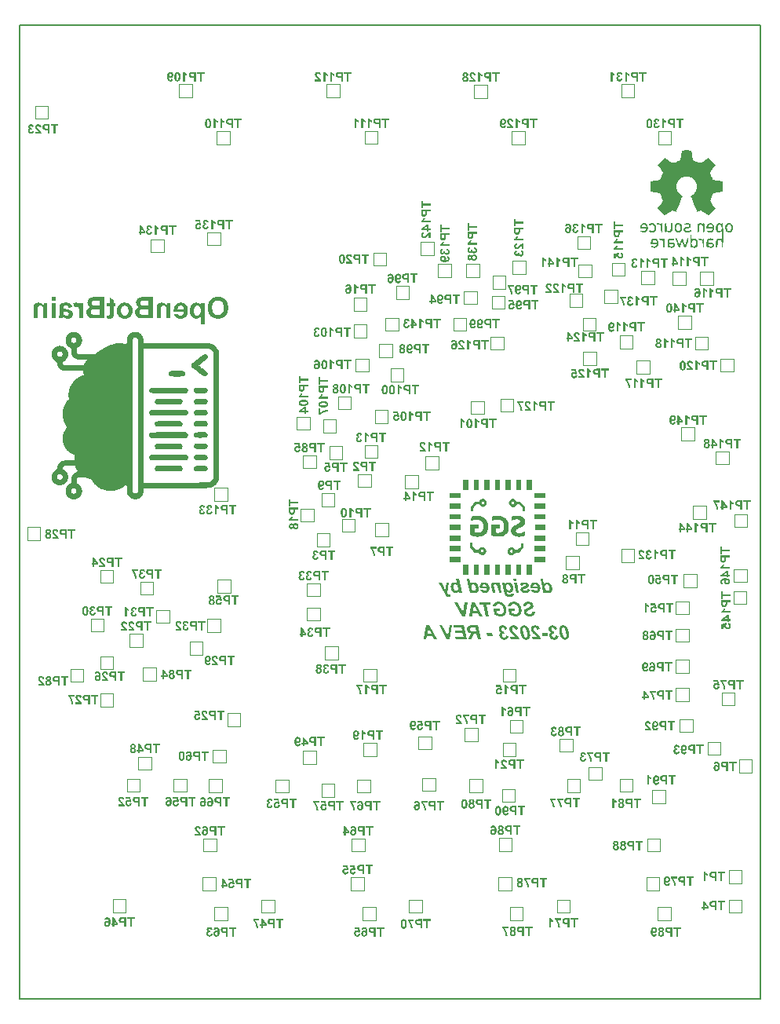
<source format=gbr>
%TF.GenerationSoftware,KiCad,Pcbnew,(7.0.0)*%
%TF.CreationDate,2023-03-16T19:41:22+00:00*%
%TF.ProjectId,RobotLegoController,526f626f-744c-4656-976f-436f6e74726f,REV A*%
%TF.SameCoordinates,Original*%
%TF.FileFunction,Legend,Bot*%
%TF.FilePolarity,Positive*%
%FSLAX46Y46*%
G04 Gerber Fmt 4.6, Leading zero omitted, Abs format (unit mm)*
G04 Created by KiCad (PCBNEW (7.0.0)) date 2023-03-16 19:41:22*
%MOMM*%
%LPD*%
G01*
G04 APERTURE LIST*
%ADD10C,0.150000*%
%ADD11C,0.200000*%
%ADD12C,0.300000*%
%ADD13C,0.120000*%
G04 APERTURE END LIST*
D10*
X130000000Y-139000000D02*
X210000000Y-139000000D01*
X210000000Y-34000000D02*
X130000000Y-34000000D01*
X130000000Y-34000000D02*
X130000000Y-139000000D01*
X210000000Y-139000000D02*
X210000000Y-34000000D01*
D11*
G36*
X151471112Y-63296568D02*
G01*
X151504911Y-63297624D01*
X151538208Y-63299384D01*
X151571003Y-63301848D01*
X151603295Y-63305017D01*
X151635085Y-63308889D01*
X151666373Y-63313466D01*
X151697158Y-63318747D01*
X151727441Y-63324732D01*
X151757222Y-63331421D01*
X151786500Y-63338814D01*
X151815276Y-63346911D01*
X151843550Y-63355712D01*
X151871321Y-63365218D01*
X151898590Y-63375427D01*
X151925357Y-63386341D01*
X151935259Y-63390601D01*
X151964675Y-63404219D01*
X151993657Y-63419092D01*
X152022204Y-63435221D01*
X152040994Y-63446671D01*
X152059590Y-63458679D01*
X152077994Y-63471246D01*
X152096204Y-63484371D01*
X152114221Y-63498054D01*
X152132045Y-63512295D01*
X152149675Y-63527094D01*
X152167112Y-63542451D01*
X152184357Y-63558366D01*
X152201408Y-63574840D01*
X152218265Y-63591871D01*
X152234739Y-63609255D01*
X152250774Y-63626922D01*
X152266372Y-63644873D01*
X152281532Y-63663106D01*
X152296254Y-63681624D01*
X152310538Y-63700424D01*
X152324384Y-63719508D01*
X152337792Y-63738875D01*
X152350762Y-63758526D01*
X152363294Y-63778460D01*
X152375388Y-63798677D01*
X152387045Y-63819178D01*
X152398263Y-63839962D01*
X152409044Y-63861029D01*
X152419386Y-63882380D01*
X152429291Y-63904014D01*
X152441802Y-63933988D01*
X152453506Y-63964833D01*
X152464402Y-63996550D01*
X152474491Y-64029139D01*
X152483774Y-64062599D01*
X152492249Y-64096930D01*
X152499916Y-64132134D01*
X152506777Y-64168208D01*
X152512831Y-64205155D01*
X152518077Y-64242972D01*
X152522517Y-64281662D01*
X152526149Y-64321223D01*
X152528974Y-64361655D01*
X152530992Y-64402959D01*
X152532202Y-64445135D01*
X152532606Y-64488182D01*
X152532314Y-64521957D01*
X152531440Y-64555276D01*
X152529983Y-64588138D01*
X152527943Y-64620545D01*
X152525321Y-64652495D01*
X152522115Y-64683990D01*
X152518327Y-64715028D01*
X152513956Y-64745610D01*
X152509002Y-64775736D01*
X152503465Y-64805405D01*
X152497345Y-64834619D01*
X152490643Y-64863376D01*
X152483358Y-64891677D01*
X152475490Y-64919522D01*
X152467039Y-64946911D01*
X152458005Y-64973843D01*
X152448388Y-65000320D01*
X152438189Y-65026340D01*
X152427407Y-65051904D01*
X152416042Y-65077012D01*
X152404094Y-65101664D01*
X152391564Y-65125859D01*
X152378450Y-65149599D01*
X152364754Y-65172882D01*
X152350475Y-65195709D01*
X152335613Y-65218080D01*
X152320168Y-65239995D01*
X152304141Y-65261454D01*
X152287530Y-65282456D01*
X152270337Y-65303002D01*
X152252561Y-65323092D01*
X152234202Y-65342726D01*
X152215350Y-65361795D01*
X152196092Y-65380259D01*
X152176431Y-65398117D01*
X152156364Y-65415369D01*
X152135893Y-65432017D01*
X152115017Y-65448059D01*
X152093737Y-65463496D01*
X152072052Y-65478327D01*
X152049962Y-65492553D01*
X152027468Y-65506173D01*
X152004569Y-65519189D01*
X151981265Y-65531599D01*
X151957557Y-65543403D01*
X151933444Y-65554602D01*
X151908926Y-65565196D01*
X151884004Y-65575184D01*
X151858677Y-65584568D01*
X151832945Y-65593345D01*
X151806809Y-65601518D01*
X151780268Y-65609085D01*
X151753323Y-65616046D01*
X151725973Y-65622402D01*
X151698218Y-65628153D01*
X151670058Y-65633299D01*
X151641494Y-65637839D01*
X151612526Y-65641774D01*
X151583152Y-65645103D01*
X151553374Y-65647828D01*
X151523192Y-65649946D01*
X151492604Y-65651460D01*
X151461612Y-65652368D01*
X151430216Y-65652670D01*
X151399225Y-65652366D01*
X151368626Y-65651453D01*
X151338418Y-65649932D01*
X151308603Y-65647802D01*
X151279179Y-65645063D01*
X151250147Y-65641716D01*
X151221507Y-65637760D01*
X151193258Y-65633196D01*
X151165402Y-65628023D01*
X151137937Y-65622241D01*
X151110863Y-65615851D01*
X151084182Y-65608853D01*
X151057892Y-65601245D01*
X151031994Y-65593030D01*
X151006488Y-65584205D01*
X150981374Y-65574772D01*
X150956651Y-65564731D01*
X150932320Y-65554081D01*
X150908381Y-65542822D01*
X150884834Y-65530955D01*
X150861678Y-65518479D01*
X150838915Y-65505394D01*
X150816543Y-65491701D01*
X150794562Y-65477400D01*
X150772974Y-65462489D01*
X150751777Y-65446971D01*
X150730972Y-65430843D01*
X150710559Y-65414107D01*
X150690538Y-65396763D01*
X150670908Y-65378810D01*
X150651670Y-65360248D01*
X150632824Y-65341078D01*
X150614465Y-65321369D01*
X150596689Y-65301190D01*
X150579496Y-65280543D01*
X150562886Y-65259427D01*
X150546858Y-65237842D01*
X150531413Y-65215788D01*
X150516551Y-65193264D01*
X150502272Y-65170272D01*
X150488576Y-65146810D01*
X150475463Y-65122880D01*
X150462932Y-65098480D01*
X150450984Y-65073612D01*
X150439619Y-65048274D01*
X150428837Y-65022467D01*
X150418638Y-64996192D01*
X150409021Y-64969447D01*
X150399987Y-64942233D01*
X150391537Y-64914550D01*
X150383669Y-64886398D01*
X150376383Y-64857777D01*
X150369681Y-64828687D01*
X150363561Y-64799128D01*
X150358024Y-64769100D01*
X150353071Y-64738603D01*
X150348699Y-64707637D01*
X150344911Y-64676202D01*
X150341706Y-64644297D01*
X150339083Y-64611924D01*
X150337043Y-64579082D01*
X150335586Y-64545770D01*
X150334712Y-64511990D01*
X150334420Y-64477740D01*
X150334514Y-64466749D01*
X150807580Y-64466749D01*
X150807751Y-64491525D01*
X150808265Y-64515910D01*
X150809120Y-64539906D01*
X150810319Y-64563512D01*
X150811860Y-64586729D01*
X150813743Y-64609556D01*
X150815968Y-64631994D01*
X150818536Y-64654042D01*
X150824699Y-64696968D01*
X150832232Y-64738337D01*
X150841134Y-64778147D01*
X150851406Y-64816398D01*
X150863047Y-64853091D01*
X150876058Y-64888226D01*
X150890439Y-64921802D01*
X150906189Y-64953819D01*
X150923309Y-64984278D01*
X150941798Y-65013179D01*
X150961657Y-65040521D01*
X150982885Y-65066304D01*
X151005182Y-65090461D01*
X151028248Y-65113059D01*
X151052083Y-65134098D01*
X151076686Y-65153579D01*
X151102057Y-65171502D01*
X151128197Y-65187866D01*
X151155106Y-65202671D01*
X151182783Y-65215918D01*
X151211228Y-65227607D01*
X151240442Y-65237737D01*
X151270424Y-65246309D01*
X151301175Y-65253322D01*
X151332695Y-65258777D01*
X151364983Y-65262673D01*
X151398039Y-65265011D01*
X151431864Y-65265790D01*
X151465700Y-65265004D01*
X151498789Y-65262647D01*
X151531131Y-65258719D01*
X151562725Y-65253219D01*
X151593573Y-65246148D01*
X151623673Y-65237505D01*
X151653027Y-65227291D01*
X151681633Y-65215506D01*
X151709493Y-65202150D01*
X151736605Y-65187222D01*
X151762970Y-65170723D01*
X151788589Y-65152652D01*
X151813460Y-65133010D01*
X151837584Y-65111797D01*
X151860961Y-65089012D01*
X151883592Y-65064656D01*
X151894512Y-65051867D01*
X151915313Y-65025183D01*
X151934728Y-64997028D01*
X151952756Y-64967400D01*
X151969397Y-64936299D01*
X151984651Y-64903725D01*
X151998518Y-64869679D01*
X152010999Y-64834160D01*
X152022093Y-64797169D01*
X152031800Y-64758705D01*
X152040121Y-64718768D01*
X152047054Y-64677359D01*
X152052601Y-64634477D01*
X152054855Y-64612484D01*
X152056762Y-64590123D01*
X152058322Y-64567394D01*
X152059535Y-64544296D01*
X152060402Y-64520830D01*
X152060922Y-64496996D01*
X152061095Y-64472794D01*
X152060926Y-64448225D01*
X152060419Y-64424046D01*
X152059574Y-64400256D01*
X152058390Y-64376856D01*
X152056869Y-64353845D01*
X152055009Y-64331224D01*
X152052812Y-64308992D01*
X152050276Y-64287151D01*
X152044190Y-64244636D01*
X152036752Y-64203680D01*
X152027961Y-64164282D01*
X152017818Y-64126443D01*
X152006323Y-64090162D01*
X151993475Y-64055440D01*
X151979275Y-64022276D01*
X151963722Y-63990670D01*
X151946817Y-63960624D01*
X151928560Y-63932135D01*
X151908950Y-63905205D01*
X151887988Y-63879834D01*
X151865920Y-63856010D01*
X151842994Y-63833723D01*
X151819209Y-63812974D01*
X151794565Y-63793761D01*
X151769063Y-63776085D01*
X151742702Y-63759947D01*
X151715482Y-63745345D01*
X151687404Y-63732281D01*
X151658466Y-63720753D01*
X151628671Y-63710762D01*
X151598016Y-63702309D01*
X151566503Y-63695392D01*
X151534132Y-63690013D01*
X151500901Y-63686170D01*
X151466812Y-63683865D01*
X151431864Y-63683096D01*
X151396992Y-63683856D01*
X151362991Y-63686136D01*
X151329861Y-63689935D01*
X151297603Y-63695255D01*
X151266217Y-63702094D01*
X151235702Y-63710453D01*
X151206059Y-63720332D01*
X151177287Y-63731731D01*
X151149387Y-63744650D01*
X151122358Y-63759088D01*
X151096201Y-63775046D01*
X151070915Y-63792525D01*
X151046501Y-63811523D01*
X151022959Y-63832040D01*
X151000288Y-63854078D01*
X150978489Y-63877636D01*
X150967974Y-63889956D01*
X150947945Y-63915776D01*
X150929252Y-63943168D01*
X150911894Y-63972131D01*
X150895872Y-64002665D01*
X150881184Y-64034770D01*
X150867832Y-64068447D01*
X150855815Y-64103696D01*
X150845133Y-64140515D01*
X150835786Y-64178906D01*
X150827775Y-64218868D01*
X150821099Y-64260402D01*
X150815758Y-64303507D01*
X150813588Y-64325649D01*
X150811752Y-64348184D01*
X150810250Y-64371111D01*
X150809082Y-64394431D01*
X150808247Y-64418145D01*
X150807747Y-64442251D01*
X150807580Y-64466749D01*
X150334514Y-64466749D01*
X150334714Y-64443186D01*
X150335595Y-64409109D01*
X150337062Y-64375510D01*
X150339117Y-64342389D01*
X150341759Y-64309745D01*
X150344988Y-64277579D01*
X150348805Y-64245890D01*
X150353208Y-64214679D01*
X150358198Y-64183946D01*
X150363776Y-64153690D01*
X150369941Y-64123912D01*
X150376692Y-64094612D01*
X150384031Y-64065789D01*
X150391957Y-64037444D01*
X150400470Y-64009577D01*
X150409571Y-63982187D01*
X150419258Y-63955275D01*
X150429533Y-63928840D01*
X150440394Y-63902883D01*
X150451843Y-63877404D01*
X150463879Y-63852402D01*
X150476502Y-63827878D01*
X150489712Y-63803832D01*
X150503509Y-63780263D01*
X150517893Y-63757172D01*
X150532864Y-63734558D01*
X150548423Y-63712422D01*
X150564569Y-63690764D01*
X150581301Y-63669583D01*
X150598621Y-63648880D01*
X150616528Y-63628655D01*
X150635022Y-63608907D01*
X150654006Y-63589670D01*
X150673381Y-63571042D01*
X150693148Y-63553026D01*
X150713307Y-63535620D01*
X150733857Y-63518825D01*
X150754800Y-63502641D01*
X150776134Y-63487067D01*
X150797860Y-63472105D01*
X150819977Y-63457753D01*
X150842487Y-63444011D01*
X150865388Y-63430881D01*
X150888681Y-63418361D01*
X150912365Y-63406452D01*
X150936442Y-63395153D01*
X150960910Y-63384465D01*
X150985770Y-63374388D01*
X151011022Y-63364922D01*
X151036665Y-63356067D01*
X151062701Y-63347822D01*
X151089128Y-63340188D01*
X151115947Y-63333164D01*
X151143157Y-63326752D01*
X151170760Y-63320950D01*
X151198754Y-63315759D01*
X151227140Y-63311178D01*
X151255917Y-63307209D01*
X151285087Y-63303850D01*
X151314648Y-63301101D01*
X151344601Y-63298964D01*
X151374946Y-63297437D01*
X151405682Y-63296521D01*
X151436810Y-63296215D01*
X151471112Y-63296568D01*
G37*
G36*
X149110054Y-63929591D02*
G01*
X149140163Y-63931158D01*
X149169760Y-63934067D01*
X149198844Y-63938319D01*
X149227417Y-63943914D01*
X149255478Y-63950851D01*
X149283026Y-63959132D01*
X149310063Y-63968755D01*
X149336588Y-63979720D01*
X149362601Y-63992029D01*
X149388101Y-64005680D01*
X149404712Y-64015413D01*
X149428808Y-64030705D01*
X149451917Y-64046827D01*
X149474042Y-64063780D01*
X149495181Y-64081565D01*
X149515335Y-64100179D01*
X149534504Y-64119625D01*
X149552687Y-64139901D01*
X149569885Y-64161008D01*
X149586098Y-64182946D01*
X149601325Y-64205715D01*
X149601325Y-63964464D01*
X150006341Y-63964464D01*
X150006341Y-66250577D01*
X149572199Y-66250577D01*
X149572199Y-65413068D01*
X149556995Y-65429185D01*
X149534356Y-65452234D01*
X149511921Y-65473931D01*
X149489689Y-65494274D01*
X149467659Y-65513266D01*
X149445832Y-65530905D01*
X149424208Y-65547192D01*
X149402787Y-65562126D01*
X149381569Y-65575708D01*
X149360554Y-65587938D01*
X149339741Y-65598815D01*
X149325769Y-65605336D01*
X149304447Y-65614330D01*
X149282691Y-65622377D01*
X149260501Y-65629477D01*
X149237876Y-65635630D01*
X149214816Y-65640837D01*
X149191321Y-65645097D01*
X149167391Y-65648410D01*
X149143027Y-65650777D01*
X149118228Y-65652197D01*
X149092995Y-65652670D01*
X149057541Y-65651777D01*
X149022756Y-65649098D01*
X148988641Y-65644633D01*
X148955196Y-65638382D01*
X148922421Y-65630345D01*
X148890315Y-65620522D01*
X148858880Y-65608913D01*
X148828114Y-65595518D01*
X148798017Y-65580336D01*
X148768591Y-65563369D01*
X148739834Y-65544616D01*
X148711747Y-65524077D01*
X148684330Y-65501751D01*
X148657582Y-65477640D01*
X148631505Y-65451743D01*
X148606097Y-65424059D01*
X148581741Y-65394695D01*
X148558956Y-65363892D01*
X148537743Y-65331652D01*
X148518101Y-65297973D01*
X148500030Y-65262855D01*
X148483531Y-65226300D01*
X148468603Y-65188306D01*
X148455246Y-65148874D01*
X148443461Y-65108003D01*
X148433247Y-65065695D01*
X148428730Y-65044001D01*
X148424605Y-65021948D01*
X148420873Y-64999535D01*
X148417534Y-64976763D01*
X148414587Y-64953631D01*
X148412034Y-64930139D01*
X148409873Y-64906288D01*
X148408106Y-64882078D01*
X148406731Y-64857507D01*
X148405749Y-64832578D01*
X148405159Y-64807288D01*
X148404992Y-64785486D01*
X148847348Y-64785486D01*
X148847741Y-64821524D01*
X148848919Y-64856275D01*
X148850883Y-64889737D01*
X148853633Y-64921911D01*
X148857169Y-64952797D01*
X148861490Y-64982396D01*
X148866597Y-65010706D01*
X148872489Y-65037728D01*
X148879168Y-65063462D01*
X148886632Y-65087908D01*
X148894881Y-65111067D01*
X148903917Y-65132937D01*
X148913738Y-65153519D01*
X148929942Y-65181978D01*
X148947915Y-65207538D01*
X148960619Y-65223110D01*
X148980431Y-65244584D01*
X149001152Y-65263798D01*
X149022781Y-65280751D01*
X149045317Y-65295444D01*
X149068762Y-65307876D01*
X149093115Y-65318048D01*
X149118376Y-65325960D01*
X149144545Y-65331611D01*
X149171622Y-65335002D01*
X149199607Y-65336132D01*
X149219135Y-65335584D01*
X149247727Y-65332710D01*
X149275479Y-65327373D01*
X149302390Y-65319573D01*
X149328461Y-65309309D01*
X149353691Y-65296582D01*
X149378081Y-65281392D01*
X149401630Y-65263738D01*
X149424339Y-65243621D01*
X149446208Y-65221041D01*
X149467236Y-65195997D01*
X149480479Y-65177882D01*
X149492867Y-65158568D01*
X149504401Y-65138057D01*
X149515081Y-65116348D01*
X149524906Y-65093440D01*
X149533877Y-65069336D01*
X149541994Y-65044033D01*
X149549256Y-65017532D01*
X149555664Y-64989834D01*
X149561217Y-64960938D01*
X149565916Y-64930843D01*
X149569761Y-64899551D01*
X149572751Y-64867062D01*
X149574887Y-64833374D01*
X149576169Y-64798489D01*
X149576596Y-64762405D01*
X149576186Y-64730886D01*
X149574956Y-64700349D01*
X149572906Y-64670796D01*
X149570036Y-64642226D01*
X149566345Y-64614640D01*
X149561835Y-64588036D01*
X149556505Y-64562415D01*
X149550355Y-64537778D01*
X149543385Y-64514124D01*
X149535594Y-64491453D01*
X149526984Y-64469765D01*
X149517554Y-64449061D01*
X149507304Y-64429339D01*
X149490391Y-64401601D01*
X149471632Y-64376074D01*
X149458299Y-64360303D01*
X149437503Y-64338553D01*
X149415750Y-64319093D01*
X149393041Y-64301922D01*
X149369376Y-64287041D01*
X149344754Y-64274449D01*
X149319176Y-64264147D01*
X149292642Y-64256134D01*
X149265151Y-64250411D01*
X149236704Y-64246976D01*
X149207301Y-64245832D01*
X149188397Y-64246351D01*
X149160766Y-64249079D01*
X149134005Y-64254144D01*
X149108113Y-64261546D01*
X149083090Y-64271287D01*
X149058937Y-64283365D01*
X149035653Y-64297781D01*
X149013239Y-64314535D01*
X148991694Y-64333626D01*
X148971018Y-64355055D01*
X148951212Y-64378822D01*
X148944822Y-64387238D01*
X148926869Y-64414147D01*
X148915914Y-64433472D01*
X148905771Y-64453904D01*
X148896440Y-64475443D01*
X148887920Y-64498091D01*
X148880211Y-64521846D01*
X148873314Y-64546708D01*
X148867228Y-64572679D01*
X148861954Y-64599757D01*
X148857491Y-64627942D01*
X148853839Y-64657236D01*
X148850999Y-64687637D01*
X148848971Y-64719146D01*
X148847753Y-64751762D01*
X148847348Y-64785486D01*
X148404992Y-64785486D01*
X148404963Y-64781639D01*
X148405158Y-64756671D01*
X148405742Y-64732049D01*
X148406716Y-64707774D01*
X148408080Y-64683846D01*
X148409833Y-64660264D01*
X148411976Y-64637029D01*
X148414509Y-64614141D01*
X148417431Y-64591599D01*
X148420742Y-64569404D01*
X148424444Y-64547556D01*
X148433015Y-64504900D01*
X148443146Y-64463630D01*
X148454834Y-64423747D01*
X148468081Y-64385251D01*
X148482887Y-64348142D01*
X148499251Y-64312419D01*
X148517173Y-64278083D01*
X148536654Y-64245134D01*
X148557694Y-64213572D01*
X148580292Y-64183396D01*
X148604448Y-64154607D01*
X148629721Y-64127323D01*
X148655668Y-64101799D01*
X148682288Y-64078035D01*
X148709583Y-64056032D01*
X148737552Y-64035789D01*
X148766195Y-64017306D01*
X148795512Y-64000584D01*
X148825503Y-63985621D01*
X148856168Y-63972419D01*
X148887508Y-63960978D01*
X148919521Y-63951296D01*
X148952208Y-63943375D01*
X148985569Y-63937214D01*
X149019605Y-63932813D01*
X149054314Y-63930173D01*
X149089698Y-63929293D01*
X149110054Y-63929591D01*
G37*
G36*
X147484717Y-63930201D02*
G01*
X147524195Y-63932925D01*
X147562787Y-63937465D01*
X147600496Y-63943822D01*
X147637319Y-63951994D01*
X147673259Y-63961982D01*
X147708314Y-63973787D01*
X147742485Y-63987407D01*
X147775771Y-64002844D01*
X147808173Y-64020097D01*
X147839690Y-64039166D01*
X147870323Y-64060051D01*
X147900071Y-64082752D01*
X147928935Y-64107269D01*
X147956915Y-64133602D01*
X147984010Y-64161751D01*
X148009830Y-64191435D01*
X148033985Y-64222510D01*
X148056473Y-64254976D01*
X148077296Y-64288834D01*
X148096453Y-64324082D01*
X148113944Y-64360721D01*
X148129769Y-64398752D01*
X148143928Y-64438173D01*
X148156422Y-64478985D01*
X148167250Y-64521189D01*
X148172039Y-64542812D01*
X148176412Y-64564783D01*
X148180368Y-64587102D01*
X148183908Y-64609769D01*
X148187031Y-64632783D01*
X148189738Y-64656145D01*
X148192029Y-64679855D01*
X148193903Y-64703913D01*
X148195360Y-64728318D01*
X148196401Y-64753072D01*
X148197026Y-64778173D01*
X148197234Y-64803621D01*
X148196601Y-64846027D01*
X148194701Y-64887513D01*
X148191535Y-64928081D01*
X148187102Y-64967730D01*
X148181403Y-65006460D01*
X148174437Y-65044271D01*
X148166204Y-65081164D01*
X148156705Y-65117137D01*
X148145940Y-65152193D01*
X148133908Y-65186329D01*
X148120609Y-65219546D01*
X148106044Y-65251845D01*
X148090212Y-65283225D01*
X148073114Y-65313686D01*
X148054749Y-65343229D01*
X148035118Y-65371852D01*
X148008555Y-65405858D01*
X147980249Y-65437669D01*
X147950200Y-65467287D01*
X147918408Y-65494710D01*
X147884873Y-65519940D01*
X147849595Y-65542976D01*
X147812573Y-65563818D01*
X147773809Y-65582466D01*
X147733301Y-65598920D01*
X147712394Y-65606324D01*
X147691051Y-65613180D01*
X147669272Y-65619488D01*
X147647057Y-65625247D01*
X147624406Y-65630457D01*
X147601320Y-65635119D01*
X147577798Y-65639233D01*
X147553840Y-65642798D01*
X147529446Y-65645815D01*
X147504617Y-65648283D01*
X147479352Y-65650202D01*
X147453651Y-65651574D01*
X147427514Y-65652396D01*
X147400942Y-65652670D01*
X147367499Y-65652215D01*
X147334764Y-65650850D01*
X147302738Y-65648575D01*
X147271420Y-65645389D01*
X147240811Y-65641293D01*
X147210910Y-65636287D01*
X147181718Y-65630371D01*
X147153234Y-65623545D01*
X147125458Y-65615808D01*
X147098391Y-65607161D01*
X147072032Y-65597604D01*
X147046381Y-65587137D01*
X147021439Y-65575760D01*
X146997205Y-65563472D01*
X146973680Y-65550275D01*
X146950863Y-65536167D01*
X146928709Y-65521119D01*
X146907311Y-65505237D01*
X146886669Y-65488524D01*
X146866782Y-65470977D01*
X146847651Y-65452597D01*
X146829276Y-65433384D01*
X146811656Y-65413339D01*
X146794792Y-65392460D01*
X146778683Y-65370749D01*
X146763330Y-65348205D01*
X146748733Y-65324827D01*
X146734891Y-65300617D01*
X146721805Y-65275574D01*
X146709475Y-65249698D01*
X146697900Y-65222990D01*
X146687081Y-65195448D01*
X147120123Y-65125106D01*
X147127120Y-65145384D01*
X147137381Y-65170753D01*
X147148707Y-65194216D01*
X147161098Y-65215773D01*
X147174553Y-65235424D01*
X147189073Y-65253168D01*
X147204658Y-65269006D01*
X147225636Y-65286123D01*
X147234418Y-65292179D01*
X147257482Y-65305609D01*
X147282128Y-65316597D01*
X147302985Y-65323630D01*
X147324855Y-65329099D01*
X147347739Y-65333006D01*
X147371635Y-65335350D01*
X147396545Y-65336132D01*
X147415105Y-65335698D01*
X147442221Y-65333422D01*
X147468467Y-65329194D01*
X147493844Y-65323015D01*
X147518351Y-65314884D01*
X147541989Y-65304802D01*
X147564758Y-65292769D01*
X147586657Y-65278785D01*
X147607687Y-65262849D01*
X147627847Y-65244962D01*
X147647138Y-65225123D01*
X147653330Y-65218098D01*
X147670777Y-65195980D01*
X147686534Y-65172297D01*
X147700601Y-65147049D01*
X147712977Y-65120236D01*
X147723663Y-65091858D01*
X147732658Y-65061916D01*
X147739962Y-65030408D01*
X147743893Y-65008533D01*
X147747072Y-64985963D01*
X147749500Y-64962698D01*
X147751176Y-64938737D01*
X147752102Y-64914080D01*
X146664000Y-64914080D01*
X146663632Y-64883076D01*
X146663697Y-64852576D01*
X146664195Y-64822579D01*
X146665125Y-64793085D01*
X146666487Y-64764095D01*
X146668282Y-64735608D01*
X146670510Y-64707625D01*
X146673170Y-64680145D01*
X146676263Y-64653168D01*
X146678988Y-64632712D01*
X147095394Y-64632712D01*
X147744408Y-64632712D01*
X147744245Y-64610677D01*
X147742616Y-64578710D01*
X147739325Y-64548048D01*
X147734372Y-64518690D01*
X147727759Y-64490635D01*
X147719483Y-64463885D01*
X147709546Y-64438439D01*
X147697948Y-64414297D01*
X147684688Y-64391459D01*
X147669766Y-64369926D01*
X147653183Y-64349696D01*
X147641383Y-64337119D01*
X147622966Y-64319774D01*
X147603690Y-64304255D01*
X147583554Y-64290562D01*
X147562558Y-64278695D01*
X147540702Y-64268653D01*
X147517986Y-64260438D01*
X147494411Y-64254047D01*
X147469976Y-64249483D01*
X147444681Y-64246745D01*
X147418527Y-64245832D01*
X147402060Y-64246218D01*
X147377947Y-64248247D01*
X147354539Y-64252014D01*
X147331837Y-64257520D01*
X147309839Y-64264765D01*
X147288547Y-64273749D01*
X147267960Y-64284472D01*
X147248078Y-64296933D01*
X147228901Y-64311133D01*
X147210430Y-64327072D01*
X147192663Y-64344750D01*
X147181400Y-64357402D01*
X147165801Y-64377717D01*
X147151757Y-64399636D01*
X147139268Y-64423158D01*
X147128334Y-64448284D01*
X147118956Y-64475013D01*
X147111133Y-64503346D01*
X147104865Y-64533282D01*
X147100153Y-64564822D01*
X147097875Y-64586739D01*
X147096289Y-64609369D01*
X147095394Y-64632712D01*
X146678988Y-64632712D01*
X146679789Y-64626695D01*
X146683746Y-64600725D01*
X146688137Y-64575259D01*
X146692960Y-64550296D01*
X146698216Y-64525836D01*
X146703904Y-64501880D01*
X146710024Y-64478427D01*
X146716578Y-64455478D01*
X146723563Y-64433032D01*
X146730982Y-64411089D01*
X146738833Y-64389650D01*
X146747116Y-64368714D01*
X146755832Y-64348281D01*
X146774562Y-64308926D01*
X146795022Y-64271585D01*
X146817212Y-64236258D01*
X146841132Y-64202943D01*
X146866782Y-64171643D01*
X146880157Y-64156733D01*
X146907810Y-64128332D01*
X146936670Y-64101825D01*
X146966736Y-64077212D01*
X146998009Y-64054491D01*
X147030488Y-64033664D01*
X147064173Y-64014731D01*
X147099065Y-63997691D01*
X147135163Y-63982544D01*
X147172468Y-63969290D01*
X147210979Y-63957930D01*
X147250697Y-63948463D01*
X147291621Y-63940890D01*
X147333751Y-63935210D01*
X147377088Y-63931423D01*
X147399209Y-63930240D01*
X147421632Y-63929530D01*
X147444356Y-63929293D01*
X147484717Y-63930201D01*
G37*
G36*
X144825767Y-65617500D02*
G01*
X145259909Y-65617500D01*
X145259909Y-64764054D01*
X145260018Y-64730935D01*
X145260347Y-64699310D01*
X145260894Y-64669180D01*
X145261660Y-64640543D01*
X145262646Y-64613401D01*
X145263850Y-64587753D01*
X145265273Y-64563598D01*
X145266915Y-64540938D01*
X145269789Y-64509749D01*
X145273156Y-64481922D01*
X145277015Y-64457456D01*
X145282927Y-64430065D01*
X145287936Y-64413443D01*
X145297381Y-64389414D01*
X145308544Y-64367129D01*
X145321424Y-64346588D01*
X145336021Y-64327791D01*
X145352336Y-64310739D01*
X145370368Y-64295430D01*
X145378061Y-64289795D01*
X145398256Y-64277130D01*
X145419685Y-64266611D01*
X145442349Y-64258239D01*
X145466246Y-64252014D01*
X145491378Y-64247935D01*
X145517745Y-64246003D01*
X145528637Y-64245832D01*
X145556569Y-64246819D01*
X145583763Y-64249782D01*
X145610219Y-64254719D01*
X145635936Y-64261631D01*
X145660914Y-64270518D01*
X145685155Y-64281380D01*
X145708656Y-64294218D01*
X145731420Y-64309030D01*
X145752938Y-64325344D01*
X145772704Y-64342964D01*
X145790719Y-64361889D01*
X145806982Y-64382119D01*
X145821494Y-64403655D01*
X145834253Y-64426495D01*
X145845262Y-64450641D01*
X145854518Y-64476092D01*
X145862246Y-64504814D01*
X145867366Y-64529973D01*
X145871906Y-64558234D01*
X145875867Y-64589595D01*
X145878185Y-64612225D01*
X145880246Y-64636233D01*
X145882049Y-64661620D01*
X145883595Y-64688385D01*
X145884883Y-64716527D01*
X145885913Y-64746048D01*
X145886686Y-64776947D01*
X145887201Y-64809225D01*
X145887459Y-64842880D01*
X145887491Y-64860225D01*
X145887491Y-65617500D01*
X146321632Y-65617500D01*
X146321632Y-63964464D01*
X145918265Y-63964464D01*
X145918265Y-64205715D01*
X145890973Y-64172242D01*
X145862813Y-64140928D01*
X145833785Y-64111775D01*
X145803891Y-64084780D01*
X145773129Y-64059945D01*
X145741500Y-64037270D01*
X145709004Y-64016755D01*
X145675641Y-63998398D01*
X145641410Y-63982202D01*
X145606312Y-63968165D01*
X145570347Y-63956287D01*
X145533514Y-63946569D01*
X145495814Y-63939011D01*
X145457247Y-63933612D01*
X145417813Y-63930373D01*
X145377512Y-63929293D01*
X145350737Y-63929752D01*
X145324407Y-63931128D01*
X145298522Y-63933423D01*
X145273081Y-63936635D01*
X145248084Y-63940764D01*
X145223531Y-63945812D01*
X145199423Y-63951777D01*
X145175759Y-63958659D01*
X145152540Y-63966460D01*
X145129765Y-63975178D01*
X145114829Y-63981500D01*
X145092981Y-63991540D01*
X145072157Y-64002082D01*
X145052357Y-64013127D01*
X145033582Y-64024674D01*
X145010140Y-64040851D01*
X144988519Y-64057921D01*
X144968718Y-64075884D01*
X144950737Y-64094741D01*
X144934577Y-64114490D01*
X144919911Y-64135029D01*
X144906413Y-64156256D01*
X144894083Y-64178169D01*
X144882920Y-64200769D01*
X144872925Y-64224056D01*
X144864098Y-64248030D01*
X144856439Y-64272691D01*
X144849947Y-64298039D01*
X144844280Y-64324984D01*
X144840525Y-64347018D01*
X144837196Y-64370617D01*
X144834292Y-64395782D01*
X144831812Y-64422511D01*
X144829758Y-64450805D01*
X144828128Y-64480664D01*
X144826924Y-64512088D01*
X144826145Y-64545077D01*
X144825862Y-64567939D01*
X144825767Y-64591496D01*
X144825767Y-65617500D01*
G37*
G36*
X144390526Y-65617500D02*
G01*
X143618963Y-65617500D01*
X143591939Y-65617285D01*
X143565546Y-65617053D01*
X143539783Y-65616804D01*
X143514652Y-65616538D01*
X143490153Y-65616254D01*
X143466284Y-65615954D01*
X143443046Y-65615636D01*
X143420440Y-65615301D01*
X143377120Y-65614580D01*
X143336325Y-65613790D01*
X143298054Y-65612931D01*
X143262308Y-65612004D01*
X143229086Y-65611008D01*
X143198388Y-65609943D01*
X143170216Y-65608810D01*
X143144567Y-65607608D01*
X143121443Y-65606337D01*
X143091491Y-65604302D01*
X143067219Y-65602112D01*
X143055872Y-65600776D01*
X143033521Y-65597710D01*
X143011625Y-65594121D01*
X142979635Y-65587755D01*
X142948668Y-65580211D01*
X142918725Y-65571488D01*
X142889806Y-65561586D01*
X142861911Y-65550506D01*
X142835041Y-65538248D01*
X142809194Y-65524811D01*
X142784371Y-65510195D01*
X142760572Y-65494401D01*
X142745251Y-65483249D01*
X142723035Y-65465660D01*
X142701736Y-65447037D01*
X142681355Y-65427381D01*
X142661892Y-65406690D01*
X142643346Y-65384967D01*
X142625718Y-65362209D01*
X142609008Y-65338418D01*
X142593216Y-65313594D01*
X142578341Y-65287736D01*
X142564384Y-65260844D01*
X142555666Y-65242471D01*
X142543644Y-65214790D01*
X142532888Y-65186964D01*
X142523397Y-65158994D01*
X142515171Y-65130878D01*
X142508211Y-65102618D01*
X142502517Y-65074213D01*
X142498088Y-65045663D01*
X142494924Y-65016968D01*
X142493026Y-64988128D01*
X142492393Y-64959143D01*
X142492776Y-64937711D01*
X142965553Y-64937711D01*
X142966557Y-64966768D01*
X142969571Y-64994314D01*
X142974594Y-65020349D01*
X142981627Y-65044872D01*
X142990669Y-65067884D01*
X143001720Y-65089385D01*
X143014780Y-65109375D01*
X143029849Y-65127854D01*
X143046387Y-65144752D01*
X143064127Y-65160002D01*
X143083070Y-65173603D01*
X143103214Y-65185556D01*
X143124560Y-65195860D01*
X143147109Y-65204515D01*
X143170860Y-65211522D01*
X143195812Y-65216880D01*
X143215261Y-65220100D01*
X143240360Y-65222891D01*
X143262892Y-65224702D01*
X143288602Y-65226272D01*
X143317490Y-65227600D01*
X143349557Y-65228687D01*
X143372700Y-65229277D01*
X143397256Y-65229760D01*
X143423224Y-65230136D01*
X143450604Y-65230404D01*
X143479398Y-65230565D01*
X143509603Y-65230619D01*
X143933304Y-65230619D01*
X143933304Y-64632712D01*
X143564009Y-64632712D01*
X143544679Y-64632744D01*
X143507306Y-64632997D01*
X143471646Y-64633504D01*
X143437698Y-64634264D01*
X143405464Y-64635277D01*
X143374943Y-64636544D01*
X143346134Y-64638063D01*
X143319039Y-64639837D01*
X143293657Y-64641863D01*
X143269988Y-64644143D01*
X143237696Y-64648037D01*
X143209259Y-64652502D01*
X143184676Y-64657536D01*
X143157894Y-64665136D01*
X143152098Y-64667165D01*
X143129772Y-64676035D01*
X143108821Y-64686107D01*
X143089243Y-64697382D01*
X143071040Y-64709858D01*
X143050217Y-64727144D01*
X143031541Y-64746309D01*
X143015012Y-64767351D01*
X143011969Y-64771743D01*
X142998203Y-64794605D01*
X142986853Y-64818970D01*
X142977917Y-64844837D01*
X142972508Y-64866613D01*
X142968644Y-64889351D01*
X142966325Y-64913050D01*
X142965553Y-64937711D01*
X142492776Y-64937711D01*
X142492829Y-64934750D01*
X142494136Y-64910757D01*
X142496315Y-64887163D01*
X142499365Y-64863968D01*
X142503287Y-64841173D01*
X142508081Y-64818777D01*
X142513746Y-64796780D01*
X142520283Y-64775182D01*
X142527691Y-64753984D01*
X142535970Y-64733185D01*
X142545122Y-64712785D01*
X142555144Y-64692785D01*
X142566039Y-64673183D01*
X142577805Y-64653982D01*
X142590442Y-64635179D01*
X142603951Y-64616775D01*
X142618203Y-64598905D01*
X142633206Y-64581699D01*
X142648960Y-64565159D01*
X142665466Y-64549284D01*
X142682723Y-64534075D01*
X142700731Y-64519532D01*
X142719491Y-64505653D01*
X142739002Y-64492441D01*
X142759264Y-64479893D01*
X142780278Y-64468012D01*
X142802043Y-64456795D01*
X142824560Y-64446244D01*
X142847827Y-64436359D01*
X142871846Y-64427139D01*
X142896617Y-64418585D01*
X142922138Y-64410696D01*
X142904036Y-64401982D01*
X142877775Y-64387922D01*
X142852586Y-64372674D01*
X142828470Y-64356237D01*
X142805426Y-64338613D01*
X142783455Y-64319800D01*
X142762555Y-64299799D01*
X142742728Y-64278610D01*
X142723973Y-64256232D01*
X142706291Y-64232667D01*
X142689680Y-64207913D01*
X142679299Y-64190911D01*
X142664983Y-64165023D01*
X142652174Y-64138670D01*
X142640871Y-64111854D01*
X142631076Y-64084574D01*
X142622788Y-64056831D01*
X142616007Y-64028623D01*
X142610732Y-63999953D01*
X142607920Y-63978203D01*
X143049084Y-63978203D01*
X143050140Y-64005148D01*
X143053308Y-64030753D01*
X143058589Y-64055019D01*
X143065982Y-64077945D01*
X143075488Y-64099532D01*
X143087105Y-64119779D01*
X143100835Y-64138687D01*
X143116678Y-64156256D01*
X143134229Y-64172321D01*
X143153360Y-64186721D01*
X143174071Y-64199455D01*
X143196362Y-64210523D01*
X143220233Y-64219926D01*
X143245684Y-64227662D01*
X143272715Y-64233733D01*
X143301325Y-64238138D01*
X143326527Y-64240354D01*
X143353798Y-64241857D01*
X143378399Y-64242826D01*
X143406555Y-64243660D01*
X143438265Y-64244359D01*
X143461381Y-64244750D01*
X143486076Y-64245080D01*
X143512351Y-64245351D01*
X143540206Y-64245561D01*
X143569641Y-64245711D01*
X143600656Y-64245802D01*
X143633251Y-64245832D01*
X143933304Y-64245832D01*
X143933304Y-63718267D01*
X143670621Y-63718267D01*
X143631225Y-63718297D01*
X143593821Y-63718387D01*
X143558410Y-63718538D01*
X143524991Y-63718748D01*
X143493564Y-63719018D01*
X143464128Y-63719349D01*
X143436686Y-63719740D01*
X143411235Y-63720191D01*
X143387776Y-63720701D01*
X143356323Y-63721580D01*
X143329352Y-63722595D01*
X143306864Y-63723744D01*
X143279344Y-63725961D01*
X143258409Y-63729094D01*
X143232043Y-63734684D01*
X143207447Y-63741888D01*
X143184619Y-63750706D01*
X143163560Y-63761139D01*
X143144270Y-63773186D01*
X143126749Y-63786848D01*
X143107335Y-63806195D01*
X143096925Y-63818912D01*
X143081850Y-63841675D01*
X143071838Y-63861295D01*
X143063647Y-63882169D01*
X143057275Y-63904297D01*
X143052724Y-63927679D01*
X143049994Y-63952314D01*
X143049084Y-63978203D01*
X142607920Y-63978203D01*
X142606965Y-63970818D01*
X142604704Y-63941220D01*
X142603951Y-63911158D01*
X142604224Y-63892589D01*
X142605655Y-63865171D01*
X142608313Y-63838274D01*
X142612198Y-63811899D01*
X142617310Y-63786046D01*
X142623648Y-63760714D01*
X142631214Y-63735904D01*
X142640006Y-63711616D01*
X142650025Y-63687849D01*
X142661271Y-63664604D01*
X142673743Y-63641880D01*
X142682536Y-63627025D01*
X142696240Y-63605451D01*
X142710563Y-63584727D01*
X142725504Y-63564854D01*
X142741063Y-63545830D01*
X142757240Y-63527656D01*
X142774036Y-63510332D01*
X142791449Y-63493859D01*
X142809481Y-63478236D01*
X142828132Y-63463462D01*
X142847400Y-63449539D01*
X142860561Y-63440667D01*
X142880714Y-63428091D01*
X142901359Y-63416394D01*
X142922496Y-63405577D01*
X142944127Y-63395638D01*
X142966250Y-63386579D01*
X142988865Y-63378398D01*
X143011974Y-63371097D01*
X143035575Y-63364675D01*
X143059668Y-63359132D01*
X143084255Y-63354467D01*
X143092631Y-63353047D01*
X143119365Y-63349058D01*
X143148505Y-63345474D01*
X143180049Y-63342296D01*
X143202416Y-63340402D01*
X143225851Y-63338689D01*
X143250355Y-63337157D01*
X143275928Y-63335804D01*
X143302570Y-63334632D01*
X143330282Y-63333640D01*
X143359062Y-63332829D01*
X143388911Y-63332198D01*
X143419830Y-63331747D01*
X143451817Y-63331477D01*
X143484874Y-63331386D01*
X144390526Y-63331386D01*
X144390526Y-65617500D01*
G37*
G36*
X141407275Y-63929712D02*
G01*
X141436835Y-63930967D01*
X141466042Y-63933060D01*
X141494898Y-63935991D01*
X141523401Y-63939758D01*
X141551552Y-63944363D01*
X141579352Y-63949804D01*
X141606799Y-63956083D01*
X141633894Y-63963200D01*
X141660637Y-63971153D01*
X141687029Y-63979944D01*
X141713068Y-63989571D01*
X141738755Y-64000036D01*
X141764090Y-64011339D01*
X141789072Y-64023478D01*
X141813703Y-64036454D01*
X141837810Y-64050225D01*
X141861222Y-64064748D01*
X141883938Y-64080021D01*
X141905958Y-64096046D01*
X141927283Y-64112822D01*
X141947913Y-64130350D01*
X141967847Y-64148629D01*
X141987085Y-64167659D01*
X142005628Y-64187440D01*
X142023475Y-64207973D01*
X142040627Y-64229257D01*
X142057084Y-64251293D01*
X142072844Y-64274080D01*
X142087910Y-64297618D01*
X142102280Y-64321907D01*
X142115954Y-64346948D01*
X142128864Y-64372421D01*
X142140941Y-64398005D01*
X142152185Y-64423700D01*
X142162597Y-64449507D01*
X142172175Y-64475426D01*
X142180920Y-64501457D01*
X142188833Y-64527599D01*
X142195913Y-64553852D01*
X142202160Y-64580218D01*
X142207573Y-64606695D01*
X142212154Y-64633283D01*
X142215903Y-64659984D01*
X142218818Y-64686795D01*
X142220900Y-64713719D01*
X142222149Y-64740754D01*
X142222566Y-64767901D01*
X142222149Y-64803078D01*
X142220900Y-64837582D01*
X142218818Y-64871411D01*
X142215903Y-64904566D01*
X142212154Y-64937047D01*
X142207573Y-64968854D01*
X142202160Y-64999988D01*
X142195913Y-65030447D01*
X142188833Y-65060232D01*
X142180920Y-65089342D01*
X142172175Y-65117779D01*
X142162597Y-65145542D01*
X142152185Y-65172631D01*
X142140941Y-65199046D01*
X142128864Y-65224786D01*
X142115954Y-65249853D01*
X142102245Y-65274211D01*
X142087772Y-65297827D01*
X142072535Y-65320699D01*
X142056534Y-65342829D01*
X142039769Y-65364217D01*
X142022239Y-65384861D01*
X142003945Y-65404763D01*
X141984887Y-65423922D01*
X141965065Y-65442338D01*
X141944478Y-65460012D01*
X141923127Y-65476942D01*
X141901012Y-65493130D01*
X141878133Y-65508576D01*
X141854490Y-65523278D01*
X141830082Y-65537238D01*
X141804911Y-65550455D01*
X141779206Y-65562833D01*
X141753339Y-65574412D01*
X141727309Y-65585192D01*
X141701115Y-65595174D01*
X141674758Y-65604358D01*
X141648238Y-65612742D01*
X141621555Y-65620329D01*
X141594709Y-65627117D01*
X141567700Y-65633106D01*
X141540527Y-65638296D01*
X141513192Y-65642688D01*
X141485693Y-65646282D01*
X141458031Y-65649077D01*
X141430206Y-65651073D01*
X141402217Y-65652271D01*
X141374066Y-65652670D01*
X141351416Y-65652430D01*
X141329008Y-65651709D01*
X141306842Y-65650507D01*
X141284919Y-65648824D01*
X141241801Y-65644015D01*
X141199654Y-65637283D01*
X141158476Y-65628628D01*
X141118269Y-65618049D01*
X141079033Y-65605547D01*
X141040766Y-65591121D01*
X141003470Y-65574772D01*
X140967144Y-65556500D01*
X140931789Y-65536304D01*
X140897403Y-65514185D01*
X140863988Y-65490142D01*
X140831544Y-65464176D01*
X140800069Y-65436287D01*
X140769565Y-65406474D01*
X140740418Y-65375201D01*
X140713151Y-65342932D01*
X140687764Y-65309668D01*
X140664258Y-65275407D01*
X140642633Y-65240150D01*
X140622888Y-65203897D01*
X140605023Y-65166648D01*
X140589039Y-65128403D01*
X140574935Y-65089162D01*
X140562712Y-65048925D01*
X140552370Y-65007692D01*
X140543908Y-64965463D01*
X140537326Y-64922237D01*
X140534740Y-64900251D01*
X140532625Y-64878016D01*
X140530979Y-64855532D01*
X140529804Y-64832799D01*
X140529099Y-64809817D01*
X140528875Y-64787684D01*
X140975645Y-64787684D01*
X140976096Y-64820642D01*
X140977448Y-64852608D01*
X140979702Y-64883582D01*
X140982858Y-64913565D01*
X140986915Y-64942556D01*
X140991874Y-64970555D01*
X140997734Y-64997562D01*
X141004496Y-65023577D01*
X141012160Y-65048601D01*
X141020725Y-65072633D01*
X141030192Y-65095673D01*
X141040560Y-65117721D01*
X141051830Y-65138778D01*
X141064002Y-65158843D01*
X141077075Y-65177916D01*
X141091050Y-65195997D01*
X141105621Y-65212967D01*
X141128284Y-65236368D01*
X141151912Y-65257306D01*
X141176506Y-65275781D01*
X141202067Y-65291792D01*
X141228593Y-65305341D01*
X141256085Y-65316425D01*
X141284544Y-65325047D01*
X141313968Y-65331205D01*
X141344358Y-65334900D01*
X141375715Y-65336132D01*
X141407081Y-65334900D01*
X141437500Y-65331205D01*
X141466973Y-65325047D01*
X141495499Y-65316425D01*
X141523078Y-65305341D01*
X141549711Y-65291792D01*
X141575397Y-65275781D01*
X141600136Y-65257306D01*
X141623928Y-65236368D01*
X141646774Y-65212967D01*
X141661479Y-65195997D01*
X141675520Y-65177929D01*
X141688656Y-65158894D01*
X141700885Y-65138894D01*
X141712209Y-65117927D01*
X141722627Y-65095995D01*
X141732139Y-65073097D01*
X141740745Y-65049232D01*
X141748445Y-65024402D01*
X141755239Y-64998605D01*
X141761127Y-64971843D01*
X141766110Y-64944114D01*
X141770186Y-64915420D01*
X141773357Y-64885759D01*
X141775621Y-64855133D01*
X141776980Y-64823540D01*
X141777433Y-64790982D01*
X141776980Y-64758425D01*
X141775621Y-64726839D01*
X141773357Y-64696224D01*
X141770186Y-64666578D01*
X141766110Y-64637903D01*
X141761127Y-64610198D01*
X141755239Y-64583464D01*
X141748445Y-64557699D01*
X141740745Y-64532905D01*
X141732139Y-64509082D01*
X141722627Y-64486228D01*
X141712209Y-64464345D01*
X141700885Y-64443432D01*
X141688656Y-64423490D01*
X141675520Y-64404517D01*
X141661479Y-64386516D01*
X141646774Y-64369480D01*
X141623928Y-64345987D01*
X141600136Y-64324966D01*
X141575397Y-64306419D01*
X141549711Y-64290345D01*
X141523078Y-64276744D01*
X141495499Y-64265615D01*
X141466973Y-64256960D01*
X141437500Y-64250778D01*
X141407081Y-64247068D01*
X141375715Y-64245832D01*
X141344358Y-64247068D01*
X141313968Y-64250778D01*
X141284544Y-64256960D01*
X141256085Y-64265615D01*
X141228593Y-64276744D01*
X141202067Y-64290345D01*
X141176506Y-64306419D01*
X141151912Y-64324966D01*
X141128284Y-64345987D01*
X141105621Y-64369480D01*
X141091050Y-64386516D01*
X141077075Y-64404505D01*
X141064002Y-64423438D01*
X141051830Y-64443316D01*
X141040560Y-64464139D01*
X141030192Y-64485906D01*
X141020725Y-64508618D01*
X141012160Y-64532274D01*
X141004496Y-64556875D01*
X140997734Y-64582420D01*
X140991874Y-64608910D01*
X140986915Y-64636344D01*
X140982858Y-64664723D01*
X140979702Y-64694047D01*
X140977448Y-64724315D01*
X140976096Y-64755527D01*
X140975645Y-64787684D01*
X140528875Y-64787684D01*
X140528864Y-64786585D01*
X140529096Y-64763493D01*
X140529793Y-64740651D01*
X140530955Y-64718061D01*
X140532582Y-64695721D01*
X140534673Y-64673633D01*
X140537229Y-64651796D01*
X140543736Y-64608876D01*
X140552101Y-64566960D01*
X140562326Y-64526049D01*
X140574410Y-64486142D01*
X140588352Y-64447240D01*
X140604154Y-64409343D01*
X140621814Y-64372451D01*
X140641334Y-64336563D01*
X140662713Y-64301679D01*
X140685950Y-64267801D01*
X140711047Y-64234927D01*
X140738003Y-64203057D01*
X140766817Y-64172192D01*
X140797087Y-64142779D01*
X140828409Y-64115263D01*
X140860783Y-64089645D01*
X140894209Y-64065924D01*
X140928687Y-64044101D01*
X140964216Y-64024176D01*
X141000797Y-64006148D01*
X141038431Y-63990018D01*
X141077116Y-63975785D01*
X141116853Y-63963451D01*
X141157641Y-63953014D01*
X141199482Y-63944474D01*
X141242375Y-63937832D01*
X141264215Y-63935223D01*
X141286319Y-63933088D01*
X141308686Y-63931428D01*
X141331315Y-63930242D01*
X141354208Y-63929530D01*
X141377363Y-63929293D01*
X141407275Y-63929712D01*
G37*
G36*
X139446257Y-63964464D02*
G01*
X139446257Y-64281003D01*
X139743012Y-64281003D01*
X139743012Y-64998710D01*
X139742980Y-65025271D01*
X139742884Y-65050411D01*
X139742723Y-65074129D01*
X139742497Y-65096426D01*
X139742038Y-65127208D01*
X139741435Y-65154792D01*
X139740686Y-65179179D01*
X139739462Y-65206721D01*
X139737571Y-65233154D01*
X139734769Y-65253150D01*
X139727181Y-65274585D01*
X139715406Y-65293550D01*
X139699446Y-65310048D01*
X139695751Y-65313051D01*
X139675626Y-65325222D01*
X139653033Y-65332886D01*
X139630588Y-65335929D01*
X139622662Y-65336132D01*
X139598100Y-65334663D01*
X139574738Y-65331197D01*
X139548748Y-65325690D01*
X139526062Y-65319817D01*
X139501693Y-65312639D01*
X139475641Y-65304155D01*
X139447906Y-65294366D01*
X139410537Y-65595518D01*
X139439324Y-65605731D01*
X139468806Y-65614941D01*
X139498984Y-65623145D01*
X139529857Y-65630345D01*
X139561426Y-65636540D01*
X139593690Y-65641731D01*
X139615586Y-65644633D01*
X139637791Y-65647089D01*
X139660306Y-65649098D01*
X139683129Y-65650661D01*
X139706261Y-65651777D01*
X139729703Y-65652447D01*
X139753454Y-65652670D01*
X139782494Y-65652035D01*
X139810813Y-65650129D01*
X139838410Y-65646952D01*
X139865286Y-65642504D01*
X139891441Y-65636785D01*
X139916875Y-65629796D01*
X139941588Y-65621535D01*
X139965579Y-65612004D01*
X139988299Y-65601468D01*
X140009474Y-65590194D01*
X140029103Y-65578181D01*
X140047186Y-65565430D01*
X140067617Y-65548453D01*
X140085633Y-65530321D01*
X140101234Y-65511036D01*
X140104064Y-65507041D01*
X140117146Y-65485834D01*
X140128912Y-65462401D01*
X140137378Y-65442050D01*
X140145003Y-65420275D01*
X140151787Y-65397073D01*
X140157729Y-65372447D01*
X140162829Y-65346395D01*
X140165064Y-65332834D01*
X140168284Y-65310844D01*
X140171075Y-65283890D01*
X140172886Y-65260418D01*
X140174456Y-65234154D01*
X140175784Y-65205099D01*
X140176871Y-65173251D01*
X140177461Y-65150469D01*
X140177944Y-65126445D01*
X140178320Y-65101181D01*
X140178588Y-65074676D01*
X140178749Y-65046931D01*
X140178803Y-65017944D01*
X140178803Y-64281003D01*
X140378288Y-64281003D01*
X140378288Y-63964464D01*
X140178803Y-63964464D01*
X140178803Y-63647925D01*
X139743012Y-63401728D01*
X139743012Y-63964464D01*
X139446257Y-63964464D01*
G37*
G36*
X139145655Y-65617500D02*
G01*
X138374092Y-65617500D01*
X138347068Y-65617285D01*
X138320675Y-65617053D01*
X138294913Y-65616804D01*
X138269782Y-65616538D01*
X138245282Y-65616254D01*
X138221413Y-65615954D01*
X138198175Y-65615636D01*
X138175569Y-65615301D01*
X138132249Y-65614580D01*
X138091454Y-65613790D01*
X138053183Y-65612931D01*
X138017437Y-65612004D01*
X137984215Y-65611008D01*
X137953518Y-65609943D01*
X137925345Y-65608810D01*
X137899696Y-65607608D01*
X137876572Y-65606337D01*
X137846620Y-65604302D01*
X137822348Y-65602112D01*
X137811001Y-65600776D01*
X137788650Y-65597710D01*
X137766754Y-65594121D01*
X137734764Y-65587755D01*
X137703797Y-65580211D01*
X137673854Y-65571488D01*
X137644935Y-65561586D01*
X137617041Y-65550506D01*
X137590170Y-65538248D01*
X137564323Y-65524811D01*
X137539500Y-65510195D01*
X137515701Y-65494401D01*
X137500380Y-65483249D01*
X137478164Y-65465660D01*
X137456865Y-65447037D01*
X137436484Y-65427381D01*
X137417021Y-65406690D01*
X137398475Y-65384967D01*
X137380847Y-65362209D01*
X137364137Y-65338418D01*
X137348345Y-65313594D01*
X137333470Y-65287736D01*
X137319513Y-65260844D01*
X137310795Y-65242471D01*
X137298773Y-65214790D01*
X137288017Y-65186964D01*
X137278526Y-65158994D01*
X137270300Y-65130878D01*
X137263340Y-65102618D01*
X137257646Y-65074213D01*
X137253217Y-65045663D01*
X137250053Y-65016968D01*
X137248155Y-64988128D01*
X137247522Y-64959143D01*
X137247905Y-64937711D01*
X137720682Y-64937711D01*
X137721686Y-64966768D01*
X137724700Y-64994314D01*
X137729723Y-65020349D01*
X137736756Y-65044872D01*
X137745798Y-65067884D01*
X137756849Y-65089385D01*
X137769909Y-65109375D01*
X137784979Y-65127854D01*
X137801516Y-65144752D01*
X137819257Y-65160002D01*
X137838199Y-65173603D01*
X137858343Y-65185556D01*
X137879689Y-65195860D01*
X137902238Y-65204515D01*
X137925989Y-65211522D01*
X137950942Y-65216880D01*
X137970390Y-65220100D01*
X137995489Y-65222891D01*
X138018021Y-65224702D01*
X138043731Y-65226272D01*
X138072619Y-65227600D01*
X138104686Y-65228687D01*
X138127829Y-65229277D01*
X138152385Y-65229760D01*
X138178353Y-65230136D01*
X138205734Y-65230404D01*
X138234527Y-65230565D01*
X138264733Y-65230619D01*
X138688433Y-65230619D01*
X138688433Y-64632712D01*
X138319138Y-64632712D01*
X138299809Y-64632744D01*
X138262435Y-64632997D01*
X138226775Y-64633504D01*
X138192827Y-64634264D01*
X138160593Y-64635277D01*
X138130072Y-64636544D01*
X138101263Y-64638063D01*
X138074168Y-64639837D01*
X138048786Y-64641863D01*
X138025117Y-64644143D01*
X137992825Y-64648037D01*
X137964388Y-64652502D01*
X137939805Y-64657536D01*
X137913023Y-64665136D01*
X137907227Y-64667165D01*
X137884902Y-64676035D01*
X137863950Y-64686107D01*
X137844372Y-64697382D01*
X137826169Y-64709858D01*
X137805346Y-64727144D01*
X137786670Y-64746309D01*
X137770141Y-64767351D01*
X137767098Y-64771743D01*
X137753332Y-64794605D01*
X137741982Y-64818970D01*
X137733046Y-64844837D01*
X137727637Y-64866613D01*
X137723773Y-64889351D01*
X137721454Y-64913050D01*
X137720682Y-64937711D01*
X137247905Y-64937711D01*
X137247958Y-64934750D01*
X137249265Y-64910757D01*
X137251444Y-64887163D01*
X137254495Y-64863968D01*
X137258416Y-64841173D01*
X137263210Y-64818777D01*
X137268875Y-64796780D01*
X137275412Y-64775182D01*
X137282820Y-64753984D01*
X137291099Y-64733185D01*
X137300251Y-64712785D01*
X137310273Y-64692785D01*
X137321168Y-64673183D01*
X137332934Y-64653982D01*
X137345571Y-64635179D01*
X137359080Y-64616775D01*
X137373332Y-64598905D01*
X137388335Y-64581699D01*
X137404089Y-64565159D01*
X137420595Y-64549284D01*
X137437852Y-64534075D01*
X137455860Y-64519532D01*
X137474620Y-64505653D01*
X137494131Y-64492441D01*
X137514393Y-64479893D01*
X137535407Y-64468012D01*
X137557172Y-64456795D01*
X137579689Y-64446244D01*
X137602956Y-64436359D01*
X137626975Y-64427139D01*
X137651746Y-64418585D01*
X137677267Y-64410696D01*
X137659165Y-64401982D01*
X137632904Y-64387922D01*
X137607715Y-64372674D01*
X137583599Y-64356237D01*
X137560555Y-64338613D01*
X137538584Y-64319800D01*
X137517684Y-64299799D01*
X137497857Y-64278610D01*
X137479102Y-64256232D01*
X137461420Y-64232667D01*
X137444809Y-64207913D01*
X137434428Y-64190911D01*
X137420112Y-64165023D01*
X137407303Y-64138670D01*
X137396001Y-64111854D01*
X137386205Y-64084574D01*
X137377917Y-64056831D01*
X137371136Y-64028623D01*
X137365861Y-63999953D01*
X137363049Y-63978203D01*
X137804213Y-63978203D01*
X137805269Y-64005148D01*
X137808437Y-64030753D01*
X137813718Y-64055019D01*
X137821111Y-64077945D01*
X137830617Y-64099532D01*
X137842234Y-64119779D01*
X137855964Y-64138687D01*
X137871807Y-64156256D01*
X137889358Y-64172321D01*
X137908489Y-64186721D01*
X137929200Y-64199455D01*
X137951491Y-64210523D01*
X137975362Y-64219926D01*
X138000813Y-64227662D01*
X138027844Y-64233733D01*
X138056454Y-64238138D01*
X138081656Y-64240354D01*
X138108928Y-64241857D01*
X138133528Y-64242826D01*
X138161684Y-64243660D01*
X138193395Y-64244359D01*
X138216510Y-64244750D01*
X138241205Y-64245080D01*
X138267480Y-64245351D01*
X138295335Y-64245561D01*
X138324771Y-64245711D01*
X138355786Y-64245802D01*
X138388380Y-64245832D01*
X138688433Y-64245832D01*
X138688433Y-63718267D01*
X138425750Y-63718267D01*
X138386354Y-63718297D01*
X138348951Y-63718387D01*
X138313539Y-63718538D01*
X138280120Y-63718748D01*
X138248693Y-63719018D01*
X138219258Y-63719349D01*
X138191815Y-63719740D01*
X138166364Y-63720191D01*
X138142905Y-63720701D01*
X138111452Y-63721580D01*
X138084481Y-63722595D01*
X138061993Y-63723744D01*
X138034473Y-63725961D01*
X138013538Y-63729094D01*
X137987172Y-63734684D01*
X137962576Y-63741888D01*
X137939748Y-63750706D01*
X137918690Y-63761139D01*
X137899400Y-63773186D01*
X137881878Y-63786848D01*
X137862465Y-63806195D01*
X137852054Y-63818912D01*
X137836979Y-63841675D01*
X137826967Y-63861295D01*
X137818776Y-63882169D01*
X137812404Y-63904297D01*
X137807853Y-63927679D01*
X137805123Y-63952314D01*
X137804213Y-63978203D01*
X137363049Y-63978203D01*
X137362094Y-63970818D01*
X137359834Y-63941220D01*
X137359080Y-63911158D01*
X137359353Y-63892589D01*
X137360784Y-63865171D01*
X137363442Y-63838274D01*
X137367327Y-63811899D01*
X137372439Y-63786046D01*
X137378777Y-63760714D01*
X137386343Y-63735904D01*
X137395135Y-63711616D01*
X137405154Y-63687849D01*
X137416400Y-63664604D01*
X137428872Y-63641880D01*
X137437665Y-63627025D01*
X137451370Y-63605451D01*
X137465692Y-63584727D01*
X137480633Y-63564854D01*
X137496192Y-63545830D01*
X137512369Y-63527656D01*
X137529165Y-63510332D01*
X137546578Y-63493859D01*
X137564610Y-63478236D01*
X137583261Y-63463462D01*
X137602529Y-63449539D01*
X137615690Y-63440667D01*
X137635843Y-63428091D01*
X137656488Y-63416394D01*
X137677625Y-63405577D01*
X137699256Y-63395638D01*
X137721379Y-63386579D01*
X137743994Y-63378398D01*
X137767103Y-63371097D01*
X137790704Y-63364675D01*
X137814797Y-63359132D01*
X137839384Y-63354467D01*
X137847760Y-63353047D01*
X137874495Y-63349058D01*
X137903634Y-63345474D01*
X137935179Y-63342296D01*
X137957545Y-63340402D01*
X137980980Y-63338689D01*
X138005484Y-63337157D01*
X138031057Y-63335804D01*
X138057700Y-63334632D01*
X138085411Y-63333640D01*
X138114191Y-63332829D01*
X138144041Y-63332198D01*
X138174959Y-63331747D01*
X138206946Y-63331477D01*
X138240003Y-63331386D01*
X139145655Y-63331386D01*
X139145655Y-65617500D01*
G37*
G36*
X136461671Y-65617500D02*
G01*
X136895812Y-65617500D01*
X136895812Y-63964464D01*
X136492445Y-63964464D01*
X136492445Y-64198021D01*
X136479613Y-64177789D01*
X136466943Y-64158445D01*
X136454437Y-64139990D01*
X136435983Y-64113974D01*
X136417896Y-64089958D01*
X136400176Y-64067941D01*
X136382824Y-64047924D01*
X136365838Y-64029907D01*
X136349220Y-64013889D01*
X136327633Y-63995642D01*
X136306699Y-63980950D01*
X136285601Y-63968843D01*
X136263800Y-63958350D01*
X136241294Y-63949472D01*
X136218084Y-63942207D01*
X136194170Y-63936557D01*
X136169553Y-63932522D01*
X136144230Y-63930100D01*
X136118204Y-63929293D01*
X136090480Y-63930075D01*
X136062949Y-63932423D01*
X136035611Y-63936335D01*
X136008467Y-63941812D01*
X135981515Y-63948854D01*
X135954757Y-63957461D01*
X135928192Y-63967633D01*
X135901820Y-63979370D01*
X135875642Y-63992672D01*
X135849656Y-64007539D01*
X135832440Y-64018319D01*
X135967079Y-64422786D01*
X135987547Y-64410018D01*
X136007735Y-64398507D01*
X136027642Y-64388251D01*
X136053750Y-64376530D01*
X136079360Y-64367042D01*
X136104472Y-64359786D01*
X136129085Y-64354763D01*
X136153201Y-64351972D01*
X136170961Y-64351345D01*
X136193338Y-64352117D01*
X136220101Y-64355257D01*
X136245523Y-64360811D01*
X136269603Y-64368781D01*
X136292342Y-64379165D01*
X136313739Y-64391965D01*
X136325933Y-64400804D01*
X136345025Y-64418205D01*
X136359352Y-64434928D01*
X136372837Y-64454140D01*
X136385481Y-64475843D01*
X136397283Y-64500036D01*
X136408244Y-64526719D01*
X136415912Y-64548366D01*
X136423108Y-64571413D01*
X136425401Y-64579406D01*
X136431883Y-64606005D01*
X136437727Y-64637579D01*
X136441269Y-64661392D01*
X136444528Y-64687416D01*
X136447503Y-64715651D01*
X136450195Y-64746097D01*
X136452603Y-64778754D01*
X136454728Y-64813623D01*
X136456570Y-64850702D01*
X136458129Y-64889992D01*
X136459404Y-64931494D01*
X136460396Y-64975206D01*
X136460785Y-64997892D01*
X136461104Y-65021130D01*
X136461352Y-65044921D01*
X136461529Y-65069265D01*
X136461635Y-65094161D01*
X136461671Y-65119610D01*
X136461671Y-65617500D01*
G37*
G36*
X135050783Y-63929731D02*
G01*
X135088921Y-63931045D01*
X135125831Y-63933234D01*
X135161513Y-63936300D01*
X135195967Y-63940241D01*
X135229193Y-63945058D01*
X135261191Y-63950751D01*
X135291961Y-63957320D01*
X135321504Y-63964764D01*
X135349818Y-63973085D01*
X135376905Y-63982281D01*
X135402764Y-63992353D01*
X135427394Y-64003301D01*
X135450797Y-64015125D01*
X135472972Y-64027825D01*
X135493920Y-64041400D01*
X135513811Y-64055886D01*
X135532955Y-64071316D01*
X135551351Y-64087691D01*
X135569001Y-64105010D01*
X135585904Y-64123274D01*
X135602060Y-64142483D01*
X135617469Y-64162635D01*
X135632130Y-64183733D01*
X135646045Y-64205775D01*
X135659213Y-64228761D01*
X135671633Y-64252692D01*
X135683307Y-64277568D01*
X135694234Y-64303388D01*
X135704413Y-64330153D01*
X135713845Y-64357862D01*
X135722531Y-64386516D01*
X135328506Y-64456857D01*
X135323395Y-64442434D01*
X135312593Y-64415249D01*
X135301018Y-64390279D01*
X135288670Y-64367524D01*
X135275550Y-64346985D01*
X135261657Y-64328661D01*
X135243204Y-64308871D01*
X135223543Y-64292543D01*
X135215171Y-64286887D01*
X135192513Y-64274342D01*
X135167386Y-64264078D01*
X135145507Y-64257510D01*
X135122048Y-64252400D01*
X135097010Y-64248751D01*
X135070391Y-64246562D01*
X135042192Y-64245832D01*
X135011010Y-64246310D01*
X134981759Y-64247744D01*
X134954441Y-64250135D01*
X134929055Y-64253482D01*
X134905600Y-64257786D01*
X134877333Y-64265012D01*
X134852500Y-64273937D01*
X134831102Y-64284563D01*
X134809185Y-64300237D01*
X134791295Y-64319036D01*
X134776437Y-64341431D01*
X134766734Y-64361936D01*
X134758972Y-64384742D01*
X134753150Y-64409850D01*
X134749269Y-64437258D01*
X134747632Y-64459325D01*
X134747086Y-64482686D01*
X134747086Y-64527199D01*
X134762516Y-64533483D01*
X134788399Y-64543028D01*
X134817565Y-64552719D01*
X134838834Y-64559260D01*
X134861563Y-64565865D01*
X134885752Y-64572535D01*
X134911400Y-64579269D01*
X134938508Y-64586067D01*
X134967076Y-64592930D01*
X134997104Y-64599858D01*
X135028591Y-64606849D01*
X135061538Y-64613905D01*
X135095945Y-64621026D01*
X135131811Y-64628211D01*
X135169138Y-64635460D01*
X135183151Y-64638222D01*
X135210555Y-64643834D01*
X135237131Y-64649561D01*
X135262878Y-64655404D01*
X135287796Y-64661363D01*
X135311886Y-64667438D01*
X135335147Y-64673629D01*
X135357580Y-64679936D01*
X135379184Y-64686359D01*
X135410036Y-64696211D01*
X135439025Y-64706323D01*
X135466148Y-64716696D01*
X135491407Y-64727330D01*
X135514802Y-64738225D01*
X135529569Y-64745779D01*
X135550939Y-64757875D01*
X135571371Y-64770889D01*
X135590867Y-64784820D01*
X135609425Y-64799669D01*
X135627047Y-64815436D01*
X135643731Y-64832120D01*
X135659478Y-64849723D01*
X135674289Y-64868242D01*
X135688162Y-64887680D01*
X135701099Y-64908035D01*
X135709151Y-64921963D01*
X135720255Y-64943305D01*
X135730190Y-64965188D01*
X135738957Y-64987612D01*
X135746554Y-65010577D01*
X135752983Y-65034083D01*
X135758243Y-65058130D01*
X135762334Y-65082718D01*
X135765256Y-65107847D01*
X135767009Y-65133517D01*
X135767594Y-65159727D01*
X135767023Y-65186159D01*
X135765310Y-65212012D01*
X135762455Y-65237284D01*
X135758457Y-65261977D01*
X135753318Y-65286091D01*
X135747037Y-65309625D01*
X135739614Y-65332579D01*
X135731049Y-65354954D01*
X135721342Y-65376749D01*
X135710492Y-65397964D01*
X135698501Y-65418600D01*
X135685368Y-65438656D01*
X135671092Y-65458133D01*
X135655675Y-65477030D01*
X135639116Y-65495348D01*
X135621414Y-65513086D01*
X135602723Y-65529989D01*
X135583195Y-65545801D01*
X135562830Y-65560523D01*
X135541627Y-65574154D01*
X135519587Y-65586695D01*
X135496710Y-65598145D01*
X135472996Y-65608505D01*
X135448445Y-65617774D01*
X135423056Y-65625953D01*
X135396830Y-65633041D01*
X135369767Y-65639039D01*
X135341867Y-65643946D01*
X135313130Y-65647763D01*
X135283555Y-65650489D01*
X135253143Y-65652125D01*
X135221894Y-65652670D01*
X135203965Y-65652454D01*
X135177329Y-65651315D01*
X135151003Y-65649201D01*
X135124985Y-65646112D01*
X135099277Y-65642047D01*
X135073877Y-65637006D01*
X135048787Y-65630989D01*
X135024006Y-65623997D01*
X134999534Y-65616029D01*
X134975371Y-65607085D01*
X134951517Y-65597166D01*
X134935709Y-65590009D01*
X134912223Y-65578453D01*
X134889006Y-65565911D01*
X134866061Y-65552384D01*
X134843385Y-65537871D01*
X134820981Y-65522373D01*
X134798846Y-65505890D01*
X134776983Y-65488422D01*
X134755389Y-65469968D01*
X134734066Y-65450529D01*
X134713014Y-65430104D01*
X134710020Y-65439653D01*
X134703852Y-65460967D01*
X134697627Y-65483410D01*
X134693058Y-65499716D01*
X134685743Y-65525176D01*
X134678804Y-65548488D01*
X134670973Y-65573630D01*
X134663683Y-65595681D01*
X134655861Y-65617500D01*
X134226666Y-65617500D01*
X134230202Y-65610129D01*
X134240387Y-65588193D01*
X134249934Y-65566518D01*
X134258844Y-65545103D01*
X134267116Y-65523949D01*
X134274751Y-65503056D01*
X134283939Y-65475605D01*
X134291993Y-65448617D01*
X134298914Y-65422093D01*
X134304701Y-65396032D01*
X134307230Y-65382671D01*
X134310717Y-65360956D01*
X134313837Y-65337231D01*
X134316590Y-65311497D01*
X134318976Y-65283753D01*
X134320995Y-65254000D01*
X134322647Y-65222238D01*
X134323545Y-65199947D01*
X134324279Y-65176763D01*
X134324850Y-65152686D01*
X134325258Y-65127716D01*
X134325502Y-65101853D01*
X134325584Y-65075097D01*
X134323340Y-64843738D01*
X134747086Y-64843738D01*
X134747086Y-64925621D01*
X134747236Y-64952601D01*
X134747685Y-64977900D01*
X134748434Y-65001519D01*
X134749898Y-65030396D01*
X134751894Y-65056285D01*
X134754423Y-65079186D01*
X134758332Y-65103609D01*
X134764122Y-65126755D01*
X134773165Y-65151237D01*
X134784837Y-65174539D01*
X134799139Y-65196661D01*
X134816071Y-65217601D01*
X134831510Y-65233504D01*
X134848632Y-65248651D01*
X134867437Y-65263042D01*
X134874111Y-65267539D01*
X134894261Y-65280172D01*
X134914605Y-65291521D01*
X134935143Y-65301585D01*
X134955873Y-65310365D01*
X134976796Y-65317859D01*
X135004995Y-65325854D01*
X135033537Y-65331564D01*
X135062423Y-65334990D01*
X135091652Y-65336132D01*
X135117317Y-65335153D01*
X135141832Y-65332216D01*
X135165196Y-65327322D01*
X135187410Y-65320470D01*
X135208473Y-65311660D01*
X135228386Y-65300892D01*
X135247147Y-65288167D01*
X135264759Y-65273483D01*
X135276937Y-65261426D01*
X135291311Y-65244704D01*
X135306284Y-65222762D01*
X135317929Y-65199667D01*
X135326248Y-65175417D01*
X135331239Y-65150014D01*
X135332902Y-65123457D01*
X135330823Y-65096731D01*
X135324584Y-65071508D01*
X135314186Y-65047787D01*
X135299629Y-65025569D01*
X135284989Y-65008877D01*
X135267687Y-64993146D01*
X135247723Y-64978377D01*
X135240295Y-64973976D01*
X135217444Y-64962937D01*
X135194758Y-64954067D01*
X135168157Y-64945163D01*
X135145636Y-64938462D01*
X135120913Y-64931742D01*
X135093987Y-64925002D01*
X135064859Y-64918244D01*
X135033528Y-64911465D01*
X135011418Y-64906936D01*
X134989198Y-64902374D01*
X134957292Y-64895685D01*
X134927097Y-64889179D01*
X134898611Y-64882856D01*
X134871835Y-64876717D01*
X134846769Y-64870762D01*
X134823413Y-64864990D01*
X134794931Y-64857580D01*
X134769489Y-64850496D01*
X134747086Y-64843738D01*
X134323340Y-64843738D01*
X134320638Y-64565118D01*
X134320866Y-64530233D01*
X134321548Y-64496743D01*
X134322686Y-64464648D01*
X134324279Y-64433948D01*
X134326327Y-64404644D01*
X134328830Y-64376735D01*
X134331788Y-64350222D01*
X134335201Y-64325104D01*
X134339069Y-64301381D01*
X134343393Y-64279053D01*
X134350731Y-64248179D01*
X134359093Y-64220443D01*
X134368480Y-64195847D01*
X134378890Y-64174391D01*
X134386433Y-64161210D01*
X134398988Y-64141987D01*
X134413030Y-64123420D01*
X134428561Y-64105511D01*
X134445578Y-64088258D01*
X134464084Y-64071662D01*
X134484077Y-64055723D01*
X134505557Y-64040441D01*
X134528525Y-64025816D01*
X134552981Y-64011847D01*
X134578925Y-63998536D01*
X134606818Y-63986161D01*
X134637329Y-63975004D01*
X134659124Y-63968242D01*
X134682083Y-63962021D01*
X134706205Y-63956341D01*
X134731490Y-63951202D01*
X134757940Y-63946604D01*
X134785552Y-63942546D01*
X134814328Y-63939030D01*
X134844268Y-63936055D01*
X134875371Y-63933621D01*
X134907637Y-63931727D01*
X134941067Y-63930375D01*
X134975661Y-63929563D01*
X135011418Y-63929293D01*
X135050783Y-63929731D01*
G37*
G36*
X133901334Y-63718267D02*
G01*
X133901334Y-63331386D01*
X133466643Y-63331386D01*
X133466643Y-63718267D01*
X133901334Y-63718267D01*
G37*
G36*
X133901334Y-65617500D02*
G01*
X133901334Y-63964464D01*
X133466643Y-63964464D01*
X133466643Y-65617500D01*
X133901334Y-65617500D01*
G37*
G36*
X131533339Y-65617500D02*
G01*
X131967480Y-65617500D01*
X131967480Y-64764054D01*
X131967590Y-64730935D01*
X131967918Y-64699310D01*
X131968466Y-64669180D01*
X131969232Y-64640543D01*
X131970217Y-64613401D01*
X131971422Y-64587753D01*
X131972845Y-64563598D01*
X131974487Y-64540938D01*
X131977361Y-64509749D01*
X131980727Y-64481922D01*
X131984587Y-64457456D01*
X131990498Y-64430065D01*
X131995507Y-64413443D01*
X132004952Y-64389414D01*
X132016115Y-64367129D01*
X132028995Y-64346588D01*
X132043592Y-64327791D01*
X132059907Y-64310739D01*
X132077939Y-64295430D01*
X132085633Y-64289795D01*
X132105828Y-64277130D01*
X132127257Y-64266611D01*
X132149920Y-64258239D01*
X132173818Y-64252014D01*
X132198950Y-64247935D01*
X132225316Y-64246003D01*
X132236208Y-64245832D01*
X132264141Y-64246819D01*
X132291335Y-64249782D01*
X132317790Y-64254719D01*
X132343507Y-64261631D01*
X132368486Y-64270518D01*
X132392726Y-64281380D01*
X132416228Y-64294218D01*
X132438991Y-64309030D01*
X132460509Y-64325344D01*
X132480276Y-64342964D01*
X132498291Y-64361889D01*
X132514554Y-64382119D01*
X132529065Y-64403655D01*
X132541825Y-64426495D01*
X132552833Y-64450641D01*
X132562089Y-64476092D01*
X132569817Y-64504814D01*
X132574937Y-64529973D01*
X132579477Y-64558234D01*
X132583438Y-64589595D01*
X132585756Y-64612225D01*
X132587817Y-64636233D01*
X132589620Y-64661620D01*
X132591166Y-64688385D01*
X132592454Y-64716527D01*
X132593484Y-64746048D01*
X132594257Y-64776947D01*
X132594772Y-64809225D01*
X132595030Y-64842880D01*
X132595062Y-64860225D01*
X132595062Y-65617500D01*
X133029204Y-65617500D01*
X133029204Y-63964464D01*
X132625837Y-63964464D01*
X132625837Y-64205715D01*
X132598544Y-64172242D01*
X132570384Y-64140928D01*
X132541357Y-64111775D01*
X132511463Y-64084780D01*
X132480701Y-64059945D01*
X132449072Y-64037270D01*
X132416576Y-64016755D01*
X132383212Y-63998398D01*
X132348981Y-63982202D01*
X132313883Y-63968165D01*
X132277918Y-63956287D01*
X132241086Y-63946569D01*
X132203386Y-63939011D01*
X132164819Y-63933612D01*
X132125385Y-63930373D01*
X132085083Y-63929293D01*
X132058309Y-63929752D01*
X132031979Y-63931128D01*
X132006093Y-63933423D01*
X131980652Y-63936635D01*
X131955655Y-63940764D01*
X131931103Y-63945812D01*
X131906995Y-63951777D01*
X131883331Y-63958659D01*
X131860112Y-63966460D01*
X131837337Y-63975178D01*
X131822400Y-63981500D01*
X131800552Y-63991540D01*
X131779729Y-64002082D01*
X131759929Y-64013127D01*
X131741153Y-64024674D01*
X131717711Y-64040851D01*
X131696090Y-64057921D01*
X131676289Y-64075884D01*
X131658309Y-64094741D01*
X131642149Y-64114490D01*
X131627483Y-64135029D01*
X131613985Y-64156256D01*
X131601654Y-64178169D01*
X131590491Y-64200769D01*
X131580497Y-64224056D01*
X131571669Y-64248030D01*
X131564010Y-64272691D01*
X131557519Y-64298039D01*
X131551851Y-64324984D01*
X131548097Y-64347018D01*
X131544767Y-64370617D01*
X131541863Y-64395782D01*
X131539384Y-64422511D01*
X131537329Y-64450805D01*
X131535700Y-64480664D01*
X131534496Y-64512088D01*
X131533716Y-64545077D01*
X131533433Y-64567939D01*
X131533339Y-64591496D01*
X131533339Y-65617500D01*
G37*
D12*
G36*
X186628366Y-94268206D02*
G01*
X186642581Y-94245358D01*
X186657658Y-94223985D01*
X186673596Y-94204085D01*
X186690396Y-94185660D01*
X186708057Y-94168708D01*
X186726580Y-94153231D01*
X186745964Y-94139227D01*
X186766210Y-94126698D01*
X186787318Y-94115643D01*
X186809287Y-94106061D01*
X186832117Y-94097954D01*
X186855809Y-94091321D01*
X186880363Y-94086162D01*
X186905778Y-94082477D01*
X186932054Y-94080265D01*
X186959193Y-94079528D01*
X186974372Y-94079736D01*
X186989363Y-94080360D01*
X187004167Y-94081399D01*
X187018784Y-94082854D01*
X187047455Y-94087012D01*
X187075376Y-94092832D01*
X187102547Y-94100315D01*
X187128968Y-94109462D01*
X187154639Y-94120271D01*
X187179561Y-94132743D01*
X187203732Y-94146878D01*
X187227154Y-94162676D01*
X187249825Y-94180137D01*
X187271747Y-94199261D01*
X187282427Y-94209446D01*
X187292919Y-94220048D01*
X187303224Y-94231065D01*
X187313341Y-94242498D01*
X187323271Y-94254346D01*
X187333013Y-94266610D01*
X187342568Y-94279290D01*
X187351935Y-94292386D01*
X187361064Y-94305739D01*
X187369903Y-94319191D01*
X187378452Y-94332741D01*
X187386711Y-94346390D01*
X187394681Y-94360138D01*
X187402360Y-94373985D01*
X187409750Y-94387931D01*
X187416850Y-94401975D01*
X187423661Y-94416118D01*
X187430181Y-94430359D01*
X187436412Y-94444700D01*
X187442353Y-94459139D01*
X187448004Y-94473677D01*
X187453365Y-94488314D01*
X187458437Y-94503049D01*
X187463218Y-94517883D01*
X187467710Y-94532816D01*
X187471912Y-94547848D01*
X187475825Y-94562978D01*
X187479447Y-94578207D01*
X187482780Y-94593535D01*
X187485823Y-94608962D01*
X187488576Y-94624487D01*
X187491039Y-94640112D01*
X187493213Y-94655834D01*
X187495096Y-94671656D01*
X187496690Y-94687577D01*
X187497994Y-94703596D01*
X187499009Y-94719714D01*
X187499733Y-94735930D01*
X187500168Y-94752246D01*
X187500313Y-94768660D01*
X187499900Y-94796621D01*
X187498664Y-94823717D01*
X187496603Y-94849950D01*
X187493718Y-94875317D01*
X187490009Y-94899821D01*
X187485475Y-94923460D01*
X187480117Y-94946235D01*
X187473934Y-94968145D01*
X187466928Y-94989191D01*
X187459097Y-95009372D01*
X187450441Y-95028690D01*
X187440962Y-95047142D01*
X187430658Y-95064731D01*
X187419529Y-95081455D01*
X187407577Y-95097314D01*
X187394800Y-95112309D01*
X187381314Y-95126373D01*
X187367328Y-95139529D01*
X187352841Y-95151778D01*
X187337853Y-95163119D01*
X187322364Y-95173554D01*
X187306374Y-95183081D01*
X187289884Y-95191700D01*
X187272892Y-95199412D01*
X187255400Y-95206217D01*
X187237406Y-95212115D01*
X187218912Y-95217105D01*
X187199917Y-95221188D01*
X187180421Y-95224364D01*
X187160424Y-95226632D01*
X187139926Y-95227993D01*
X187118927Y-95228447D01*
X187106779Y-95228308D01*
X187088851Y-95227579D01*
X187071277Y-95226226D01*
X187054058Y-95224248D01*
X187037192Y-95221645D01*
X187020681Y-95218417D01*
X187004524Y-95214565D01*
X186988722Y-95210088D01*
X186973273Y-95204987D01*
X186958179Y-95199260D01*
X186943439Y-95192909D01*
X186933676Y-95188287D01*
X186918999Y-95180677D01*
X186904284Y-95172256D01*
X186889530Y-95163023D01*
X186874737Y-95152979D01*
X186859906Y-95142123D01*
X186845036Y-95130456D01*
X186830127Y-95117977D01*
X186815180Y-95104687D01*
X186800194Y-95090586D01*
X186785170Y-95075673D01*
X186809716Y-95205000D01*
X186529447Y-95205000D01*
X186397965Y-94568991D01*
X186704569Y-94568991D01*
X186704733Y-94581573D01*
X186705589Y-94600576D01*
X186707180Y-94619733D01*
X186709505Y-94639044D01*
X186712564Y-94658510D01*
X186716357Y-94678130D01*
X186720884Y-94697906D01*
X186726146Y-94717835D01*
X186732141Y-94737919D01*
X186738871Y-94758158D01*
X186746335Y-94778551D01*
X186751664Y-94791980D01*
X186760066Y-94811301D01*
X186768958Y-94829636D01*
X186778339Y-94846987D01*
X186788209Y-94863352D01*
X186798569Y-94878732D01*
X186809418Y-94893126D01*
X186820757Y-94906535D01*
X186832585Y-94918959D01*
X186844903Y-94930398D01*
X186857710Y-94940851D01*
X186866452Y-94947284D01*
X186879722Y-94956155D01*
X186893178Y-94964092D01*
X186906821Y-94971096D01*
X186920651Y-94977165D01*
X186934668Y-94982301D01*
X186948871Y-94986503D01*
X186963262Y-94989772D01*
X186977839Y-94992106D01*
X186992602Y-94993507D01*
X187007553Y-94993974D01*
X187018255Y-94993726D01*
X187033910Y-94992426D01*
X187049089Y-94990012D01*
X187063792Y-94986484D01*
X187078018Y-94981842D01*
X187091767Y-94976086D01*
X187105040Y-94969215D01*
X187117836Y-94961231D01*
X187130156Y-94952132D01*
X187141999Y-94941920D01*
X187153366Y-94930593D01*
X187160553Y-94922431D01*
X187170464Y-94909464D01*
X187179332Y-94895628D01*
X187187156Y-94880922D01*
X187193938Y-94865347D01*
X187199676Y-94848902D01*
X187204370Y-94831588D01*
X187208022Y-94813405D01*
X187210630Y-94794352D01*
X187212195Y-94774430D01*
X187212717Y-94753639D01*
X187212390Y-94733532D01*
X187211412Y-94713602D01*
X187209780Y-94693850D01*
X187207496Y-94674275D01*
X187204559Y-94654878D01*
X187200970Y-94635658D01*
X187196728Y-94616616D01*
X187191834Y-94597751D01*
X187186287Y-94579063D01*
X187180087Y-94560553D01*
X187173235Y-94542221D01*
X187165730Y-94524066D01*
X187157573Y-94506088D01*
X187148763Y-94488288D01*
X187139301Y-94470665D01*
X187129186Y-94453220D01*
X187118564Y-94436362D01*
X187107582Y-94420591D01*
X187096239Y-94405908D01*
X187084535Y-94392312D01*
X187072471Y-94379804D01*
X187060046Y-94368384D01*
X187047260Y-94358051D01*
X187034114Y-94348806D01*
X187020607Y-94340649D01*
X187006740Y-94333579D01*
X186992512Y-94327597D01*
X186977923Y-94322703D01*
X186962974Y-94318896D01*
X186947664Y-94316177D01*
X186931993Y-94314545D01*
X186915962Y-94314002D01*
X186905598Y-94314278D01*
X186890341Y-94315728D01*
X186875433Y-94318421D01*
X186860872Y-94322357D01*
X186846659Y-94327536D01*
X186832793Y-94333957D01*
X186819276Y-94341622D01*
X186806106Y-94350530D01*
X186793284Y-94360680D01*
X186780810Y-94372074D01*
X186768683Y-94384710D01*
X186760919Y-94393673D01*
X186750213Y-94407756D01*
X186740633Y-94422606D01*
X186732181Y-94438222D01*
X186724855Y-94454604D01*
X186718657Y-94471753D01*
X186713585Y-94489668D01*
X186709641Y-94508349D01*
X186706823Y-94527797D01*
X186705133Y-94548011D01*
X186704569Y-94568991D01*
X186397965Y-94568991D01*
X186214374Y-93680924D01*
X186510030Y-93680924D01*
X186628366Y-94268206D01*
G37*
G36*
X185629446Y-94079761D02*
G01*
X185648735Y-94080457D01*
X185667740Y-94081618D01*
X185686460Y-94083244D01*
X185704897Y-94085333D01*
X185723050Y-94087888D01*
X185740918Y-94090906D01*
X185758502Y-94094389D01*
X185775803Y-94098336D01*
X185792819Y-94102748D01*
X185809551Y-94107624D01*
X185825999Y-94112965D01*
X185842163Y-94118770D01*
X185858043Y-94125039D01*
X185873639Y-94131773D01*
X185888951Y-94138971D01*
X185903979Y-94146634D01*
X185918722Y-94154761D01*
X185933182Y-94163352D01*
X185947357Y-94172408D01*
X185961249Y-94181928D01*
X185974856Y-94191912D01*
X185988180Y-94202361D01*
X186001219Y-94213274D01*
X186013974Y-94224652D01*
X186026445Y-94236494D01*
X186038632Y-94248801D01*
X186050535Y-94261571D01*
X186062154Y-94274807D01*
X186073488Y-94288506D01*
X186084539Y-94302670D01*
X186095306Y-94317299D01*
X186110390Y-94339430D01*
X186124500Y-94361950D01*
X186137638Y-94384859D01*
X186149802Y-94408157D01*
X186160994Y-94431845D01*
X186171212Y-94455922D01*
X186180457Y-94480388D01*
X186188729Y-94505244D01*
X186196027Y-94530489D01*
X186202353Y-94556123D01*
X186207705Y-94582146D01*
X186212084Y-94608558D01*
X186215490Y-94635360D01*
X186217923Y-94662551D01*
X186219383Y-94690132D01*
X186219870Y-94718101D01*
X186219330Y-94746553D01*
X186217711Y-94774298D01*
X186215014Y-94801336D01*
X186211237Y-94827667D01*
X186206381Y-94853291D01*
X186200446Y-94878208D01*
X186193433Y-94902418D01*
X186185340Y-94925922D01*
X186176168Y-94948718D01*
X186165917Y-94970807D01*
X186154587Y-94992189D01*
X186142177Y-95012864D01*
X186128689Y-95032833D01*
X186114122Y-95052094D01*
X186098476Y-95070648D01*
X186081750Y-95088496D01*
X186064165Y-95105443D01*
X186045938Y-95121297D01*
X186027070Y-95136057D01*
X186007561Y-95149724D01*
X185987411Y-95162298D01*
X185966620Y-95173778D01*
X185945188Y-95184165D01*
X185923114Y-95193459D01*
X185900400Y-95201659D01*
X185877044Y-95208766D01*
X185853047Y-95214780D01*
X185828409Y-95219700D01*
X185803130Y-95223527D01*
X185777210Y-95226260D01*
X185750648Y-95227900D01*
X185723446Y-95228447D01*
X185703465Y-95228126D01*
X185683730Y-95227165D01*
X185664241Y-95225562D01*
X185644998Y-95223318D01*
X185626002Y-95220433D01*
X185607251Y-95216906D01*
X185588747Y-95212739D01*
X185570489Y-95207930D01*
X185552477Y-95202481D01*
X185534711Y-95196390D01*
X185517191Y-95189658D01*
X185499918Y-95182285D01*
X185482891Y-95174271D01*
X185466109Y-95165615D01*
X185449574Y-95156319D01*
X185433285Y-95146381D01*
X185417323Y-95135802D01*
X185401767Y-95124583D01*
X185386617Y-95112721D01*
X185371874Y-95100219D01*
X185357537Y-95087076D01*
X185343606Y-95073292D01*
X185330082Y-95058866D01*
X185316965Y-95043799D01*
X185304254Y-95028091D01*
X185291949Y-95011742D01*
X185280051Y-94994752D01*
X185268559Y-94977121D01*
X185257474Y-94958849D01*
X185246795Y-94939935D01*
X185236522Y-94920380D01*
X185226656Y-94900184D01*
X185491537Y-94853290D01*
X185502095Y-94870326D01*
X185513159Y-94886263D01*
X185524729Y-94901100D01*
X185536806Y-94914839D01*
X185549390Y-94927479D01*
X185562480Y-94939019D01*
X185576077Y-94949460D01*
X185590181Y-94958803D01*
X185604791Y-94967046D01*
X185619908Y-94974190D01*
X185635531Y-94980235D01*
X185651661Y-94985181D01*
X185668298Y-94989028D01*
X185685441Y-94991775D01*
X185703091Y-94993424D01*
X185721248Y-94993974D01*
X185732360Y-94993725D01*
X185748627Y-94992417D01*
X185764410Y-94989989D01*
X185779710Y-94986441D01*
X185794528Y-94981772D01*
X185808862Y-94975982D01*
X185822713Y-94969072D01*
X185836082Y-94961042D01*
X185848967Y-94951890D01*
X185861370Y-94941619D01*
X185873289Y-94930226D01*
X185880831Y-94922055D01*
X185891231Y-94909207D01*
X185900537Y-94895651D01*
X185908748Y-94881386D01*
X185915864Y-94866413D01*
X185921886Y-94850732D01*
X185926812Y-94834342D01*
X185930644Y-94817244D01*
X185933381Y-94799437D01*
X185935023Y-94780922D01*
X185935571Y-94761699D01*
X185935296Y-94750891D01*
X185934472Y-94736053D01*
X185192584Y-94736053D01*
X185190100Y-94725391D01*
X185186674Y-94709088D01*
X185183608Y-94692410D01*
X185180903Y-94675359D01*
X185178559Y-94657935D01*
X185176576Y-94640137D01*
X185174953Y-94621965D01*
X185173691Y-94603420D01*
X185172789Y-94584502D01*
X185172248Y-94565209D01*
X185172068Y-94545544D01*
X185172455Y-94522829D01*
X185440979Y-94522829D01*
X185441254Y-94533637D01*
X185442078Y-94548475D01*
X185904796Y-94548475D01*
X185901407Y-94534224D01*
X185895637Y-94513674D01*
X185889043Y-94494115D01*
X185881624Y-94475549D01*
X185873381Y-94457974D01*
X185864313Y-94441391D01*
X185854421Y-94425800D01*
X185843705Y-94411200D01*
X185832165Y-94397593D01*
X185819800Y-94384977D01*
X185806611Y-94373353D01*
X185797424Y-94366166D01*
X185783371Y-94356254D01*
X185768990Y-94347387D01*
X185754280Y-94339562D01*
X185739241Y-94332781D01*
X185723874Y-94327043D01*
X185708179Y-94322348D01*
X185692155Y-94318696D01*
X185675803Y-94316088D01*
X185659122Y-94314523D01*
X185642113Y-94314002D01*
X185636402Y-94314053D01*
X185619708Y-94314820D01*
X185603670Y-94316509D01*
X185588289Y-94319118D01*
X185573565Y-94322648D01*
X185559498Y-94327099D01*
X185541764Y-94334466D01*
X185525197Y-94343471D01*
X185509798Y-94354113D01*
X185495567Y-94366392D01*
X185485812Y-94376607D01*
X185474297Y-94391659D01*
X185464488Y-94408349D01*
X185458251Y-94421940D01*
X185452974Y-94436453D01*
X185448656Y-94451886D01*
X185445297Y-94468241D01*
X185442898Y-94485516D01*
X185441459Y-94503712D01*
X185440979Y-94522829D01*
X185172455Y-94522829D01*
X185172531Y-94518357D01*
X185173922Y-94491934D01*
X185176241Y-94466276D01*
X185179487Y-94441382D01*
X185183660Y-94417252D01*
X185188760Y-94393886D01*
X185194788Y-94371285D01*
X185201743Y-94349447D01*
X185209626Y-94328374D01*
X185218436Y-94308065D01*
X185228173Y-94288521D01*
X185238838Y-94269740D01*
X185250430Y-94251724D01*
X185262949Y-94234472D01*
X185276396Y-94217984D01*
X185290770Y-94202260D01*
X185305884Y-94187398D01*
X185321642Y-94173495D01*
X185338044Y-94160551D01*
X185355090Y-94148565D01*
X185372780Y-94137539D01*
X185391113Y-94127471D01*
X185410091Y-94118362D01*
X185429713Y-94110211D01*
X185449979Y-94103020D01*
X185470889Y-94096788D01*
X185492443Y-94091514D01*
X185514641Y-94087199D01*
X185537483Y-94083843D01*
X185560969Y-94081446D01*
X185585099Y-94080008D01*
X185609873Y-94079528D01*
X185629446Y-94079761D01*
G37*
G36*
X185128104Y-94874539D02*
G01*
X184841973Y-94829842D01*
X184834665Y-94846212D01*
X184827028Y-94861660D01*
X184819063Y-94876188D01*
X184810770Y-94889795D01*
X184802147Y-94902480D01*
X184793197Y-94914245D01*
X184780752Y-94928499D01*
X184767723Y-94941116D01*
X184754110Y-94952095D01*
X184747085Y-94956971D01*
X184732247Y-94965643D01*
X184716127Y-94973160D01*
X184698725Y-94979519D01*
X184680040Y-94984723D01*
X184665186Y-94987867D01*
X184649609Y-94990360D01*
X184633312Y-94992203D01*
X184616293Y-94993396D01*
X184598553Y-94993938D01*
X184592479Y-94993974D01*
X184573874Y-94993636D01*
X184555978Y-94992621D01*
X184538789Y-94990931D01*
X184522309Y-94988564D01*
X184506538Y-94985521D01*
X184491475Y-94981802D01*
X184477120Y-94977407D01*
X184459082Y-94970495D01*
X184442304Y-94962380D01*
X184430546Y-94955505D01*
X184418409Y-94946985D01*
X184406559Y-94936028D01*
X184397672Y-94924273D01*
X184391048Y-94909550D01*
X184388456Y-94893739D01*
X184388415Y-94891392D01*
X184390525Y-94875542D01*
X184396035Y-94861583D01*
X184404964Y-94847915D01*
X184410030Y-94841933D01*
X184423667Y-94831504D01*
X184437937Y-94823454D01*
X184452070Y-94816653D01*
X184468620Y-94809532D01*
X184482617Y-94803981D01*
X184497973Y-94798249D01*
X184514688Y-94792337D01*
X184532762Y-94786245D01*
X184549301Y-94780717D01*
X184565441Y-94775263D01*
X184581183Y-94769881D01*
X184596527Y-94764572D01*
X184611471Y-94759337D01*
X184626018Y-94754174D01*
X184640165Y-94749084D01*
X184667265Y-94739124D01*
X184692770Y-94729455D01*
X184716681Y-94720078D01*
X184738998Y-94710994D01*
X184759720Y-94702201D01*
X184778848Y-94693700D01*
X184796382Y-94685491D01*
X184812322Y-94677574D01*
X184826667Y-94669950D01*
X184839419Y-94662617D01*
X184855556Y-94652164D01*
X184864322Y-94645561D01*
X184876433Y-94635293D01*
X184887763Y-94624638D01*
X184898312Y-94613597D01*
X184908079Y-94602170D01*
X184917065Y-94590356D01*
X184925270Y-94578156D01*
X184936112Y-94559131D01*
X184945195Y-94539237D01*
X184952521Y-94518473D01*
X184956428Y-94504148D01*
X184959553Y-94489436D01*
X184961897Y-94474338D01*
X184963460Y-94458853D01*
X184964241Y-94442982D01*
X184964339Y-94434902D01*
X184963961Y-94418785D01*
X184962828Y-94402948D01*
X184960939Y-94387392D01*
X184958294Y-94372116D01*
X184954894Y-94357121D01*
X184950738Y-94342406D01*
X184945826Y-94327972D01*
X184940159Y-94313818D01*
X184933736Y-94299945D01*
X184926558Y-94286353D01*
X184918624Y-94273040D01*
X184909934Y-94260009D01*
X184900489Y-94247257D01*
X184890288Y-94234787D01*
X184879331Y-94222597D01*
X184867619Y-94210687D01*
X184850211Y-94194804D01*
X184831784Y-94179947D01*
X184812338Y-94166114D01*
X184791873Y-94153305D01*
X184770389Y-94141521D01*
X184747887Y-94130762D01*
X184724365Y-94121028D01*
X184699824Y-94112318D01*
X184674265Y-94104633D01*
X184647686Y-94097973D01*
X184620088Y-94092337D01*
X184591472Y-94087726D01*
X184576782Y-94085805D01*
X184561836Y-94084139D01*
X184546637Y-94082731D01*
X184531182Y-94081578D01*
X184515473Y-94080681D01*
X184499509Y-94080041D01*
X184483290Y-94079657D01*
X184466816Y-94079528D01*
X184440796Y-94079855D01*
X184415583Y-94080834D01*
X184391177Y-94082465D01*
X184367578Y-94084749D01*
X184344786Y-94087686D01*
X184322801Y-94091275D01*
X184301623Y-94095517D01*
X184281253Y-94100411D01*
X184261690Y-94105958D01*
X184242934Y-94112158D01*
X184224985Y-94119010D01*
X184207843Y-94126515D01*
X184191508Y-94134672D01*
X184175980Y-94143482D01*
X184161260Y-94152944D01*
X184147347Y-94163060D01*
X184134146Y-94173686D01*
X184121564Y-94184772D01*
X184109600Y-94196320D01*
X184098254Y-94208328D01*
X184087526Y-94220798D01*
X184077417Y-94233728D01*
X184067926Y-94247119D01*
X184059053Y-94260970D01*
X184050798Y-94275283D01*
X184043162Y-94290056D01*
X184036144Y-94305290D01*
X184029744Y-94320985D01*
X184023962Y-94337141D01*
X184018799Y-94353758D01*
X184014254Y-94370835D01*
X184010327Y-94388374D01*
X184283268Y-94431238D01*
X184290676Y-94415061D01*
X184299389Y-94400190D01*
X184309409Y-94386625D01*
X184320734Y-94374366D01*
X184333366Y-94363412D01*
X184347303Y-94353765D01*
X184353244Y-94350272D01*
X184370154Y-94341771D01*
X184387911Y-94334404D01*
X184401785Y-94329622D01*
X184416135Y-94325478D01*
X184430962Y-94321971D01*
X184446266Y-94319102D01*
X184462046Y-94316871D01*
X184478303Y-94315277D01*
X184495036Y-94314320D01*
X184512246Y-94314002D01*
X184529168Y-94314217D01*
X184545176Y-94314865D01*
X184560269Y-94315943D01*
X184578970Y-94318053D01*
X184596046Y-94320929D01*
X184611497Y-94324573D01*
X184628523Y-94330206D01*
X184643010Y-94337038D01*
X184645602Y-94338548D01*
X184659422Y-94348011D01*
X184670383Y-94357988D01*
X184679557Y-94370280D01*
X184685276Y-94385186D01*
X184686269Y-94394968D01*
X184683681Y-94410928D01*
X184677172Y-94424329D01*
X184666701Y-94437204D01*
X184654572Y-94447822D01*
X184644870Y-94454685D01*
X184631234Y-94461744D01*
X184617678Y-94467422D01*
X184600551Y-94473880D01*
X184585361Y-94479233D01*
X184568162Y-94485025D01*
X184548954Y-94491255D01*
X184527736Y-94497922D01*
X184512475Y-94502610D01*
X184496320Y-94507493D01*
X184479273Y-94512571D01*
X184452767Y-94520439D01*
X184427381Y-94528290D01*
X184403113Y-94536124D01*
X184379965Y-94543941D01*
X184357936Y-94551741D01*
X184337026Y-94559523D01*
X184317235Y-94567288D01*
X184298564Y-94575036D01*
X184281011Y-94582767D01*
X184264578Y-94590481D01*
X184249263Y-94598177D01*
X184235068Y-94605857D01*
X184221992Y-94613519D01*
X184204476Y-94624980D01*
X184189479Y-94636402D01*
X184177012Y-94647256D01*
X184165350Y-94658384D01*
X184154492Y-94669787D01*
X184144439Y-94681465D01*
X184135190Y-94693418D01*
X184126745Y-94705645D01*
X184115585Y-94724501D01*
X184106235Y-94743976D01*
X184098695Y-94764069D01*
X184092965Y-94784780D01*
X184089044Y-94806109D01*
X184086933Y-94828056D01*
X184086530Y-94843032D01*
X184087041Y-94862379D01*
X184088574Y-94881403D01*
X184091129Y-94900103D01*
X184094705Y-94918480D01*
X184099303Y-94936533D01*
X184104923Y-94954263D01*
X184111565Y-94971670D01*
X184119228Y-94988753D01*
X184127914Y-95005513D01*
X184137621Y-95021949D01*
X184148350Y-95038062D01*
X184160101Y-95053851D01*
X184172874Y-95069317D01*
X184186668Y-95084460D01*
X184201484Y-95099279D01*
X184217322Y-95113775D01*
X184234091Y-95127661D01*
X184251698Y-95140651D01*
X184270143Y-95152745D01*
X184289427Y-95163944D01*
X184309550Y-95174246D01*
X184330512Y-95183653D01*
X184352312Y-95192164D01*
X184374951Y-95199779D01*
X184398428Y-95206498D01*
X184422744Y-95212321D01*
X184447899Y-95217248D01*
X184473892Y-95221280D01*
X184500724Y-95224415D01*
X184528394Y-95226655D01*
X184556903Y-95227999D01*
X184586251Y-95228447D01*
X184600961Y-95228356D01*
X184629749Y-95227632D01*
X184657696Y-95226184D01*
X184684801Y-95224011D01*
X184711065Y-95221115D01*
X184736487Y-95217494D01*
X184761068Y-95213149D01*
X184784807Y-95208080D01*
X184807705Y-95202287D01*
X184829761Y-95195770D01*
X184850976Y-95188528D01*
X184871349Y-95180563D01*
X184890881Y-95171873D01*
X184909571Y-95162459D01*
X184927420Y-95152321D01*
X184944427Y-95141459D01*
X184952616Y-95135757D01*
X184968414Y-95123831D01*
X184983568Y-95111319D01*
X184998078Y-95098220D01*
X185011944Y-95084534D01*
X185025166Y-95070262D01*
X185037744Y-95055403D01*
X185049678Y-95039957D01*
X185060968Y-95023924D01*
X185071614Y-95007304D01*
X185081616Y-94990098D01*
X185090974Y-94972305D01*
X185099688Y-94953925D01*
X185107758Y-94934959D01*
X185115184Y-94915406D01*
X185121966Y-94895266D01*
X185128104Y-94874539D01*
G37*
G36*
X183606960Y-93680924D02*
G01*
X183311304Y-93680924D01*
X183366625Y-93938845D01*
X183662647Y-93938845D01*
X183606960Y-93680924D01*
G37*
G36*
X183693422Y-94102976D02*
G01*
X183397766Y-94102976D01*
X183626377Y-95205000D01*
X183922033Y-95205000D01*
X183693422Y-94102976D01*
G37*
G36*
X182785551Y-94079852D02*
G01*
X182801977Y-94080822D01*
X182818363Y-94082439D01*
X182834709Y-94084703D01*
X182851016Y-94087614D01*
X182867282Y-94091172D01*
X182883507Y-94095377D01*
X182899693Y-94100228D01*
X182915839Y-94105726D01*
X182931945Y-94111872D01*
X182948010Y-94118664D01*
X182964036Y-94126103D01*
X182980022Y-94134188D01*
X182995967Y-94142921D01*
X183011872Y-94152300D01*
X183027738Y-94162327D01*
X183043361Y-94172937D01*
X183058541Y-94184160D01*
X183073277Y-94195995D01*
X183087569Y-94208443D01*
X183101418Y-94221503D01*
X183114824Y-94235176D01*
X183127785Y-94249461D01*
X183140303Y-94264359D01*
X183152377Y-94279870D01*
X183164008Y-94295992D01*
X183175195Y-94312728D01*
X183185938Y-94330076D01*
X183196238Y-94348036D01*
X183206094Y-94366609D01*
X183215506Y-94385795D01*
X183224475Y-94405593D01*
X183232949Y-94425823D01*
X183240876Y-94446305D01*
X183248256Y-94467039D01*
X183255090Y-94488025D01*
X183261376Y-94509262D01*
X183267117Y-94530752D01*
X183272310Y-94552493D01*
X183276957Y-94574487D01*
X183281057Y-94596732D01*
X183284611Y-94619229D01*
X183287617Y-94641978D01*
X183290077Y-94664979D01*
X183291991Y-94688231D01*
X183293357Y-94711736D01*
X183294177Y-94735492D01*
X183294451Y-94759501D01*
X183294049Y-94786430D01*
X183292842Y-94812537D01*
X183290832Y-94837824D01*
X183288017Y-94862289D01*
X183284397Y-94885932D01*
X183279974Y-94908754D01*
X183274746Y-94930754D01*
X183268714Y-94951933D01*
X183261877Y-94972291D01*
X183254237Y-94991827D01*
X183245792Y-95010542D01*
X183236542Y-95028435D01*
X183226489Y-95045507D01*
X183215631Y-95061757D01*
X183203969Y-95077186D01*
X183191502Y-95091793D01*
X183178408Y-95105502D01*
X183164861Y-95118326D01*
X183150862Y-95130265D01*
X183136410Y-95141321D01*
X183121507Y-95151492D01*
X183106151Y-95160778D01*
X183090343Y-95169180D01*
X183074083Y-95176698D01*
X183057370Y-95183331D01*
X183040205Y-95189080D01*
X183022588Y-95193944D01*
X183004519Y-95197924D01*
X182985998Y-95201020D01*
X182967024Y-95203231D01*
X182947598Y-95204557D01*
X182927720Y-95205000D01*
X182907290Y-95204483D01*
X182886939Y-95202933D01*
X182866669Y-95200350D01*
X182846479Y-95196733D01*
X182826369Y-95192084D01*
X182806339Y-95186401D01*
X182786389Y-95179685D01*
X182766520Y-95171935D01*
X182746731Y-95163152D01*
X182727021Y-95153336D01*
X182707392Y-95142487D01*
X182687843Y-95130605D01*
X182668374Y-95117689D01*
X182648986Y-95103740D01*
X182629677Y-95088758D01*
X182610449Y-95072742D01*
X182620707Y-95123667D01*
X182623877Y-95139478D01*
X182626975Y-95154579D01*
X182631489Y-95175899D01*
X182635841Y-95195623D01*
X182640032Y-95213749D01*
X182644063Y-95230279D01*
X182647932Y-95245211D01*
X182652841Y-95262636D01*
X182657463Y-95277222D01*
X182662839Y-95291461D01*
X182669771Y-95306236D01*
X182677196Y-95319969D01*
X182685113Y-95332660D01*
X182695701Y-95347059D01*
X182707059Y-95359830D01*
X182719186Y-95370973D01*
X182732082Y-95380488D01*
X182735644Y-95382674D01*
X182750625Y-95390726D01*
X182766774Y-95397667D01*
X182784090Y-95403497D01*
X182802575Y-95408217D01*
X182817204Y-95411028D01*
X182832491Y-95413214D01*
X182848434Y-95414776D01*
X182865034Y-95415713D01*
X182882291Y-95416025D01*
X182896831Y-95415848D01*
X182913911Y-95415127D01*
X182929775Y-95413851D01*
X182944423Y-95412021D01*
X182960394Y-95409093D01*
X182976813Y-95404668D01*
X182987110Y-95401003D01*
X183001650Y-95394654D01*
X183015161Y-95386801D01*
X183026639Y-95377191D01*
X183031071Y-95371769D01*
X183037683Y-95358617D01*
X183041064Y-95344149D01*
X183042026Y-95329197D01*
X183354535Y-95298789D01*
X183355677Y-95308070D01*
X183356982Y-95323166D01*
X183357465Y-95338356D01*
X183357003Y-95358957D01*
X183355616Y-95378811D01*
X183353305Y-95397917D01*
X183350069Y-95416277D01*
X183345909Y-95433890D01*
X183340825Y-95450756D01*
X183334815Y-95466874D01*
X183327882Y-95482246D01*
X183320023Y-95496870D01*
X183311241Y-95510748D01*
X183301533Y-95523878D01*
X183290902Y-95536261D01*
X183279345Y-95547898D01*
X183266865Y-95558787D01*
X183253460Y-95568929D01*
X183239130Y-95578325D01*
X183223894Y-95587064D01*
X183207771Y-95595240D01*
X183190761Y-95602852D01*
X183172864Y-95609901D01*
X183154079Y-95616385D01*
X183134407Y-95622306D01*
X183113848Y-95627662D01*
X183092401Y-95632455D01*
X183070067Y-95636684D01*
X183046846Y-95640349D01*
X183022737Y-95643450D01*
X182997742Y-95645988D01*
X182971858Y-95647961D01*
X182945088Y-95649371D01*
X182917431Y-95650217D01*
X182888886Y-95650498D01*
X182876441Y-95650431D01*
X182857988Y-95650078D01*
X182839793Y-95649422D01*
X182821855Y-95648464D01*
X182804175Y-95647203D01*
X182786753Y-95645639D01*
X182769588Y-95643772D01*
X182752681Y-95641603D01*
X182736032Y-95639131D01*
X182719640Y-95636357D01*
X182703505Y-95633279D01*
X182692879Y-95631087D01*
X182677278Y-95627476D01*
X182662083Y-95623479D01*
X182647294Y-95619096D01*
X182632910Y-95614326D01*
X182618932Y-95609169D01*
X182605360Y-95603627D01*
X182587894Y-95595635D01*
X182571150Y-95586957D01*
X182555128Y-95577592D01*
X182539718Y-95567591D01*
X182524994Y-95557007D01*
X182510958Y-95545838D01*
X182497609Y-95534086D01*
X182484946Y-95521750D01*
X182472971Y-95508830D01*
X182461682Y-95495326D01*
X182451080Y-95481238D01*
X182440879Y-95466332D01*
X182430976Y-95450189D01*
X182423744Y-95437270D01*
X182416679Y-95423656D01*
X182409782Y-95409346D01*
X182403052Y-95394341D01*
X182396490Y-95378640D01*
X182390095Y-95362244D01*
X182383867Y-95345152D01*
X182377807Y-95327365D01*
X182375801Y-95321194D01*
X182369610Y-95301159D01*
X182365340Y-95286536D01*
X182360955Y-95270899D01*
X182356455Y-95254250D01*
X182351841Y-95236587D01*
X182347113Y-95217911D01*
X182342270Y-95198222D01*
X182337313Y-95177519D01*
X182332241Y-95155804D01*
X182327055Y-95133075D01*
X182321754Y-95109333D01*
X182316338Y-95084577D01*
X182310809Y-95058809D01*
X182305164Y-95032027D01*
X182299405Y-95004232D01*
X182205597Y-94558733D01*
X182509332Y-94558733D01*
X182509484Y-94570713D01*
X182510280Y-94588784D01*
X182511759Y-94606979D01*
X182513921Y-94625295D01*
X182516765Y-94643734D01*
X182520292Y-94662295D01*
X182524502Y-94680978D01*
X182529394Y-94699784D01*
X182534969Y-94718712D01*
X182541227Y-94737763D01*
X182548167Y-94756936D01*
X182553110Y-94769531D01*
X182561029Y-94787742D01*
X182569553Y-94805136D01*
X182578683Y-94821711D01*
X182588418Y-94837469D01*
X182598759Y-94852409D01*
X182609705Y-94866530D01*
X182621256Y-94879834D01*
X182633412Y-94892320D01*
X182646174Y-94903989D01*
X182659542Y-94914839D01*
X182668628Y-94921582D01*
X182682327Y-94930882D01*
X182696109Y-94939202D01*
X182709976Y-94946544D01*
X182723926Y-94952907D01*
X182737960Y-94958290D01*
X182752077Y-94962695D01*
X182771031Y-94967046D01*
X182790133Y-94969656D01*
X182809385Y-94970526D01*
X182819809Y-94970285D01*
X182835037Y-94969015D01*
X182849776Y-94966657D01*
X182864026Y-94963210D01*
X182882264Y-94956922D01*
X182899632Y-94948699D01*
X182916130Y-94938541D01*
X182927932Y-94929652D01*
X182939245Y-94919676D01*
X182950068Y-94908611D01*
X182956856Y-94900652D01*
X182966217Y-94887894D01*
X182974592Y-94874150D01*
X182981982Y-94859420D01*
X182988386Y-94843706D01*
X182993806Y-94827006D01*
X182998240Y-94809320D01*
X183001688Y-94790650D01*
X183004151Y-94770994D01*
X183005629Y-94750353D01*
X183006122Y-94728726D01*
X183005993Y-94719125D01*
X183005317Y-94704438D01*
X183004061Y-94689410D01*
X183002226Y-94674041D01*
X182999811Y-94658331D01*
X182996816Y-94642279D01*
X182993242Y-94625886D01*
X182989088Y-94609152D01*
X182984355Y-94592076D01*
X182979042Y-94574659D01*
X182973149Y-94556901D01*
X182967655Y-94541674D01*
X182961981Y-94526951D01*
X182956126Y-94512731D01*
X182950091Y-94499016D01*
X182940701Y-94479386D01*
X182930904Y-94460891D01*
X182920702Y-94443529D01*
X182910095Y-94427300D01*
X182899081Y-94412204D01*
X182887662Y-94398242D01*
X182875837Y-94385414D01*
X182863606Y-94373719D01*
X182855222Y-94366488D01*
X182842456Y-94356515D01*
X182829466Y-94347593D01*
X182816250Y-94339720D01*
X182802809Y-94332897D01*
X182789142Y-94327123D01*
X182770569Y-94321058D01*
X182751595Y-94316859D01*
X182732221Y-94314526D01*
X182717427Y-94314002D01*
X182707200Y-94314265D01*
X182692150Y-94315647D01*
X182677448Y-94318215D01*
X182663093Y-94321967D01*
X182649086Y-94326904D01*
X182635427Y-94333027D01*
X182622115Y-94340334D01*
X182609151Y-94348826D01*
X182596535Y-94358503D01*
X182584267Y-94369366D01*
X182572347Y-94381413D01*
X182564716Y-94389962D01*
X182554193Y-94403420D01*
X182544778Y-94417637D01*
X182536470Y-94432614D01*
X182529270Y-94448351D01*
X182523178Y-94464849D01*
X182518194Y-94482106D01*
X182514317Y-94500123D01*
X182511548Y-94518899D01*
X182509886Y-94538436D01*
X182509332Y-94558733D01*
X182205597Y-94558733D01*
X182109629Y-94102976D01*
X182386967Y-94102976D01*
X182427999Y-94295683D01*
X182434477Y-94283040D01*
X182444783Y-94264745D01*
X182455797Y-94247255D01*
X182467520Y-94230570D01*
X182479951Y-94214690D01*
X182493091Y-94199615D01*
X182506939Y-94185345D01*
X182521496Y-94171880D01*
X182536761Y-94159220D01*
X182552734Y-94147365D01*
X182569416Y-94136315D01*
X182580800Y-94129438D01*
X182598151Y-94119956D01*
X182615830Y-94111471D01*
X182633837Y-94103984D01*
X182652173Y-94097496D01*
X182670837Y-94092006D01*
X182689830Y-94087514D01*
X182709151Y-94084020D01*
X182728800Y-94081525D01*
X182748778Y-94080028D01*
X182769084Y-94079528D01*
X182785551Y-94079852D01*
G37*
G36*
X181823865Y-94102976D02*
G01*
X181543596Y-94102976D01*
X181572172Y-94252819D01*
X181559083Y-94241350D01*
X181546103Y-94230299D01*
X181533232Y-94219666D01*
X181520469Y-94209450D01*
X181507815Y-94199653D01*
X181495270Y-94190274D01*
X181482834Y-94181312D01*
X181470506Y-94172768D01*
X181458287Y-94164642D01*
X181440163Y-94153237D01*
X181422284Y-94142772D01*
X181404649Y-94133247D01*
X181387259Y-94124663D01*
X181375801Y-94119462D01*
X181358613Y-94112326D01*
X181341257Y-94105891D01*
X181323734Y-94100158D01*
X181306043Y-94095128D01*
X181288185Y-94090799D01*
X181270159Y-94087172D01*
X181251966Y-94084247D01*
X181233606Y-94082024D01*
X181215078Y-94080503D01*
X181196383Y-94079684D01*
X181183826Y-94079528D01*
X181167197Y-94079838D01*
X181151014Y-94080765D01*
X181135277Y-94082311D01*
X181119987Y-94084474D01*
X181105144Y-94087256D01*
X181090747Y-94090657D01*
X181069989Y-94096916D01*
X181050235Y-94104567D01*
X181031486Y-94113609D01*
X181013742Y-94124042D01*
X180997002Y-94135866D01*
X180981267Y-94149080D01*
X180971335Y-94158663D01*
X180957389Y-94173889D01*
X180944815Y-94190030D01*
X180933613Y-94207085D01*
X180923782Y-94225055D01*
X180915323Y-94243939D01*
X180908236Y-94263738D01*
X180902520Y-94284451D01*
X180898177Y-94306079D01*
X180896043Y-94321005D01*
X180894519Y-94336338D01*
X180893604Y-94352078D01*
X180893299Y-94368224D01*
X180893832Y-94383542D01*
X180895429Y-94402204D01*
X180897325Y-94418394D01*
X180899821Y-94436465D01*
X180902915Y-94456416D01*
X180906609Y-94478247D01*
X180909404Y-94493846D01*
X180912465Y-94510281D01*
X180915792Y-94527552D01*
X180919386Y-94545658D01*
X180923245Y-94564600D01*
X180927371Y-94584378D01*
X181055965Y-95205000D01*
X181351987Y-95205000D01*
X181221928Y-94582913D01*
X181218423Y-94565919D01*
X181215145Y-94549831D01*
X181212092Y-94534652D01*
X181207937Y-94513583D01*
X181204291Y-94494556D01*
X181201154Y-94477571D01*
X181198525Y-94462627D01*
X181195812Y-94445877D01*
X181193692Y-94430044D01*
X181192985Y-94419881D01*
X181193808Y-94404944D01*
X181196968Y-94388389D01*
X181202498Y-94373328D01*
X181210398Y-94359761D01*
X181220667Y-94347688D01*
X181226691Y-94342212D01*
X181240120Y-94332625D01*
X181255405Y-94325021D01*
X181269558Y-94320200D01*
X181285000Y-94316756D01*
X181301730Y-94314690D01*
X181319747Y-94314002D01*
X181336188Y-94314820D01*
X181353087Y-94317276D01*
X181370443Y-94321369D01*
X181388258Y-94327099D01*
X181401919Y-94332471D01*
X181415838Y-94338764D01*
X181430014Y-94345978D01*
X181444449Y-94354113D01*
X181459140Y-94363168D01*
X181464095Y-94366392D01*
X181478636Y-94376511D01*
X181492585Y-94387223D01*
X181505942Y-94398527D01*
X181518706Y-94410424D01*
X181530878Y-94422913D01*
X181542457Y-94435995D01*
X181553443Y-94449669D01*
X181563838Y-94463936D01*
X181573639Y-94478795D01*
X181582848Y-94494247D01*
X181588659Y-94504877D01*
X181597034Y-94522165D01*
X181603488Y-94537746D01*
X181610090Y-94555567D01*
X181616840Y-94575630D01*
X181621422Y-94590250D01*
X181626071Y-94605867D01*
X181630785Y-94622479D01*
X181635564Y-94640087D01*
X181640410Y-94658692D01*
X181645322Y-94678292D01*
X181650299Y-94698889D01*
X181655342Y-94720481D01*
X181660452Y-94743070D01*
X181663031Y-94754738D01*
X181756820Y-95205000D01*
X182052476Y-95205000D01*
X181823865Y-94102976D01*
G37*
G36*
X180145706Y-94079761D02*
G01*
X180164994Y-94080457D01*
X180183999Y-94081618D01*
X180202720Y-94083244D01*
X180221157Y-94085333D01*
X180239309Y-94087888D01*
X180257178Y-94090906D01*
X180274762Y-94094389D01*
X180292062Y-94098336D01*
X180309079Y-94102748D01*
X180325811Y-94107624D01*
X180342259Y-94112965D01*
X180358423Y-94118770D01*
X180374303Y-94125039D01*
X180389899Y-94131773D01*
X180405211Y-94138971D01*
X180420238Y-94146634D01*
X180434982Y-94154761D01*
X180449442Y-94163352D01*
X180463617Y-94172408D01*
X180477508Y-94181928D01*
X180491116Y-94191912D01*
X180504439Y-94202361D01*
X180517478Y-94213274D01*
X180530233Y-94224652D01*
X180542705Y-94236494D01*
X180554892Y-94248801D01*
X180566794Y-94261571D01*
X180578413Y-94274807D01*
X180589748Y-94288506D01*
X180600799Y-94302670D01*
X180611565Y-94317299D01*
X180626649Y-94339430D01*
X180640760Y-94361950D01*
X180653898Y-94384859D01*
X180666062Y-94408157D01*
X180677253Y-94431845D01*
X180687471Y-94455922D01*
X180696716Y-94480388D01*
X180704988Y-94505244D01*
X180712287Y-94530489D01*
X180718612Y-94556123D01*
X180723965Y-94582146D01*
X180728344Y-94608558D01*
X180731750Y-94635360D01*
X180734183Y-94662551D01*
X180735643Y-94690132D01*
X180736129Y-94718101D01*
X180735590Y-94746553D01*
X180733971Y-94774298D01*
X180731273Y-94801336D01*
X180727497Y-94827667D01*
X180722641Y-94853291D01*
X180716706Y-94878208D01*
X180709692Y-94902418D01*
X180701599Y-94925922D01*
X180692427Y-94948718D01*
X180682176Y-94970807D01*
X180670846Y-94992189D01*
X180658437Y-95012864D01*
X180644949Y-95032833D01*
X180630382Y-95052094D01*
X180614735Y-95070648D01*
X180598010Y-95088496D01*
X180580424Y-95105443D01*
X180562198Y-95121297D01*
X180543330Y-95136057D01*
X180523821Y-95149724D01*
X180503671Y-95162298D01*
X180482880Y-95173778D01*
X180461448Y-95184165D01*
X180439374Y-95193459D01*
X180416659Y-95201659D01*
X180393304Y-95208766D01*
X180369307Y-95214780D01*
X180344669Y-95219700D01*
X180319390Y-95223527D01*
X180293469Y-95226260D01*
X180266908Y-95227900D01*
X180239706Y-95228447D01*
X180219724Y-95228126D01*
X180199989Y-95227165D01*
X180180500Y-95225562D01*
X180161258Y-95223318D01*
X180142261Y-95220433D01*
X180123511Y-95216906D01*
X180105007Y-95212739D01*
X180086748Y-95207930D01*
X180068736Y-95202481D01*
X180050971Y-95196390D01*
X180033451Y-95189658D01*
X180016178Y-95182285D01*
X179999150Y-95174271D01*
X179982369Y-95165615D01*
X179965834Y-95156319D01*
X179949545Y-95146381D01*
X179933582Y-95135802D01*
X179918026Y-95124583D01*
X179902877Y-95112721D01*
X179888133Y-95100219D01*
X179873796Y-95087076D01*
X179859866Y-95073292D01*
X179846342Y-95058866D01*
X179833224Y-95043799D01*
X179820513Y-95028091D01*
X179808209Y-95011742D01*
X179796310Y-94994752D01*
X179784818Y-94977121D01*
X179773733Y-94958849D01*
X179763054Y-94939935D01*
X179752782Y-94920380D01*
X179742916Y-94900184D01*
X180007797Y-94853290D01*
X180018354Y-94870326D01*
X180029418Y-94886263D01*
X180040989Y-94901100D01*
X180053066Y-94914839D01*
X180065650Y-94927479D01*
X180078740Y-94939019D01*
X180092337Y-94949460D01*
X180106441Y-94958803D01*
X180121051Y-94967046D01*
X180136168Y-94974190D01*
X180151791Y-94980235D01*
X180167921Y-94985181D01*
X180184558Y-94989028D01*
X180201701Y-94991775D01*
X180219351Y-94993424D01*
X180237507Y-94993974D01*
X180248620Y-94993725D01*
X180264886Y-94992417D01*
X180280670Y-94989989D01*
X180295970Y-94986441D01*
X180310787Y-94981772D01*
X180325122Y-94975982D01*
X180338973Y-94969072D01*
X180352341Y-94961042D01*
X180365227Y-94951890D01*
X180377629Y-94941619D01*
X180389549Y-94930226D01*
X180397090Y-94922055D01*
X180407491Y-94909207D01*
X180416797Y-94895651D01*
X180425008Y-94881386D01*
X180432124Y-94866413D01*
X180438145Y-94850732D01*
X180443072Y-94834342D01*
X180446904Y-94817244D01*
X180449641Y-94799437D01*
X180451283Y-94780922D01*
X180451830Y-94761699D01*
X180451556Y-94750891D01*
X180450731Y-94736053D01*
X179708844Y-94736053D01*
X179706359Y-94725391D01*
X179702933Y-94709088D01*
X179699868Y-94692410D01*
X179697163Y-94675359D01*
X179694819Y-94657935D01*
X179692835Y-94640137D01*
X179691212Y-94621965D01*
X179689950Y-94603420D01*
X179689049Y-94584502D01*
X179688508Y-94565209D01*
X179688327Y-94545544D01*
X179688715Y-94522829D01*
X179957239Y-94522829D01*
X179957513Y-94533637D01*
X179958338Y-94548475D01*
X180421056Y-94548475D01*
X180417667Y-94534224D01*
X180411897Y-94513674D01*
X180405302Y-94494115D01*
X180397883Y-94475549D01*
X180389640Y-94457974D01*
X180380573Y-94441391D01*
X180370681Y-94425800D01*
X180359965Y-94411200D01*
X180348424Y-94397593D01*
X180336059Y-94384977D01*
X180322870Y-94373353D01*
X180313684Y-94366166D01*
X180299631Y-94356254D01*
X180285249Y-94347387D01*
X180270539Y-94339562D01*
X180255501Y-94332781D01*
X180240134Y-94327043D01*
X180224438Y-94322348D01*
X180208415Y-94318696D01*
X180192062Y-94316088D01*
X180175382Y-94314523D01*
X180158373Y-94314002D01*
X180152662Y-94314053D01*
X180135967Y-94314820D01*
X180119929Y-94316509D01*
X180104549Y-94319118D01*
X180089825Y-94322648D01*
X180075758Y-94327099D01*
X180058023Y-94334466D01*
X180041457Y-94343471D01*
X180026058Y-94354113D01*
X180011827Y-94366392D01*
X180002071Y-94376607D01*
X179990557Y-94391659D01*
X179980748Y-94408349D01*
X179974511Y-94421940D01*
X179969233Y-94436453D01*
X179964915Y-94451886D01*
X179961557Y-94468241D01*
X179959158Y-94485516D01*
X179957718Y-94503712D01*
X179957239Y-94522829D01*
X179688715Y-94522829D01*
X179688791Y-94518357D01*
X179690182Y-94491934D01*
X179692500Y-94466276D01*
X179695746Y-94441382D01*
X179699919Y-94417252D01*
X179705020Y-94393886D01*
X179711048Y-94371285D01*
X179718003Y-94349447D01*
X179725885Y-94328374D01*
X179734695Y-94308065D01*
X179744433Y-94288521D01*
X179755097Y-94269740D01*
X179766689Y-94251724D01*
X179779209Y-94234472D01*
X179792655Y-94217984D01*
X179807029Y-94202260D01*
X179822143Y-94187398D01*
X179837901Y-94173495D01*
X179854303Y-94160551D01*
X179871349Y-94148565D01*
X179889039Y-94137539D01*
X179907373Y-94127471D01*
X179926351Y-94118362D01*
X179945973Y-94110211D01*
X179966239Y-94103020D01*
X179987149Y-94096788D01*
X180008703Y-94091514D01*
X180030901Y-94087199D01*
X180053743Y-94083843D01*
X180077229Y-94081446D01*
X180101359Y-94080008D01*
X180126133Y-94079528D01*
X180145706Y-94079761D01*
G37*
G36*
X178694381Y-94268206D02*
G01*
X178708596Y-94245358D01*
X178723673Y-94223985D01*
X178739611Y-94204085D01*
X178756411Y-94185660D01*
X178774072Y-94168708D01*
X178792595Y-94153231D01*
X178811980Y-94139227D01*
X178832226Y-94126698D01*
X178853333Y-94115643D01*
X178875302Y-94106061D01*
X178898133Y-94097954D01*
X178921825Y-94091321D01*
X178946378Y-94086162D01*
X178971793Y-94082477D01*
X178998070Y-94080265D01*
X179025208Y-94079528D01*
X179040387Y-94079736D01*
X179055379Y-94080360D01*
X179070183Y-94081399D01*
X179084799Y-94082854D01*
X179113470Y-94087012D01*
X179141391Y-94092832D01*
X179168562Y-94100315D01*
X179194983Y-94109462D01*
X179220655Y-94120271D01*
X179245576Y-94132743D01*
X179269748Y-94146878D01*
X179293169Y-94162676D01*
X179315841Y-94180137D01*
X179337762Y-94199261D01*
X179348442Y-94209446D01*
X179358934Y-94220048D01*
X179369239Y-94231065D01*
X179379356Y-94242498D01*
X179389286Y-94254346D01*
X179399028Y-94266610D01*
X179408583Y-94279290D01*
X179417950Y-94292386D01*
X179427079Y-94305739D01*
X179435918Y-94319191D01*
X179444467Y-94332741D01*
X179452726Y-94346390D01*
X179460696Y-94360138D01*
X179468376Y-94373985D01*
X179475766Y-94387931D01*
X179482866Y-94401975D01*
X179489676Y-94416118D01*
X179496196Y-94430359D01*
X179502427Y-94444700D01*
X179508368Y-94459139D01*
X179514019Y-94473677D01*
X179519380Y-94488314D01*
X179524452Y-94503049D01*
X179529234Y-94517883D01*
X179533726Y-94532816D01*
X179537928Y-94547848D01*
X179541840Y-94562978D01*
X179545462Y-94578207D01*
X179548795Y-94593535D01*
X179551838Y-94608962D01*
X179554591Y-94624487D01*
X179557054Y-94640112D01*
X179559228Y-94655834D01*
X179561112Y-94671656D01*
X179562706Y-94687577D01*
X179564010Y-94703596D01*
X179565024Y-94719714D01*
X179565748Y-94735930D01*
X179566183Y-94752246D01*
X179566328Y-94768660D01*
X179565916Y-94796621D01*
X179564679Y-94823717D01*
X179562619Y-94849950D01*
X179559733Y-94875317D01*
X179556024Y-94899821D01*
X179551490Y-94923460D01*
X179546132Y-94946235D01*
X179539950Y-94968145D01*
X179532943Y-94989191D01*
X179525112Y-95009372D01*
X179516457Y-95028690D01*
X179506977Y-95047142D01*
X179496673Y-95064731D01*
X179485545Y-95081455D01*
X179473592Y-95097314D01*
X179460815Y-95112309D01*
X179447330Y-95126373D01*
X179433343Y-95139529D01*
X179418856Y-95151778D01*
X179403868Y-95163119D01*
X179388379Y-95173554D01*
X179372390Y-95183081D01*
X179355899Y-95191700D01*
X179338907Y-95199412D01*
X179321415Y-95206217D01*
X179303422Y-95212115D01*
X179284927Y-95217105D01*
X179265932Y-95221188D01*
X179246436Y-95224364D01*
X179226439Y-95226632D01*
X179205941Y-95227993D01*
X179184943Y-95228447D01*
X179172794Y-95228308D01*
X179154866Y-95227579D01*
X179137293Y-95226226D01*
X179120073Y-95224248D01*
X179103208Y-95221645D01*
X179086697Y-95218417D01*
X179070540Y-95214565D01*
X179054737Y-95210088D01*
X179039289Y-95204987D01*
X179024194Y-95199260D01*
X179009454Y-95192909D01*
X178999691Y-95188287D01*
X178985015Y-95180677D01*
X178970299Y-95172256D01*
X178955545Y-95163023D01*
X178940752Y-95152979D01*
X178925921Y-95142123D01*
X178911051Y-95130456D01*
X178896143Y-95117977D01*
X178881195Y-95104687D01*
X178866209Y-95090586D01*
X178851185Y-95075673D01*
X178875731Y-95205000D01*
X178595463Y-95205000D01*
X178463980Y-94568991D01*
X178770585Y-94568991D01*
X178770748Y-94581573D01*
X178771604Y-94600576D01*
X178773195Y-94619733D01*
X178775520Y-94639044D01*
X178778579Y-94658510D01*
X178782372Y-94678130D01*
X178786899Y-94697906D01*
X178792161Y-94717835D01*
X178798157Y-94737919D01*
X178804886Y-94758158D01*
X178812350Y-94778551D01*
X178817680Y-94791980D01*
X178826082Y-94811301D01*
X178834973Y-94829636D01*
X178844354Y-94846987D01*
X178854225Y-94863352D01*
X178864584Y-94878732D01*
X178875434Y-94893126D01*
X178886772Y-94906535D01*
X178898600Y-94918959D01*
X178910918Y-94930398D01*
X178923725Y-94940851D01*
X178932468Y-94947284D01*
X178945737Y-94956155D01*
X178959194Y-94964092D01*
X178972837Y-94971096D01*
X178986667Y-94977165D01*
X179000683Y-94982301D01*
X179014887Y-94986503D01*
X179029277Y-94989772D01*
X179043854Y-94992106D01*
X179058618Y-94993507D01*
X179073568Y-94993974D01*
X179084270Y-94993726D01*
X179099926Y-94992426D01*
X179115105Y-94990012D01*
X179129807Y-94986484D01*
X179144033Y-94981842D01*
X179157782Y-94976086D01*
X179171055Y-94969215D01*
X179183852Y-94961231D01*
X179196171Y-94952132D01*
X179208014Y-94941920D01*
X179219381Y-94930593D01*
X179226568Y-94922431D01*
X179236479Y-94909464D01*
X179245347Y-94895628D01*
X179253172Y-94880922D01*
X179259953Y-94865347D01*
X179265691Y-94848902D01*
X179270386Y-94831588D01*
X179274037Y-94813405D01*
X179276645Y-94794352D01*
X179278210Y-94774430D01*
X179278732Y-94753639D01*
X179278406Y-94733532D01*
X179277427Y-94713602D01*
X179275795Y-94693850D01*
X179273511Y-94674275D01*
X179270575Y-94654878D01*
X179266985Y-94635658D01*
X179262744Y-94616616D01*
X179257849Y-94597751D01*
X179252302Y-94579063D01*
X179246103Y-94560553D01*
X179239251Y-94542221D01*
X179231746Y-94524066D01*
X179223589Y-94506088D01*
X179214779Y-94488288D01*
X179205316Y-94470665D01*
X179195201Y-94453220D01*
X179184579Y-94436362D01*
X179173597Y-94420591D01*
X179162254Y-94405908D01*
X179150550Y-94392312D01*
X179138486Y-94379804D01*
X179126061Y-94368384D01*
X179113276Y-94358051D01*
X179100129Y-94348806D01*
X179086623Y-94340649D01*
X179072755Y-94333579D01*
X179058527Y-94327597D01*
X179043938Y-94322703D01*
X179028989Y-94318896D01*
X179013679Y-94316177D01*
X178998008Y-94314545D01*
X178981977Y-94314002D01*
X178971613Y-94314278D01*
X178956357Y-94315728D01*
X178941448Y-94318421D01*
X178926887Y-94322357D01*
X178912674Y-94327536D01*
X178898809Y-94333957D01*
X178885291Y-94341622D01*
X178872121Y-94350530D01*
X178859299Y-94360680D01*
X178846825Y-94372074D01*
X178834699Y-94384710D01*
X178826935Y-94393673D01*
X178816228Y-94407756D01*
X178806649Y-94422606D01*
X178798196Y-94438222D01*
X178790871Y-94454604D01*
X178784672Y-94471753D01*
X178779601Y-94489668D01*
X178775656Y-94508349D01*
X178772839Y-94527797D01*
X178771148Y-94548011D01*
X178770585Y-94568991D01*
X178463980Y-94568991D01*
X178280389Y-93680924D01*
X178576045Y-93680924D01*
X178694381Y-94268206D01*
G37*
G36*
X177749161Y-95205000D02*
G01*
X177480250Y-95205000D01*
X177442148Y-95019619D01*
X177427877Y-95044907D01*
X177412633Y-95068563D01*
X177396415Y-95090588D01*
X177379225Y-95110981D01*
X177361061Y-95129743D01*
X177341924Y-95146874D01*
X177321814Y-95162372D01*
X177300731Y-95176240D01*
X177278675Y-95188476D01*
X177255646Y-95199080D01*
X177231643Y-95208053D01*
X177206667Y-95215395D01*
X177180718Y-95221105D01*
X177153796Y-95225184D01*
X177125901Y-95227631D01*
X177097033Y-95228447D01*
X177084702Y-95228279D01*
X177066335Y-95227400D01*
X177048123Y-95225768D01*
X177030065Y-95223382D01*
X177012162Y-95220242D01*
X176994414Y-95216349D01*
X176976820Y-95211703D01*
X176959380Y-95206303D01*
X176942095Y-95200149D01*
X176924965Y-95193243D01*
X176907989Y-95185582D01*
X176902342Y-95182859D01*
X176885503Y-95174156D01*
X176868819Y-95164655D01*
X176852290Y-95154355D01*
X176835915Y-95143257D01*
X176819695Y-95131360D01*
X176803629Y-95118665D01*
X176787718Y-95105171D01*
X176771962Y-95090878D01*
X176756360Y-95075787D01*
X176746044Y-95065283D01*
X176735798Y-95054424D01*
X176725670Y-95043181D01*
X176715802Y-95031526D01*
X176706195Y-95019459D01*
X176696849Y-95006980D01*
X176687762Y-94994088D01*
X176678937Y-94980785D01*
X176670372Y-94967069D01*
X176662067Y-94952941D01*
X176654023Y-94938401D01*
X176646239Y-94923449D01*
X176638715Y-94908084D01*
X176631453Y-94892308D01*
X176624450Y-94876119D01*
X176617708Y-94859518D01*
X176611227Y-94842505D01*
X176605006Y-94825080D01*
X176599061Y-94807414D01*
X176593499Y-94789680D01*
X176588322Y-94771877D01*
X176583527Y-94754005D01*
X176579117Y-94736065D01*
X176575090Y-94718056D01*
X176571446Y-94699978D01*
X176568186Y-94681831D01*
X176565309Y-94663616D01*
X176562816Y-94645332D01*
X176560707Y-94626980D01*
X176558981Y-94608558D01*
X176557639Y-94590069D01*
X176556680Y-94571510D01*
X176556105Y-94552883D01*
X176556101Y-94552505D01*
X176842410Y-94552505D01*
X176842454Y-94559647D01*
X176843114Y-94581053D01*
X176844566Y-94602426D01*
X176846810Y-94623767D01*
X176849847Y-94645076D01*
X176853675Y-94666352D01*
X176858296Y-94687597D01*
X176863709Y-94708809D01*
X176867757Y-94722933D01*
X176872158Y-94737042D01*
X176876911Y-94751137D01*
X176882016Y-94765218D01*
X176887472Y-94779284D01*
X176893148Y-94793060D01*
X176901995Y-94812833D01*
X176911240Y-94831537D01*
X176920885Y-94849172D01*
X176930930Y-94865738D01*
X176941373Y-94881234D01*
X176952216Y-94895662D01*
X176963458Y-94909021D01*
X176975099Y-94921310D01*
X176987140Y-94932531D01*
X176999580Y-94942683D01*
X177008032Y-94948894D01*
X177020807Y-94957459D01*
X177033698Y-94965122D01*
X177051066Y-94973938D01*
X177068640Y-94981151D01*
X177086420Y-94986761D01*
X177104406Y-94990768D01*
X177122598Y-94993172D01*
X177140997Y-94993974D01*
X177151488Y-94993716D01*
X177166898Y-94992364D01*
X177181915Y-94989852D01*
X177196539Y-94986181D01*
X177210770Y-94981351D01*
X177224609Y-94975362D01*
X177238054Y-94968214D01*
X177251107Y-94959906D01*
X177263767Y-94950439D01*
X177276034Y-94939813D01*
X177287909Y-94928028D01*
X177295451Y-94919630D01*
X177305851Y-94906454D01*
X177315157Y-94892582D01*
X177323368Y-94878015D01*
X177330484Y-94862752D01*
X177336506Y-94846794D01*
X177341432Y-94830140D01*
X177345264Y-94812791D01*
X177348001Y-94794746D01*
X177349643Y-94776006D01*
X177350191Y-94756570D01*
X177349760Y-94730711D01*
X177348467Y-94705433D01*
X177346314Y-94680737D01*
X177343298Y-94656621D01*
X177339421Y-94633086D01*
X177334683Y-94610133D01*
X177329083Y-94587760D01*
X177322622Y-94565969D01*
X177315299Y-94544758D01*
X177307114Y-94524129D01*
X177298068Y-94504080D01*
X177288160Y-94484613D01*
X177277391Y-94465726D01*
X177265761Y-94447421D01*
X177253269Y-94429697D01*
X177239915Y-94412554D01*
X177234870Y-94406490D01*
X177224597Y-94394941D01*
X177214082Y-94384162D01*
X177197852Y-94369437D01*
X177181074Y-94356444D01*
X177163750Y-94345184D01*
X177145878Y-94335656D01*
X177127458Y-94327860D01*
X177108491Y-94321797D01*
X177088977Y-94317466D01*
X177068915Y-94314868D01*
X177048306Y-94314002D01*
X177037735Y-94314251D01*
X177022248Y-94315558D01*
X177007205Y-94317986D01*
X176992606Y-94321534D01*
X176978452Y-94326203D01*
X176964743Y-94331993D01*
X176951477Y-94338903D01*
X176938656Y-94346934D01*
X176926280Y-94356085D01*
X176914348Y-94366357D01*
X176902860Y-94377749D01*
X176895540Y-94385859D01*
X176885445Y-94398727D01*
X176876413Y-94412439D01*
X176868443Y-94426995D01*
X176861536Y-94442394D01*
X176855692Y-94458636D01*
X176850910Y-94475723D01*
X176847191Y-94493653D01*
X176844535Y-94512426D01*
X176842941Y-94532044D01*
X176842410Y-94552505D01*
X176556101Y-94552505D01*
X176555913Y-94534187D01*
X176556319Y-94506848D01*
X176557539Y-94480337D01*
X176559571Y-94454653D01*
X176562416Y-94429796D01*
X176566074Y-94405766D01*
X176570544Y-94382563D01*
X176575828Y-94360188D01*
X176581925Y-94338640D01*
X176588834Y-94317919D01*
X176596556Y-94298025D01*
X176605091Y-94278958D01*
X176614439Y-94260718D01*
X176624600Y-94243306D01*
X176635574Y-94226721D01*
X176647361Y-94210963D01*
X176659960Y-94196032D01*
X176673237Y-94181924D01*
X176687054Y-94168727D01*
X176701412Y-94156439D01*
X176716312Y-94145062D01*
X176731752Y-94134595D01*
X176747733Y-94125038D01*
X176764255Y-94116391D01*
X176781318Y-94108654D01*
X176798922Y-94101828D01*
X176817068Y-94095912D01*
X176835754Y-94090906D01*
X176854981Y-94086810D01*
X176874748Y-94083624D01*
X176895057Y-94081349D01*
X176915907Y-94079984D01*
X176937298Y-94079528D01*
X176942484Y-94079556D01*
X176957895Y-94079975D01*
X176973086Y-94080896D01*
X176988059Y-94082319D01*
X177002814Y-94084245D01*
X177017349Y-94086673D01*
X177036388Y-94090691D01*
X177055038Y-94095603D01*
X177073299Y-94101407D01*
X177091171Y-94108105D01*
X177100051Y-94111829D01*
X177113527Y-94117983D01*
X177127189Y-94124820D01*
X177141038Y-94132340D01*
X177155074Y-94140542D01*
X177169297Y-94149427D01*
X177183707Y-94158995D01*
X177198303Y-94169245D01*
X177213086Y-94180178D01*
X177228056Y-94191794D01*
X177243212Y-94204092D01*
X177136967Y-93680924D01*
X177433722Y-93680924D01*
X177749161Y-95205000D01*
G37*
G36*
X176366869Y-94102976D02*
G01*
X176072312Y-94102976D01*
X175997940Y-94656552D01*
X175994557Y-94682331D01*
X175991368Y-94707093D01*
X175988374Y-94730840D01*
X175985575Y-94753570D01*
X175982971Y-94775284D01*
X175980561Y-94795982D01*
X175978345Y-94815664D01*
X175976325Y-94834330D01*
X175974498Y-94851980D01*
X175972867Y-94868614D01*
X175971430Y-94884232D01*
X175969640Y-94905753D01*
X175968287Y-94924988D01*
X175967373Y-94941937D01*
X175967165Y-94947079D01*
X175959762Y-94926371D01*
X175952024Y-94905554D01*
X175943951Y-94884628D01*
X175935544Y-94863594D01*
X175926801Y-94842451D01*
X175917723Y-94821199D01*
X175908311Y-94799838D01*
X175898564Y-94778368D01*
X175888482Y-94756790D01*
X175878064Y-94735103D01*
X175867313Y-94713307D01*
X175856226Y-94691403D01*
X175844804Y-94669389D01*
X175833047Y-94647267D01*
X175820956Y-94625036D01*
X175808530Y-94602697D01*
X175546579Y-94102976D01*
X175233338Y-94102976D01*
X175909280Y-95322236D01*
X175919582Y-95340076D01*
X175929607Y-95357235D01*
X175939355Y-95373713D01*
X175948824Y-95389510D01*
X175958016Y-95404625D01*
X175966931Y-95419059D01*
X175975567Y-95432812D01*
X175983927Y-95445884D01*
X175992008Y-95458275D01*
X176003610Y-95475583D01*
X176014587Y-95491359D01*
X176024939Y-95505602D01*
X176034667Y-95518313D01*
X176040805Y-95525935D01*
X176053026Y-95540103D01*
X176065878Y-95553481D01*
X176079359Y-95566069D01*
X176093469Y-95577867D01*
X176108210Y-95588875D01*
X176123580Y-95599093D01*
X176139580Y-95608521D01*
X176156209Y-95617159D01*
X176173486Y-95624973D01*
X176191609Y-95631745D01*
X176205758Y-95636140D01*
X176220383Y-95639950D01*
X176235485Y-95643173D01*
X176251063Y-95645810D01*
X176267118Y-95647861D01*
X176283650Y-95649326D01*
X176300658Y-95650205D01*
X176318142Y-95650498D01*
X176335937Y-95650212D01*
X176354151Y-95649352D01*
X176372783Y-95647919D01*
X176391833Y-95645913D01*
X176411302Y-95643334D01*
X176431190Y-95640182D01*
X176451496Y-95636456D01*
X176472221Y-95632157D01*
X176493365Y-95627285D01*
X176507693Y-95623719D01*
X176522208Y-95619898D01*
X176529535Y-95617892D01*
X176503889Y-95400272D01*
X176487245Y-95404810D01*
X176470745Y-95408579D01*
X176454387Y-95411579D01*
X176438172Y-95413810D01*
X176422101Y-95415271D01*
X176406173Y-95415964D01*
X176399842Y-95416025D01*
X176383040Y-95415201D01*
X176366617Y-95412728D01*
X176350571Y-95408606D01*
X176334904Y-95402836D01*
X176319614Y-95395417D01*
X176304701Y-95386350D01*
X176290167Y-95375634D01*
X176276010Y-95363269D01*
X176262232Y-95349255D01*
X176248831Y-95333593D01*
X176235808Y-95316283D01*
X176223162Y-95297323D01*
X176210895Y-95276715D01*
X176199005Y-95254459D01*
X176187493Y-95230553D01*
X176176359Y-95205000D01*
X176366869Y-94102976D01*
G37*
G36*
X185641381Y-97269609D02*
G01*
X185345725Y-97256053D01*
X185344806Y-97270994D01*
X185342902Y-97292246D01*
X185340367Y-97312107D01*
X185337201Y-97330577D01*
X185333403Y-97347656D01*
X185328975Y-97363344D01*
X185323915Y-97377640D01*
X185316187Y-97394539D01*
X185307337Y-97408965D01*
X185297365Y-97420917D01*
X185283577Y-97433357D01*
X185267767Y-97444573D01*
X185249935Y-97454566D01*
X185230080Y-97463335D01*
X185215720Y-97468502D01*
X185200462Y-97473124D01*
X185184305Y-97477203D01*
X185167249Y-97480738D01*
X185149294Y-97483729D01*
X185130440Y-97486176D01*
X185110688Y-97488079D01*
X185090037Y-97489439D01*
X185068488Y-97490254D01*
X185046039Y-97490526D01*
X185027275Y-97490312D01*
X185009174Y-97489668D01*
X184991737Y-97488594D01*
X184974965Y-97487092D01*
X184958856Y-97485160D01*
X184943411Y-97482798D01*
X184928631Y-97480008D01*
X184907705Y-97475017D01*
X184888274Y-97469060D01*
X184870336Y-97462137D01*
X184853893Y-97454248D01*
X184838943Y-97445393D01*
X184825488Y-97435572D01*
X184813310Y-97425003D01*
X184802330Y-97414041D01*
X184792547Y-97402686D01*
X184781368Y-97386935D01*
X184772317Y-97370486D01*
X184765396Y-97353338D01*
X184760605Y-97335492D01*
X184757943Y-97316948D01*
X184757344Y-97302581D01*
X184758214Y-97285969D01*
X184760825Y-97270021D01*
X184765175Y-97254737D01*
X184771266Y-97240116D01*
X184779097Y-97226160D01*
X184788668Y-97212868D01*
X184799980Y-97200240D01*
X184813032Y-97188276D01*
X184824967Y-97179008D01*
X184841173Y-97168423D01*
X184856130Y-97159621D01*
X184873489Y-97150078D01*
X184893250Y-97139794D01*
X184907759Y-97132527D01*
X184923335Y-97124931D01*
X184939979Y-97117005D01*
X184957690Y-97108751D01*
X184976469Y-97100167D01*
X184996316Y-97091254D01*
X185017230Y-97082012D01*
X185028087Y-97077267D01*
X185049654Y-97067751D01*
X185070483Y-97058434D01*
X185090573Y-97049318D01*
X185109924Y-97040402D01*
X185128537Y-97031687D01*
X185146412Y-97023171D01*
X185163548Y-97014857D01*
X185179945Y-97006742D01*
X185195605Y-96998828D01*
X185210525Y-96991115D01*
X185224708Y-96983601D01*
X185238152Y-96976288D01*
X185256933Y-96965695D01*
X185274052Y-96955552D01*
X185284542Y-96949040D01*
X185299421Y-96939087D01*
X185313694Y-96928599D01*
X185327362Y-96917577D01*
X185340424Y-96906021D01*
X185352881Y-96893930D01*
X185364733Y-96881304D01*
X185375980Y-96868144D01*
X185386621Y-96854449D01*
X185396656Y-96840220D01*
X185406087Y-96825456D01*
X185412037Y-96815317D01*
X185420287Y-96799682D01*
X185427725Y-96783551D01*
X185434352Y-96766924D01*
X185440167Y-96749801D01*
X185445171Y-96732182D01*
X185449363Y-96714067D01*
X185452744Y-96695457D01*
X185455314Y-96676350D01*
X185457072Y-96656748D01*
X185458019Y-96636650D01*
X185458199Y-96622976D01*
X185457660Y-96599234D01*
X185456041Y-96576001D01*
X185453343Y-96553278D01*
X185449567Y-96531064D01*
X185444711Y-96509360D01*
X185438776Y-96488165D01*
X185431762Y-96467480D01*
X185423669Y-96447304D01*
X185414497Y-96427638D01*
X185404246Y-96408481D01*
X185392916Y-96389834D01*
X185380507Y-96371696D01*
X185367019Y-96354067D01*
X185352451Y-96336948D01*
X185336805Y-96320339D01*
X185320080Y-96304239D01*
X185302333Y-96288889D01*
X185283621Y-96274529D01*
X185263944Y-96261160D01*
X185243303Y-96248780D01*
X185221698Y-96237392D01*
X185199128Y-96226993D01*
X185175593Y-96217585D01*
X185151094Y-96209167D01*
X185125630Y-96201740D01*
X185099202Y-96195303D01*
X185071809Y-96189856D01*
X185043452Y-96185399D01*
X185028911Y-96183543D01*
X185014130Y-96181933D01*
X184999107Y-96180572D01*
X184983843Y-96179457D01*
X184968338Y-96178591D01*
X184952592Y-96177972D01*
X184936605Y-96177601D01*
X184920376Y-96177477D01*
X184903870Y-96177605D01*
X184887598Y-96177988D01*
X184871561Y-96178626D01*
X184855759Y-96179520D01*
X184840191Y-96180670D01*
X184824858Y-96182075D01*
X184809760Y-96183735D01*
X184794897Y-96185651D01*
X184780268Y-96187823D01*
X184751714Y-96192932D01*
X184724099Y-96199063D01*
X184697424Y-96206215D01*
X184671687Y-96214390D01*
X184646888Y-96223586D01*
X184623029Y-96233804D01*
X184600108Y-96245044D01*
X184578126Y-96257306D01*
X184557083Y-96270590D01*
X184536979Y-96284895D01*
X184517814Y-96300222D01*
X184508583Y-96308269D01*
X184490870Y-96324911D01*
X184474185Y-96342232D01*
X184458527Y-96360231D01*
X184443897Y-96378908D01*
X184430294Y-96398264D01*
X184417719Y-96418298D01*
X184406171Y-96439011D01*
X184395651Y-96460402D01*
X184386159Y-96482471D01*
X184377693Y-96505218D01*
X184370256Y-96528644D01*
X184363846Y-96552748D01*
X184358464Y-96577531D01*
X184354109Y-96602992D01*
X184350781Y-96629131D01*
X184348482Y-96655949D01*
X184645969Y-96669870D01*
X184648588Y-96649042D01*
X184652186Y-96629148D01*
X184656763Y-96610188D01*
X184662318Y-96592161D01*
X184668853Y-96575068D01*
X184676366Y-96558909D01*
X184684858Y-96543684D01*
X184694330Y-96529393D01*
X184704780Y-96516035D01*
X184716208Y-96503611D01*
X184724371Y-96495847D01*
X184737503Y-96485044D01*
X184751754Y-96475304D01*
X184767127Y-96466626D01*
X184783619Y-96459011D01*
X184801233Y-96452458D01*
X184819967Y-96446968D01*
X184839821Y-96442540D01*
X184860796Y-96439175D01*
X184875402Y-96437522D01*
X184890506Y-96436342D01*
X184906108Y-96435633D01*
X184922208Y-96435397D01*
X184938040Y-96435575D01*
X184953298Y-96436107D01*
X184967979Y-96436994D01*
X184988923Y-96438991D01*
X185008573Y-96441786D01*
X185026928Y-96445379D01*
X185043988Y-96449771D01*
X185059755Y-96454962D01*
X185074226Y-96460951D01*
X185087404Y-96467739D01*
X185102960Y-96478031D01*
X185106489Y-96480826D01*
X185119369Y-96492464D01*
X185130532Y-96504846D01*
X185139977Y-96517972D01*
X185147705Y-96531843D01*
X185153716Y-96546457D01*
X185158009Y-96561816D01*
X185160585Y-96577919D01*
X185161444Y-96594766D01*
X185160654Y-96610622D01*
X185158284Y-96625769D01*
X185154334Y-96640206D01*
X185148804Y-96653934D01*
X185141695Y-96666951D01*
X185133005Y-96679258D01*
X185122735Y-96690856D01*
X185110886Y-96701744D01*
X185096334Y-96713050D01*
X185082911Y-96722183D01*
X185067337Y-96731876D01*
X185049612Y-96742130D01*
X185036600Y-96749277D01*
X185022633Y-96756673D01*
X185007709Y-96764318D01*
X184991829Y-96772212D01*
X184974994Y-96780355D01*
X184957202Y-96788747D01*
X184938455Y-96797388D01*
X184918751Y-96806278D01*
X184898092Y-96815417D01*
X184887404Y-96820080D01*
X184871286Y-96827045D01*
X184855538Y-96833927D01*
X184840162Y-96840726D01*
X184825156Y-96847443D01*
X184810521Y-96854076D01*
X184796256Y-96860626D01*
X184782362Y-96867093D01*
X184768839Y-96873477D01*
X184742904Y-96885997D01*
X184718452Y-96898184D01*
X184695483Y-96910039D01*
X184673996Y-96921563D01*
X184653992Y-96932754D01*
X184635471Y-96943613D01*
X184618432Y-96954140D01*
X184602876Y-96964336D01*
X184588802Y-96974199D01*
X184576211Y-96983730D01*
X184560105Y-96997404D01*
X184555477Y-97001796D01*
X184542612Y-97014894D01*
X184530576Y-97028449D01*
X184519371Y-97042463D01*
X184508995Y-97056934D01*
X184499450Y-97071864D01*
X184490734Y-97087251D01*
X184482849Y-97103096D01*
X184475793Y-97119399D01*
X184469568Y-97136161D01*
X184464173Y-97153380D01*
X184459607Y-97171057D01*
X184455872Y-97189192D01*
X184452967Y-97207785D01*
X184450892Y-97226836D01*
X184449647Y-97246345D01*
X184449232Y-97266311D01*
X184449850Y-97290998D01*
X184451705Y-97315233D01*
X184454796Y-97339015D01*
X184459124Y-97362345D01*
X184464688Y-97385222D01*
X184471488Y-97407648D01*
X184479526Y-97429621D01*
X184488799Y-97451142D01*
X184499309Y-97472211D01*
X184511056Y-97492828D01*
X184524039Y-97512992D01*
X184538258Y-97532704D01*
X184553714Y-97551964D01*
X184570407Y-97570772D01*
X184588336Y-97589127D01*
X184607501Y-97607030D01*
X184627726Y-97624155D01*
X184648923Y-97640175D01*
X184671094Y-97655090D01*
X184694238Y-97668900D01*
X184718355Y-97681605D01*
X184743445Y-97693206D01*
X184769509Y-97703702D01*
X184796545Y-97713093D01*
X184824555Y-97721379D01*
X184838925Y-97725108D01*
X184853538Y-97728560D01*
X184868394Y-97731736D01*
X184883494Y-97734637D01*
X184898837Y-97737261D01*
X184914423Y-97739608D01*
X184930252Y-97741680D01*
X184946325Y-97743475D01*
X184962641Y-97744994D01*
X184979201Y-97746237D01*
X184996003Y-97747204D01*
X185013049Y-97747894D01*
X185030339Y-97748309D01*
X185047871Y-97748447D01*
X185072031Y-97748209D01*
X185095785Y-97747497D01*
X185119132Y-97746309D01*
X185142072Y-97744646D01*
X185164607Y-97742508D01*
X185186735Y-97739894D01*
X185208456Y-97736806D01*
X185229771Y-97733243D01*
X185250679Y-97729204D01*
X185271182Y-97724690D01*
X185291277Y-97719702D01*
X185310966Y-97714238D01*
X185330249Y-97708298D01*
X185349126Y-97701884D01*
X185367595Y-97694995D01*
X185385659Y-97687630D01*
X185403147Y-97679844D01*
X185419983Y-97671688D01*
X185436166Y-97663163D01*
X185451696Y-97654268D01*
X185466574Y-97645005D01*
X185480799Y-97635372D01*
X185494372Y-97625370D01*
X185507292Y-97614999D01*
X185519559Y-97604258D01*
X185531174Y-97593148D01*
X185542137Y-97581669D01*
X185552446Y-97569821D01*
X185562103Y-97557604D01*
X185571108Y-97545017D01*
X185579460Y-97532061D01*
X185587159Y-97518736D01*
X185594240Y-97505055D01*
X185600829Y-97491122D01*
X185606926Y-97476937D01*
X185612530Y-97462500D01*
X185617642Y-97447811D01*
X185622262Y-97432870D01*
X185626389Y-97417677D01*
X185630024Y-97402233D01*
X185633167Y-97386536D01*
X185635817Y-97370588D01*
X185637975Y-97354388D01*
X185639641Y-97337936D01*
X185640814Y-97321232D01*
X185641496Y-97304276D01*
X185641685Y-97287068D01*
X185641381Y-97269609D01*
G37*
G36*
X183448691Y-96904344D02*
G01*
X182772749Y-96904344D01*
X182908670Y-97565265D01*
X182923811Y-97574746D01*
X182939376Y-97584047D01*
X182955364Y-97593167D01*
X182971776Y-97602107D01*
X182988612Y-97610867D01*
X183005871Y-97619447D01*
X183023554Y-97627846D01*
X183041660Y-97636065D01*
X183060190Y-97644103D01*
X183079144Y-97651961D01*
X183098521Y-97659639D01*
X183118322Y-97667137D01*
X183138546Y-97674454D01*
X183159195Y-97681591D01*
X183180266Y-97688548D01*
X183201761Y-97695324D01*
X183223494Y-97701757D01*
X183245279Y-97707775D01*
X183267115Y-97713377D01*
X183289002Y-97718565D01*
X183310941Y-97723338D01*
X183332931Y-97727696D01*
X183354973Y-97731638D01*
X183377067Y-97735166D01*
X183399212Y-97738279D01*
X183421408Y-97740976D01*
X183443656Y-97743259D01*
X183465956Y-97745127D01*
X183488307Y-97746579D01*
X183510710Y-97747617D01*
X183533164Y-97748239D01*
X183555669Y-97748447D01*
X183573058Y-97748322D01*
X183590192Y-97747949D01*
X183607070Y-97747326D01*
X183623693Y-97746455D01*
X183640060Y-97745334D01*
X183656172Y-97743965D01*
X183672028Y-97742346D01*
X183687629Y-97740478D01*
X183702975Y-97738362D01*
X183718065Y-97735996D01*
X183732899Y-97733382D01*
X183747478Y-97730518D01*
X183761802Y-97727405D01*
X183789683Y-97720433D01*
X183816542Y-97712464D01*
X183842379Y-97703500D01*
X183867195Y-97693539D01*
X183890988Y-97682583D01*
X183913760Y-97670630D01*
X183935510Y-97657681D01*
X183956238Y-97643737D01*
X183975945Y-97628796D01*
X183985415Y-97620952D01*
X183997969Y-97609923D01*
X184010126Y-97598588D01*
X184021883Y-97586948D01*
X184033242Y-97575002D01*
X184044203Y-97562751D01*
X184054765Y-97550194D01*
X184064928Y-97537331D01*
X184074693Y-97524163D01*
X184084059Y-97510690D01*
X184093027Y-97496911D01*
X184101596Y-97482826D01*
X184109767Y-97468436D01*
X184117539Y-97453740D01*
X184124912Y-97438739D01*
X184131887Y-97423432D01*
X184138463Y-97407820D01*
X184144641Y-97391902D01*
X184150420Y-97375678D01*
X184155801Y-97359149D01*
X184160783Y-97342315D01*
X184165366Y-97325175D01*
X184169551Y-97307729D01*
X184173338Y-97289978D01*
X184176726Y-97271921D01*
X184179715Y-97253559D01*
X184182305Y-97234891D01*
X184184498Y-97215918D01*
X184186291Y-97196639D01*
X184187686Y-97177055D01*
X184188682Y-97157165D01*
X184189280Y-97136969D01*
X184189480Y-97116468D01*
X184189138Y-97088791D01*
X184188111Y-97061262D01*
X184186401Y-97033882D01*
X184184007Y-97006651D01*
X184180929Y-96979568D01*
X184177166Y-96952635D01*
X184172720Y-96925850D01*
X184167589Y-96899214D01*
X184161775Y-96872727D01*
X184155276Y-96846389D01*
X184148093Y-96820200D01*
X184140226Y-96794159D01*
X184131676Y-96768268D01*
X184122441Y-96742525D01*
X184112522Y-96716931D01*
X184101919Y-96691486D01*
X184095261Y-96676298D01*
X184088430Y-96661325D01*
X184081428Y-96646568D01*
X184074252Y-96632026D01*
X184066905Y-96617700D01*
X184059384Y-96603589D01*
X184051692Y-96589693D01*
X184043827Y-96576012D01*
X184035789Y-96562547D01*
X184027579Y-96549298D01*
X184019197Y-96536264D01*
X184010642Y-96523445D01*
X184001915Y-96510841D01*
X183993015Y-96498453D01*
X183983943Y-96486281D01*
X183974699Y-96474323D01*
X183965281Y-96462582D01*
X183955692Y-96451055D01*
X183945930Y-96439744D01*
X183935996Y-96428648D01*
X183925889Y-96417768D01*
X183915609Y-96407103D01*
X183905158Y-96396653D01*
X183894533Y-96386419D01*
X183883737Y-96376400D01*
X183872768Y-96366597D01*
X183861626Y-96357009D01*
X183850312Y-96347636D01*
X183838826Y-96338479D01*
X183827167Y-96329537D01*
X183815335Y-96320810D01*
X183803332Y-96312299D01*
X183791152Y-96304004D01*
X183778840Y-96295973D01*
X183766394Y-96288205D01*
X183741103Y-96273459D01*
X183715280Y-96259766D01*
X183688925Y-96247126D01*
X183662037Y-96235540D01*
X183648394Y-96230142D01*
X183634617Y-96225007D01*
X183620708Y-96220135D01*
X183606665Y-96215527D01*
X183592489Y-96211182D01*
X183578180Y-96207101D01*
X183563738Y-96203283D01*
X183549163Y-96199728D01*
X183534455Y-96196436D01*
X183519613Y-96193408D01*
X183504639Y-96190643D01*
X183489531Y-96188141D01*
X183474291Y-96185903D01*
X183458917Y-96183928D01*
X183443410Y-96182217D01*
X183427770Y-96180768D01*
X183411997Y-96179583D01*
X183396091Y-96178662D01*
X183380052Y-96178003D01*
X183363880Y-96177608D01*
X183347574Y-96177477D01*
X183331327Y-96177597D01*
X183315281Y-96177959D01*
X183299439Y-96178562D01*
X183283798Y-96179406D01*
X183268361Y-96180491D01*
X183253125Y-96181817D01*
X183238093Y-96183385D01*
X183223263Y-96185193D01*
X183208635Y-96187243D01*
X183179987Y-96192066D01*
X183152149Y-96197853D01*
X183125121Y-96204605D01*
X183098903Y-96212322D01*
X183073495Y-96221003D01*
X183048897Y-96230649D01*
X183025109Y-96241259D01*
X183002131Y-96252834D01*
X182979963Y-96265373D01*
X182958605Y-96278877D01*
X182938058Y-96293346D01*
X182928087Y-96300942D01*
X182908720Y-96316771D01*
X182890186Y-96333485D01*
X182872484Y-96351083D01*
X182855616Y-96369566D01*
X182839580Y-96388933D01*
X182824378Y-96409185D01*
X182810008Y-96430321D01*
X182796471Y-96452342D01*
X182783767Y-96475247D01*
X182771896Y-96499036D01*
X182760858Y-96523710D01*
X182750653Y-96549268D01*
X182741280Y-96575710D01*
X182732741Y-96603038D01*
X182725034Y-96631249D01*
X182721493Y-96645686D01*
X182718161Y-96660345D01*
X183007588Y-96693318D01*
X183012534Y-96677581D01*
X183017847Y-96662337D01*
X183023525Y-96647585D01*
X183029570Y-96633326D01*
X183035982Y-96619558D01*
X183042759Y-96606283D01*
X183053613Y-96587294D01*
X183065291Y-96569412D01*
X183077793Y-96552638D01*
X183091119Y-96536972D01*
X183105270Y-96522413D01*
X183120245Y-96508962D01*
X183130687Y-96500610D01*
X183147010Y-96488956D01*
X183164106Y-96478448D01*
X183181975Y-96469086D01*
X183200617Y-96460871D01*
X183220031Y-96453802D01*
X183240218Y-96447879D01*
X183261178Y-96443103D01*
X183282911Y-96439473D01*
X183297829Y-96437690D01*
X183313090Y-96436416D01*
X183328695Y-96435652D01*
X183344644Y-96435397D01*
X183363325Y-96435705D01*
X183381818Y-96436628D01*
X183400122Y-96438166D01*
X183418237Y-96440320D01*
X183436163Y-96443089D01*
X183453900Y-96446474D01*
X183471449Y-96450474D01*
X183488808Y-96455089D01*
X183505978Y-96460320D01*
X183522960Y-96466166D01*
X183539753Y-96472628D01*
X183556356Y-96479704D01*
X183572771Y-96487397D01*
X183588997Y-96495704D01*
X183605034Y-96504627D01*
X183620882Y-96514166D01*
X183636377Y-96524302D01*
X183651445Y-96535111D01*
X183666087Y-96546593D01*
X183680302Y-96558748D01*
X183694091Y-96571575D01*
X183707453Y-96585074D01*
X183720389Y-96599247D01*
X183732898Y-96614091D01*
X183744981Y-96629609D01*
X183756637Y-96645799D01*
X183767867Y-96662662D01*
X183778671Y-96680197D01*
X183789048Y-96698405D01*
X183798998Y-96717286D01*
X183808522Y-96736839D01*
X183817620Y-96757065D01*
X183826227Y-96777745D01*
X183834278Y-96798659D01*
X183841774Y-96819808D01*
X183848715Y-96841191D01*
X183855101Y-96862810D01*
X183860931Y-96884663D01*
X183866206Y-96906751D01*
X183870926Y-96929073D01*
X183875090Y-96951630D01*
X183878700Y-96974422D01*
X183881754Y-96997449D01*
X183884252Y-97020710D01*
X183886196Y-97044206D01*
X183887584Y-97067937D01*
X183888417Y-97091902D01*
X183888695Y-97116102D01*
X183888357Y-97139618D01*
X183887344Y-97162356D01*
X183885655Y-97184315D01*
X183883291Y-97205495D01*
X183880251Y-97225897D01*
X183876536Y-97245520D01*
X183872145Y-97264365D01*
X183867079Y-97282431D01*
X183861337Y-97299719D01*
X183854920Y-97316229D01*
X183847828Y-97331959D01*
X183840060Y-97346912D01*
X183831616Y-97361085D01*
X183822497Y-97374480D01*
X183812703Y-97387097D01*
X183802233Y-97398935D01*
X183791067Y-97410026D01*
X183779278Y-97420402D01*
X183766864Y-97430062D01*
X183753827Y-97439006D01*
X183740165Y-97447235D01*
X183725880Y-97454749D01*
X183710971Y-97461546D01*
X183695437Y-97467629D01*
X183679280Y-97472995D01*
X183662499Y-97477646D01*
X183645094Y-97481582D01*
X183627065Y-97484802D01*
X183608412Y-97487306D01*
X183589134Y-97489095D01*
X183569233Y-97490169D01*
X183548708Y-97490526D01*
X183529910Y-97490272D01*
X183511022Y-97489509D01*
X183492043Y-97488237D01*
X183472974Y-97486456D01*
X183453815Y-97484167D01*
X183434566Y-97481369D01*
X183415227Y-97478062D01*
X183395797Y-97474246D01*
X183376278Y-97469922D01*
X183356668Y-97465088D01*
X183343544Y-97461584D01*
X183324084Y-97456060D01*
X183305132Y-97450344D01*
X183286689Y-97444434D01*
X183268755Y-97438331D01*
X183251329Y-97432035D01*
X183234412Y-97425545D01*
X183218004Y-97418863D01*
X183202105Y-97411987D01*
X183186714Y-97404918D01*
X183171833Y-97397656D01*
X183162194Y-97392707D01*
X183115666Y-97162264D01*
X183501081Y-97162264D01*
X183448691Y-96904344D01*
G37*
G36*
X181816172Y-96904344D02*
G01*
X181140230Y-96904344D01*
X181276151Y-97565265D01*
X181291292Y-97574746D01*
X181306857Y-97584047D01*
X181322845Y-97593167D01*
X181339257Y-97602107D01*
X181356093Y-97610867D01*
X181373352Y-97619447D01*
X181391035Y-97627846D01*
X181409141Y-97636065D01*
X181427671Y-97644103D01*
X181446625Y-97651961D01*
X181466002Y-97659639D01*
X181485803Y-97667137D01*
X181506027Y-97674454D01*
X181526675Y-97681591D01*
X181547747Y-97688548D01*
X181569242Y-97695324D01*
X181590975Y-97701757D01*
X181612760Y-97707775D01*
X181634595Y-97713377D01*
X181656483Y-97718565D01*
X181678422Y-97723338D01*
X181700412Y-97727696D01*
X181722454Y-97731638D01*
X181744548Y-97735166D01*
X181766693Y-97738279D01*
X181788889Y-97740976D01*
X181811137Y-97743259D01*
X181833437Y-97745127D01*
X181855788Y-97746579D01*
X181878190Y-97747617D01*
X181900645Y-97748239D01*
X181923150Y-97748447D01*
X181940539Y-97748322D01*
X181957673Y-97747949D01*
X181974551Y-97747326D01*
X181991174Y-97746455D01*
X182007541Y-97745334D01*
X182023653Y-97743965D01*
X182039509Y-97742346D01*
X182055110Y-97740478D01*
X182070455Y-97738362D01*
X182085545Y-97735996D01*
X182100380Y-97733382D01*
X182114959Y-97730518D01*
X182129283Y-97727405D01*
X182157164Y-97720433D01*
X182184023Y-97712464D01*
X182209860Y-97703500D01*
X182234675Y-97693539D01*
X182258469Y-97682583D01*
X182281241Y-97670630D01*
X182302991Y-97657681D01*
X182323719Y-97643737D01*
X182343425Y-97628796D01*
X182352895Y-97620952D01*
X182365450Y-97609923D01*
X182377606Y-97598588D01*
X182389364Y-97586948D01*
X182400723Y-97575002D01*
X182411684Y-97562751D01*
X182422246Y-97550194D01*
X182432409Y-97537331D01*
X182442174Y-97524163D01*
X182451540Y-97510690D01*
X182460508Y-97496911D01*
X182469077Y-97482826D01*
X182477248Y-97468436D01*
X182485020Y-97453740D01*
X182492393Y-97438739D01*
X182499368Y-97423432D01*
X182505944Y-97407820D01*
X182512122Y-97391902D01*
X182517901Y-97375678D01*
X182523282Y-97359149D01*
X182528264Y-97342315D01*
X182532847Y-97325175D01*
X182537032Y-97307729D01*
X182540819Y-97289978D01*
X182544206Y-97271921D01*
X182547196Y-97253559D01*
X182549786Y-97234891D01*
X182551978Y-97215918D01*
X182553772Y-97196639D01*
X182555167Y-97177055D01*
X182556163Y-97157165D01*
X182556761Y-97136969D01*
X182556960Y-97116468D01*
X182556618Y-97088791D01*
X182555592Y-97061262D01*
X182553882Y-97033882D01*
X182551488Y-97006651D01*
X182548409Y-96979568D01*
X182544647Y-96952635D01*
X182540201Y-96925850D01*
X182535070Y-96899214D01*
X182529256Y-96872727D01*
X182522757Y-96846389D01*
X182515574Y-96820200D01*
X182507707Y-96794159D01*
X182499156Y-96768268D01*
X182489921Y-96742525D01*
X182480002Y-96716931D01*
X182469399Y-96691486D01*
X182462741Y-96676298D01*
X182455911Y-96661325D01*
X182448908Y-96646568D01*
X182441733Y-96632026D01*
X182434385Y-96617700D01*
X182426865Y-96603589D01*
X182419173Y-96589693D01*
X182411308Y-96576012D01*
X182403270Y-96562547D01*
X182395060Y-96549298D01*
X182386678Y-96536264D01*
X182378123Y-96523445D01*
X182369396Y-96510841D01*
X182360496Y-96498453D01*
X182351424Y-96486281D01*
X182342179Y-96474323D01*
X182332762Y-96462582D01*
X182323173Y-96451055D01*
X182313411Y-96439744D01*
X182303476Y-96428648D01*
X182293370Y-96417768D01*
X182283090Y-96407103D01*
X182272638Y-96396653D01*
X182262014Y-96386419D01*
X182251218Y-96376400D01*
X182240248Y-96366597D01*
X182229107Y-96357009D01*
X182217793Y-96347636D01*
X182206306Y-96338479D01*
X182194648Y-96329537D01*
X182182816Y-96320810D01*
X182170812Y-96312299D01*
X182158633Y-96304004D01*
X182146320Y-96295973D01*
X182133875Y-96288205D01*
X182108584Y-96273459D01*
X182082761Y-96259766D01*
X182056406Y-96247126D01*
X182029518Y-96235540D01*
X182015875Y-96230142D01*
X182002098Y-96225007D01*
X181988188Y-96220135D01*
X181974146Y-96215527D01*
X181959970Y-96211182D01*
X181945661Y-96207101D01*
X181931219Y-96203283D01*
X181916644Y-96199728D01*
X181901935Y-96196436D01*
X181887094Y-96193408D01*
X181872120Y-96190643D01*
X181857012Y-96188141D01*
X181841772Y-96185903D01*
X181826398Y-96183928D01*
X181810891Y-96182217D01*
X181795251Y-96180768D01*
X181779478Y-96179583D01*
X181763572Y-96178662D01*
X181747533Y-96178003D01*
X181731361Y-96177608D01*
X181715055Y-96177477D01*
X181698808Y-96177597D01*
X181682762Y-96177959D01*
X181666920Y-96178562D01*
X181651279Y-96179406D01*
X181635842Y-96180491D01*
X181620606Y-96181817D01*
X181605574Y-96183385D01*
X181590743Y-96185193D01*
X181576116Y-96187243D01*
X181547468Y-96192066D01*
X181519630Y-96197853D01*
X181492602Y-96204605D01*
X181466384Y-96212322D01*
X181440976Y-96221003D01*
X181416378Y-96230649D01*
X181392590Y-96241259D01*
X181369612Y-96252834D01*
X181347444Y-96265373D01*
X181326086Y-96278877D01*
X181305538Y-96293346D01*
X181295568Y-96300942D01*
X181276201Y-96316771D01*
X181257667Y-96333485D01*
X181239965Y-96351083D01*
X181223097Y-96369566D01*
X181207061Y-96388933D01*
X181191858Y-96409185D01*
X181177489Y-96430321D01*
X181163952Y-96452342D01*
X181151248Y-96475247D01*
X181139377Y-96499036D01*
X181128339Y-96523710D01*
X181118133Y-96549268D01*
X181108761Y-96575710D01*
X181100222Y-96603038D01*
X181092515Y-96631249D01*
X181088974Y-96645686D01*
X181085641Y-96660345D01*
X181375069Y-96693318D01*
X181380015Y-96677581D01*
X181385327Y-96662337D01*
X181391006Y-96647585D01*
X181397051Y-96633326D01*
X181403462Y-96619558D01*
X181410240Y-96606283D01*
X181421094Y-96587294D01*
X181432772Y-96569412D01*
X181445274Y-96552638D01*
X181458600Y-96536972D01*
X181472751Y-96522413D01*
X181487726Y-96508962D01*
X181498168Y-96500610D01*
X181514491Y-96488956D01*
X181531587Y-96478448D01*
X181549456Y-96469086D01*
X181568097Y-96460871D01*
X181587512Y-96453802D01*
X181607699Y-96447879D01*
X181628659Y-96443103D01*
X181650392Y-96439473D01*
X181665310Y-96437690D01*
X181680571Y-96436416D01*
X181696176Y-96435652D01*
X181712124Y-96435397D01*
X181730806Y-96435705D01*
X181749299Y-96436628D01*
X181767603Y-96438166D01*
X181785718Y-96440320D01*
X181803644Y-96443089D01*
X181821381Y-96446474D01*
X181838929Y-96450474D01*
X181856289Y-96455089D01*
X181873459Y-96460320D01*
X181890441Y-96466166D01*
X181907233Y-96472628D01*
X181923837Y-96479704D01*
X181940252Y-96487397D01*
X181956478Y-96495704D01*
X181972515Y-96504627D01*
X181988363Y-96514166D01*
X182003858Y-96524302D01*
X182018926Y-96535111D01*
X182033568Y-96546593D01*
X182047783Y-96558748D01*
X182061571Y-96571575D01*
X182074934Y-96585074D01*
X182087870Y-96599247D01*
X182100379Y-96614091D01*
X182112462Y-96629609D01*
X182124118Y-96645799D01*
X182135348Y-96662662D01*
X182146152Y-96680197D01*
X182156529Y-96698405D01*
X182166479Y-96717286D01*
X182176003Y-96736839D01*
X182185101Y-96757065D01*
X182193707Y-96777745D01*
X182201759Y-96798659D01*
X182209255Y-96819808D01*
X182216196Y-96841191D01*
X182222581Y-96862810D01*
X182228412Y-96884663D01*
X182233687Y-96906751D01*
X182238407Y-96929073D01*
X182242571Y-96951630D01*
X182246180Y-96974422D01*
X182249234Y-96997449D01*
X182251733Y-97020710D01*
X182253677Y-97044206D01*
X182255065Y-97067937D01*
X182255898Y-97091902D01*
X182256175Y-97116102D01*
X182255838Y-97139618D01*
X182254824Y-97162356D01*
X182253136Y-97184315D01*
X182250771Y-97205495D01*
X182247732Y-97225897D01*
X182244017Y-97245520D01*
X182239626Y-97264365D01*
X182234560Y-97282431D01*
X182228818Y-97299719D01*
X182222401Y-97316229D01*
X182215309Y-97331959D01*
X182207540Y-97346912D01*
X182199097Y-97361085D01*
X182189978Y-97374480D01*
X182180183Y-97387097D01*
X182169713Y-97398935D01*
X182158548Y-97410026D01*
X182146758Y-97420402D01*
X182134345Y-97430062D01*
X182121307Y-97439006D01*
X182107646Y-97447235D01*
X182093361Y-97454749D01*
X182078451Y-97461546D01*
X182062918Y-97467629D01*
X182046761Y-97472995D01*
X182029980Y-97477646D01*
X182012575Y-97481582D01*
X181994545Y-97484802D01*
X181975892Y-97487306D01*
X181956615Y-97489095D01*
X181936714Y-97490169D01*
X181916189Y-97490526D01*
X181897391Y-97490272D01*
X181878502Y-97489509D01*
X181859524Y-97488237D01*
X181840455Y-97486456D01*
X181821296Y-97484167D01*
X181802047Y-97481369D01*
X181782707Y-97478062D01*
X181763278Y-97474246D01*
X181743758Y-97469922D01*
X181724149Y-97465088D01*
X181711025Y-97461584D01*
X181691565Y-97456060D01*
X181672613Y-97450344D01*
X181654170Y-97444434D01*
X181636235Y-97438331D01*
X181618810Y-97432035D01*
X181601893Y-97425545D01*
X181585485Y-97418863D01*
X181569586Y-97411987D01*
X181554195Y-97404918D01*
X181539313Y-97397656D01*
X181529675Y-97392707D01*
X181483147Y-97162264D01*
X181868562Y-97162264D01*
X181816172Y-96904344D01*
G37*
G36*
X180366835Y-97725000D02*
G01*
X180678244Y-97725000D01*
X180414462Y-96458845D01*
X180857397Y-96458845D01*
X180805006Y-96200924D01*
X179614689Y-96200924D01*
X179667445Y-96458845D01*
X180104152Y-96458845D01*
X180366835Y-97725000D01*
G37*
G36*
X180007798Y-97725000D02*
G01*
X179688328Y-97725000D01*
X179506978Y-97396737D01*
X178908339Y-97396737D01*
X178857780Y-97725000D01*
X178563223Y-97725000D01*
X178657491Y-97138817D01*
X178946440Y-97138817D01*
X179398534Y-97138817D01*
X179034002Y-96529187D01*
X178946440Y-97138817D01*
X178657491Y-97138817D01*
X178808321Y-96200924D01*
X179153436Y-96200924D01*
X180007798Y-97725000D01*
G37*
G36*
X177782135Y-97725000D02*
G01*
X178114061Y-97725000D01*
X178384804Y-96200924D01*
X178074860Y-96200924D01*
X177883251Y-97373290D01*
X177257868Y-96200924D01*
X176949755Y-96200924D01*
X177782135Y-97725000D01*
G37*
G36*
X188690090Y-98721469D02*
G01*
X188712372Y-98723105D01*
X188734397Y-98725831D01*
X188756164Y-98729648D01*
X188777674Y-98734555D01*
X188798926Y-98740553D01*
X188819920Y-98747642D01*
X188840657Y-98755820D01*
X188861136Y-98765090D01*
X188881358Y-98775449D01*
X188901322Y-98786900D01*
X188921028Y-98799441D01*
X188940477Y-98813072D01*
X188959668Y-98827794D01*
X188978602Y-98843606D01*
X188997278Y-98860509D01*
X189015616Y-98878529D01*
X189033536Y-98897695D01*
X189051039Y-98918005D01*
X189068123Y-98939460D01*
X189084790Y-98962061D01*
X189101039Y-98985806D01*
X189109007Y-98998107D01*
X189116870Y-99010695D01*
X189124629Y-99023570D01*
X189132283Y-99036730D01*
X189139833Y-99050177D01*
X189147278Y-99063910D01*
X189154619Y-99077929D01*
X189161855Y-99092234D01*
X189168987Y-99106826D01*
X189176015Y-99121704D01*
X189182938Y-99136868D01*
X189189756Y-99152318D01*
X189196470Y-99168055D01*
X189203080Y-99184077D01*
X189209585Y-99200386D01*
X189215986Y-99216981D01*
X189222282Y-99233863D01*
X189228474Y-99251030D01*
X189234561Y-99268484D01*
X189240543Y-99286224D01*
X189245299Y-99300896D01*
X189249904Y-99315555D01*
X189254358Y-99330202D01*
X189258661Y-99344837D01*
X189262813Y-99359459D01*
X189266814Y-99374070D01*
X189270664Y-99388668D01*
X189274363Y-99403255D01*
X189277912Y-99417829D01*
X189281309Y-99432391D01*
X189284555Y-99446940D01*
X189287650Y-99461478D01*
X189290594Y-99476003D01*
X189293387Y-99490517D01*
X189296029Y-99505018D01*
X189298521Y-99519507D01*
X189303050Y-99548448D01*
X189306976Y-99577341D01*
X189310297Y-99606185D01*
X189313015Y-99634980D01*
X189315129Y-99663727D01*
X189316638Y-99692425D01*
X189317544Y-99721074D01*
X189317846Y-99749675D01*
X189317730Y-99765313D01*
X189317381Y-99780719D01*
X189316800Y-99795893D01*
X189315986Y-99810835D01*
X189313660Y-99840024D01*
X189310405Y-99868285D01*
X189306219Y-99895620D01*
X189301102Y-99922026D01*
X189295056Y-99947506D01*
X189288079Y-99972058D01*
X189280172Y-99995683D01*
X189271335Y-100018380D01*
X189261568Y-100040150D01*
X189250870Y-100060993D01*
X189239243Y-100080908D01*
X189226685Y-100099896D01*
X189213196Y-100117957D01*
X189198778Y-100135090D01*
X189183643Y-100151239D01*
X189168003Y-100166346D01*
X189151860Y-100180411D01*
X189135214Y-100193434D01*
X189118063Y-100205415D01*
X189100409Y-100216354D01*
X189082251Y-100226252D01*
X189063590Y-100235108D01*
X189044424Y-100242922D01*
X189024755Y-100249694D01*
X189004582Y-100255424D01*
X188983905Y-100260112D01*
X188962725Y-100263758D01*
X188941041Y-100266363D01*
X188918853Y-100267926D01*
X188896161Y-100268447D01*
X188873408Y-100267909D01*
X188850944Y-100266294D01*
X188828769Y-100263604D01*
X188806883Y-100259837D01*
X188785286Y-100254994D01*
X188763978Y-100249075D01*
X188742959Y-100242080D01*
X188722230Y-100234009D01*
X188701789Y-100224861D01*
X188681638Y-100214637D01*
X188661775Y-100203337D01*
X188642202Y-100190961D01*
X188622918Y-100177508D01*
X188603923Y-100162980D01*
X188585217Y-100147375D01*
X188566800Y-100130694D01*
X188548718Y-100112957D01*
X188531108Y-100094275D01*
X188513970Y-100074649D01*
X188497305Y-100054078D01*
X188481112Y-100032563D01*
X188465391Y-100010103D01*
X188450143Y-99986698D01*
X188435366Y-99962349D01*
X188421062Y-99937056D01*
X188414088Y-99924055D01*
X188407231Y-99910818D01*
X188400492Y-99897345D01*
X188393871Y-99883636D01*
X188387369Y-99869690D01*
X188380984Y-99855508D01*
X188374718Y-99841091D01*
X188368569Y-99826437D01*
X188362539Y-99811547D01*
X188356627Y-99796421D01*
X188350833Y-99781059D01*
X188345156Y-99765460D01*
X188339598Y-99749626D01*
X188334158Y-99733555D01*
X188328861Y-99717392D01*
X188323733Y-99701281D01*
X188318772Y-99685221D01*
X188313980Y-99669212D01*
X188309355Y-99653255D01*
X188304899Y-99637350D01*
X188300611Y-99621496D01*
X188296491Y-99605694D01*
X188292540Y-99589943D01*
X188288756Y-99574244D01*
X188285141Y-99558596D01*
X188281694Y-99543000D01*
X188278415Y-99527455D01*
X188275304Y-99511962D01*
X188272361Y-99496520D01*
X188269587Y-99481130D01*
X188266980Y-99465791D01*
X188264542Y-99450504D01*
X188262272Y-99435269D01*
X188260170Y-99420085D01*
X188258236Y-99404952D01*
X188256470Y-99389871D01*
X188254873Y-99374841D01*
X188253444Y-99359863D01*
X188252182Y-99344937D01*
X188251089Y-99330062D01*
X188250165Y-99315239D01*
X188249408Y-99300467D01*
X188248819Y-99285746D01*
X188248399Y-99271077D01*
X188248063Y-99241894D01*
X188248178Y-99226121D01*
X188248524Y-99210584D01*
X188249100Y-99195284D01*
X188249906Y-99180219D01*
X188250642Y-99170819D01*
X188536758Y-99170819D01*
X188536809Y-99179687D01*
X188537218Y-99198008D01*
X188538037Y-99217111D01*
X188539265Y-99236994D01*
X188540902Y-99257660D01*
X188542948Y-99279106D01*
X188545404Y-99301334D01*
X188548269Y-99324344D01*
X188551544Y-99348134D01*
X188555227Y-99372707D01*
X188559320Y-99398060D01*
X188563823Y-99424195D01*
X188568734Y-99451111D01*
X188574055Y-99478809D01*
X188579785Y-99507288D01*
X188582804Y-99521821D01*
X188585925Y-99536549D01*
X188589148Y-99551472D01*
X188593311Y-99570191D01*
X188597511Y-99588519D01*
X188601749Y-99606458D01*
X188606023Y-99624006D01*
X188610335Y-99641165D01*
X188614685Y-99657934D01*
X188619071Y-99674312D01*
X188623494Y-99690301D01*
X188627955Y-99705900D01*
X188632453Y-99721109D01*
X188636988Y-99735927D01*
X188641561Y-99750356D01*
X188650817Y-99778044D01*
X188660222Y-99804172D01*
X188669777Y-99828740D01*
X188679480Y-99851748D01*
X188689331Y-99873196D01*
X188699332Y-99893084D01*
X188709481Y-99911412D01*
X188719780Y-99928180D01*
X188730227Y-99943389D01*
X188740823Y-99957037D01*
X188748864Y-99966354D01*
X188761200Y-99979202D01*
X188773864Y-99990697D01*
X188786857Y-100000840D01*
X188800178Y-100009630D01*
X188813828Y-100017069D01*
X188827806Y-100023154D01*
X188842112Y-100027888D01*
X188856747Y-100031269D01*
X188871710Y-100033297D01*
X188887002Y-100033974D01*
X188902126Y-100033195D01*
X188920033Y-100030032D01*
X188936830Y-100024437D01*
X188952519Y-100016408D01*
X188967098Y-100005947D01*
X188977963Y-99995826D01*
X188988119Y-99984148D01*
X188990530Y-99980940D01*
X188999412Y-99966692D01*
X189007068Y-99950177D01*
X189012007Y-99936303D01*
X189016256Y-99921154D01*
X189019816Y-99904730D01*
X189022687Y-99887031D01*
X189024869Y-99868056D01*
X189026362Y-99847807D01*
X189027166Y-99826282D01*
X189027319Y-99811224D01*
X189027102Y-99791919D01*
X189026449Y-99771920D01*
X189025362Y-99751229D01*
X189023839Y-99729846D01*
X189021881Y-99707769D01*
X189019488Y-99685000D01*
X189016661Y-99661539D01*
X189013398Y-99637384D01*
X189009700Y-99612537D01*
X189005567Y-99586998D01*
X189000999Y-99560766D01*
X188995995Y-99533841D01*
X188990557Y-99506223D01*
X188984684Y-99477913D01*
X188981584Y-99463498D01*
X188978376Y-99448910D01*
X188975058Y-99434149D01*
X188971632Y-99419214D01*
X188967555Y-99402021D01*
X188963429Y-99385155D01*
X188959254Y-99368616D01*
X188955031Y-99352404D01*
X188950759Y-99336520D01*
X188946439Y-99320962D01*
X188942070Y-99305731D01*
X188937652Y-99290827D01*
X188933185Y-99276250D01*
X188928670Y-99262000D01*
X188919494Y-99234481D01*
X188910123Y-99208270D01*
X188900557Y-99183367D01*
X188890797Y-99159773D01*
X188880842Y-99137486D01*
X188870693Y-99116507D01*
X188860349Y-99096837D01*
X188849810Y-99078474D01*
X188839077Y-99061420D01*
X188828149Y-99045673D01*
X188817026Y-99031235D01*
X188813208Y-99026569D01*
X188801548Y-99013460D01*
X188789578Y-99001685D01*
X188777299Y-98991242D01*
X188764711Y-98982133D01*
X188751814Y-98974357D01*
X188734136Y-98966062D01*
X188715910Y-98960137D01*
X188697134Y-98956582D01*
X188677808Y-98955397D01*
X188662764Y-98956187D01*
X188644925Y-98959397D01*
X188628160Y-98965074D01*
X188612468Y-98973221D01*
X188597849Y-98983836D01*
X188586927Y-98994106D01*
X188576691Y-99005956D01*
X188569555Y-99015933D01*
X188561131Y-99031000D01*
X188553956Y-99048082D01*
X188549393Y-99062215D01*
X188545532Y-99077482D01*
X188542373Y-99093883D01*
X188539917Y-99111417D01*
X188538162Y-99130084D01*
X188537109Y-99149885D01*
X188536758Y-99170819D01*
X188250642Y-99170819D01*
X188252210Y-99150798D01*
X188255436Y-99122322D01*
X188259583Y-99094790D01*
X188264652Y-99068203D01*
X188270643Y-99042560D01*
X188277555Y-99017862D01*
X188285389Y-98994109D01*
X188294144Y-98971300D01*
X188303822Y-98949435D01*
X188314420Y-98928515D01*
X188325941Y-98908540D01*
X188338383Y-98889509D01*
X188351747Y-98871423D01*
X188366032Y-98854281D01*
X188381034Y-98838132D01*
X188396549Y-98823025D01*
X188412576Y-98808960D01*
X188429115Y-98795937D01*
X188446167Y-98783956D01*
X188463731Y-98773017D01*
X188481807Y-98763119D01*
X188500396Y-98754263D01*
X188519497Y-98746449D01*
X188539110Y-98739677D01*
X188559236Y-98733947D01*
X188579874Y-98729259D01*
X188601025Y-98725612D01*
X188622687Y-98723008D01*
X188644862Y-98721445D01*
X188667550Y-98720924D01*
X188690090Y-98721469D01*
G37*
G36*
X188178453Y-99856653D02*
G01*
X187895254Y-99822948D01*
X187892946Y-99837590D01*
X187889070Y-99858473D01*
X187884698Y-99878063D01*
X187879830Y-99896358D01*
X187874467Y-99913358D01*
X187868608Y-99929064D01*
X187862252Y-99943476D01*
X187855401Y-99956593D01*
X187845495Y-99972069D01*
X187834708Y-99985244D01*
X187831873Y-99988178D01*
X187819949Y-99998911D01*
X187807075Y-100008214D01*
X187793250Y-100016085D01*
X187778475Y-100022525D01*
X187762750Y-100027534D01*
X187746075Y-100031111D01*
X187728449Y-100033258D01*
X187709874Y-100033974D01*
X187691220Y-100033375D01*
X187673178Y-100031578D01*
X187655749Y-100028583D01*
X187638931Y-100024391D01*
X187622724Y-100019001D01*
X187607130Y-100012413D01*
X187592147Y-100004627D01*
X187577776Y-99995643D01*
X187564017Y-99985461D01*
X187550870Y-99974082D01*
X187542445Y-99965830D01*
X187530529Y-99952646D01*
X187519785Y-99938786D01*
X187510213Y-99924250D01*
X187501813Y-99909038D01*
X187494585Y-99893149D01*
X187488529Y-99876584D01*
X187483646Y-99859344D01*
X187479934Y-99841426D01*
X187477395Y-99822833D01*
X187476027Y-99803563D01*
X187475767Y-99790341D01*
X187476240Y-99773235D01*
X187477660Y-99756811D01*
X187480027Y-99741069D01*
X187483340Y-99726010D01*
X187487600Y-99711634D01*
X187494753Y-99693528D01*
X187503589Y-99676635D01*
X187514107Y-99660955D01*
X187526309Y-99646490D01*
X187529622Y-99643063D01*
X187543579Y-99630269D01*
X187558703Y-99619181D01*
X187574994Y-99609798D01*
X187592454Y-99602122D01*
X187611081Y-99596151D01*
X187625818Y-99592793D01*
X187641212Y-99590394D01*
X187657262Y-99588955D01*
X187673970Y-99588475D01*
X187689637Y-99588951D01*
X187704406Y-99590210D01*
X187719676Y-99592257D01*
X187721231Y-99592505D01*
X187669574Y-99352170D01*
X187654369Y-99353544D01*
X187639532Y-99354002D01*
X187617843Y-99353448D01*
X187597152Y-99351786D01*
X187577460Y-99349017D01*
X187558765Y-99345140D01*
X187541069Y-99340156D01*
X187524372Y-99334063D01*
X187508672Y-99326863D01*
X187493971Y-99318556D01*
X187480267Y-99309141D01*
X187467562Y-99298618D01*
X187459647Y-99290987D01*
X187448582Y-99278779D01*
X187438605Y-99265785D01*
X187429717Y-99252006D01*
X187421917Y-99237441D01*
X187415205Y-99222090D01*
X187409582Y-99205953D01*
X187405047Y-99189031D01*
X187401601Y-99171323D01*
X187399243Y-99152830D01*
X187397973Y-99133550D01*
X187397731Y-99120261D01*
X187398384Y-99101628D01*
X187400342Y-99084014D01*
X187403604Y-99067419D01*
X187408173Y-99051843D01*
X187414046Y-99037285D01*
X187421224Y-99023747D01*
X187429708Y-99011228D01*
X187439497Y-98999727D01*
X187450345Y-98989337D01*
X187462005Y-98980333D01*
X187477724Y-98971025D01*
X187491214Y-98965138D01*
X187505516Y-98960635D01*
X187520632Y-98957519D01*
X187536560Y-98955787D01*
X187549040Y-98955397D01*
X187564856Y-98956147D01*
X187580249Y-98958397D01*
X187595219Y-98962146D01*
X187609765Y-98967396D01*
X187623887Y-98974145D01*
X187637585Y-98982394D01*
X187650860Y-98992142D01*
X187663712Y-99003391D01*
X187675945Y-99016357D01*
X187687548Y-99031441D01*
X187695838Y-99044144D01*
X187703773Y-99058038D01*
X187711354Y-99073124D01*
X187718580Y-99089401D01*
X187725453Y-99106869D01*
X187731971Y-99125529D01*
X187738135Y-99145380D01*
X187743945Y-99166423D01*
X188013590Y-99111835D01*
X188006976Y-99091254D01*
X188000051Y-99071277D01*
X187992814Y-99051904D01*
X187985265Y-99033135D01*
X187977404Y-99014970D01*
X187969231Y-98997409D01*
X187960746Y-98980452D01*
X187951949Y-98964098D01*
X187942840Y-98948349D01*
X187933419Y-98933204D01*
X187923686Y-98918662D01*
X187913641Y-98904725D01*
X187903284Y-98891391D01*
X187892615Y-98878661D01*
X187881634Y-98866535D01*
X187870341Y-98855013D01*
X187852734Y-98838776D01*
X187834626Y-98823586D01*
X187816018Y-98809444D01*
X187796908Y-98796349D01*
X187777297Y-98784302D01*
X187757186Y-98773303D01*
X187736574Y-98763351D01*
X187715461Y-98754446D01*
X187693847Y-98746590D01*
X187671732Y-98739780D01*
X187649116Y-98734019D01*
X187625999Y-98729305D01*
X187602381Y-98725638D01*
X187578263Y-98723019D01*
X187553644Y-98721448D01*
X187528523Y-98720924D01*
X187502902Y-98721379D01*
X187478062Y-98722745D01*
X187454004Y-98725020D01*
X187430727Y-98728206D01*
X187408231Y-98732301D01*
X187386517Y-98737307D01*
X187365584Y-98743224D01*
X187345433Y-98750050D01*
X187326063Y-98757787D01*
X187307474Y-98766433D01*
X187289667Y-98775990D01*
X187272641Y-98786458D01*
X187256396Y-98797835D01*
X187240933Y-98810122D01*
X187226251Y-98823320D01*
X187212351Y-98837428D01*
X187199219Y-98852125D01*
X187186934Y-98867184D01*
X187175497Y-98882602D01*
X187164907Y-98898382D01*
X187155164Y-98914522D01*
X187146268Y-98931023D01*
X187138219Y-98947884D01*
X187131018Y-98965106D01*
X187124664Y-98982689D01*
X187119157Y-99000632D01*
X187114497Y-99018936D01*
X187110685Y-99037600D01*
X187107720Y-99056625D01*
X187105602Y-99076011D01*
X187104331Y-99095758D01*
X187103907Y-99115865D01*
X187104178Y-99130522D01*
X187105598Y-99152176D01*
X187108235Y-99173430D01*
X187112089Y-99194285D01*
X187117161Y-99214740D01*
X187123449Y-99234797D01*
X187130955Y-99254454D01*
X187139678Y-99273711D01*
X187149618Y-99292570D01*
X187160775Y-99311029D01*
X187173150Y-99329089D01*
X187186518Y-99346436D01*
X187200795Y-99362895D01*
X187215979Y-99378464D01*
X187232072Y-99393145D01*
X187249072Y-99406938D01*
X187260910Y-99415639D01*
X187273152Y-99423945D01*
X187285797Y-99431856D01*
X187298846Y-99439372D01*
X187312299Y-99446494D01*
X187326155Y-99453220D01*
X187340414Y-99459551D01*
X187355077Y-99465487D01*
X187362560Y-99468307D01*
X187345010Y-99478051D01*
X187328355Y-99488323D01*
X187312596Y-99499123D01*
X187297731Y-99510451D01*
X187283762Y-99522307D01*
X187270687Y-99534691D01*
X187258508Y-99547603D01*
X187247224Y-99561043D01*
X187236835Y-99575012D01*
X187227342Y-99589508D01*
X187221510Y-99599466D01*
X187213391Y-99614643D01*
X187206071Y-99629948D01*
X187199550Y-99645383D01*
X187193827Y-99660946D01*
X187188902Y-99676638D01*
X187184776Y-99692459D01*
X187181449Y-99708409D01*
X187178920Y-99724487D01*
X187177190Y-99740695D01*
X187176258Y-99757031D01*
X187176081Y-99767993D01*
X187176543Y-99788817D01*
X187177930Y-99809432D01*
X187180241Y-99829839D01*
X187183477Y-99850036D01*
X187187637Y-99870024D01*
X187192722Y-99889804D01*
X187198731Y-99909374D01*
X187205665Y-99928736D01*
X187213523Y-99947888D01*
X187222306Y-99966832D01*
X187232013Y-99985566D01*
X187242645Y-100004092D01*
X187254201Y-100022409D01*
X187266682Y-100040517D01*
X187280087Y-100058416D01*
X187294416Y-100076106D01*
X187304629Y-100087939D01*
X187315023Y-100099397D01*
X187325600Y-100110479D01*
X187336359Y-100121186D01*
X187347301Y-100131516D01*
X187358426Y-100141472D01*
X187369733Y-100151051D01*
X187381222Y-100160255D01*
X187404748Y-100177536D01*
X187429004Y-100193314D01*
X187453990Y-100207589D01*
X187479705Y-100220362D01*
X187506151Y-100231631D01*
X187533326Y-100241399D01*
X187561231Y-100249663D01*
X187575458Y-100253232D01*
X187589866Y-100256425D01*
X187604458Y-100259243D01*
X187619231Y-100261685D01*
X187634188Y-100263751D01*
X187649326Y-100265441D01*
X187664647Y-100266756D01*
X187680151Y-100267695D01*
X187695837Y-100268259D01*
X187711705Y-100268447D01*
X187735393Y-100268027D01*
X187758554Y-100266770D01*
X187781189Y-100264673D01*
X187803296Y-100261738D01*
X187824878Y-100257964D01*
X187845932Y-100253351D01*
X187866460Y-100247900D01*
X187886461Y-100241611D01*
X187905936Y-100234482D01*
X187924884Y-100226515D01*
X187943305Y-100217710D01*
X187961199Y-100208065D01*
X187978567Y-100197583D01*
X187995409Y-100186261D01*
X188011723Y-100174101D01*
X188027511Y-100161102D01*
X188042655Y-100147290D01*
X188057038Y-100132783D01*
X188070659Y-100117581D01*
X188083519Y-100101682D01*
X188095618Y-100085089D01*
X188106955Y-100067799D01*
X188117531Y-100049815D01*
X188127346Y-100031134D01*
X188136399Y-100011759D01*
X188144691Y-99991687D01*
X188152221Y-99970920D01*
X188158990Y-99949458D01*
X188164998Y-99927300D01*
X188170245Y-99904447D01*
X188174730Y-99880898D01*
X188178453Y-99856653D01*
G37*
G36*
X186976779Y-99565027D02*
G01*
X186402686Y-99565027D01*
X186462403Y-99846395D01*
X187036496Y-99846395D01*
X186976779Y-99565027D01*
G37*
G36*
X185861199Y-99189870D02*
G01*
X186150994Y-99148471D01*
X186146234Y-99122975D01*
X186140747Y-99098234D01*
X186134533Y-99074248D01*
X186127592Y-99051018D01*
X186119924Y-99028544D01*
X186111529Y-99006826D01*
X186102407Y-98985863D01*
X186092558Y-98965655D01*
X186081983Y-98946204D01*
X186070680Y-98927508D01*
X186058650Y-98909567D01*
X186045893Y-98892383D01*
X186032409Y-98875953D01*
X186018198Y-98860280D01*
X186003260Y-98845362D01*
X185987595Y-98831200D01*
X185971315Y-98817846D01*
X185954531Y-98805354D01*
X185937243Y-98793723D01*
X185919451Y-98782954D01*
X185901156Y-98773047D01*
X185882357Y-98764001D01*
X185863054Y-98755816D01*
X185843248Y-98748493D01*
X185822937Y-98742032D01*
X185802123Y-98736432D01*
X185780805Y-98731693D01*
X185758984Y-98727816D01*
X185736659Y-98724801D01*
X185713829Y-98722647D01*
X185690497Y-98721355D01*
X185666660Y-98720924D01*
X185640591Y-98721369D01*
X185615232Y-98722704D01*
X185590582Y-98724930D01*
X185566643Y-98728045D01*
X185543413Y-98732051D01*
X185520893Y-98736947D01*
X185499083Y-98742733D01*
X185477982Y-98749409D01*
X185457592Y-98756975D01*
X185437911Y-98765432D01*
X185418941Y-98774778D01*
X185400680Y-98785015D01*
X185383128Y-98796142D01*
X185366287Y-98808159D01*
X185350156Y-98821066D01*
X185334734Y-98834863D01*
X185320138Y-98849348D01*
X185306484Y-98864316D01*
X185293771Y-98879767D01*
X185282000Y-98895703D01*
X185271171Y-98912122D01*
X185261284Y-98929025D01*
X185252338Y-98946411D01*
X185244334Y-98964282D01*
X185237271Y-98982636D01*
X185231150Y-99001473D01*
X185225971Y-99020795D01*
X185221734Y-99040600D01*
X185218438Y-99060889D01*
X185216084Y-99081661D01*
X185214671Y-99102918D01*
X185214200Y-99124658D01*
X185214525Y-99141422D01*
X185215501Y-99158193D01*
X185217127Y-99174970D01*
X185219404Y-99191754D01*
X185222331Y-99208544D01*
X185225908Y-99225340D01*
X185230136Y-99242143D01*
X185235014Y-99258953D01*
X185240543Y-99275769D01*
X185246722Y-99292591D01*
X185251203Y-99303810D01*
X185258560Y-99320717D01*
X185266753Y-99337779D01*
X185275784Y-99354995D01*
X185285653Y-99372366D01*
X185296358Y-99389891D01*
X185307901Y-99407571D01*
X185320281Y-99425405D01*
X185328999Y-99437381D01*
X185338089Y-99449425D01*
X185347552Y-99461538D01*
X185357386Y-99473720D01*
X185367593Y-99485970D01*
X185372836Y-99492121D01*
X185384918Y-99505750D01*
X185398360Y-99520397D01*
X185413160Y-99536061D01*
X185423782Y-99547069D01*
X185435007Y-99558529D01*
X185446837Y-99570442D01*
X185459270Y-99582807D01*
X185472308Y-99595624D01*
X185485949Y-99608893D01*
X185500194Y-99622615D01*
X185515044Y-99636788D01*
X185530497Y-99651414D01*
X185546554Y-99666492D01*
X185563215Y-99682023D01*
X185571772Y-99689958D01*
X185588672Y-99705624D01*
X185604842Y-99720658D01*
X185620282Y-99735059D01*
X185634992Y-99748828D01*
X185648973Y-99761964D01*
X185662224Y-99774468D01*
X185674744Y-99786339D01*
X185686535Y-99797577D01*
X185697596Y-99808183D01*
X185712819Y-99822906D01*
X185726400Y-99836206D01*
X185738339Y-99848082D01*
X185748635Y-99858535D01*
X185754587Y-99864713D01*
X185765710Y-99876437D01*
X185776730Y-99888344D01*
X185787646Y-99900434D01*
X185798460Y-99912707D01*
X185809170Y-99925163D01*
X185819777Y-99937803D01*
X185830282Y-99950626D01*
X185840683Y-99963632D01*
X185317149Y-99963632D01*
X185372836Y-100245000D01*
X186290945Y-100245000D01*
X186287944Y-100224145D01*
X186284299Y-100203483D01*
X186280010Y-100183015D01*
X186275077Y-100162739D01*
X186269500Y-100142657D01*
X186263279Y-100122768D01*
X186256413Y-100103073D01*
X186248904Y-100083570D01*
X186240751Y-100064261D01*
X186231954Y-100045145D01*
X186225732Y-100032508D01*
X186215896Y-100013740D01*
X186205622Y-99995216D01*
X186194910Y-99976937D01*
X186183760Y-99958903D01*
X186172173Y-99941114D01*
X186160147Y-99923569D01*
X186147683Y-99906269D01*
X186134782Y-99889214D01*
X186121443Y-99872403D01*
X186107665Y-99855838D01*
X186098237Y-99844930D01*
X186088217Y-99833617D01*
X186077206Y-99821477D01*
X186065204Y-99808509D01*
X186052213Y-99794715D01*
X186038231Y-99780093D01*
X186023258Y-99764644D01*
X186007296Y-99748368D01*
X185990343Y-99731265D01*
X185972400Y-99713335D01*
X185953466Y-99694577D01*
X185933542Y-99674993D01*
X185912628Y-99654581D01*
X185901799Y-99644064D01*
X185890723Y-99633341D01*
X185879400Y-99622412D01*
X185867828Y-99611275D01*
X185856010Y-99599932D01*
X185843943Y-99588382D01*
X185831629Y-99576625D01*
X185819068Y-99564661D01*
X185800455Y-99546696D01*
X185782717Y-99529530D01*
X185765856Y-99513163D01*
X185749871Y-99497593D01*
X185734761Y-99482823D01*
X185720527Y-99468851D01*
X185707169Y-99455678D01*
X185694687Y-99443303D01*
X185683081Y-99431727D01*
X185672350Y-99420949D01*
X185657897Y-99406280D01*
X185645414Y-99393407D01*
X185634902Y-99382331D01*
X185626360Y-99373053D01*
X185613227Y-99358130D01*
X185600892Y-99343587D01*
X185589356Y-99329425D01*
X185578618Y-99315642D01*
X185568679Y-99302239D01*
X185559539Y-99289217D01*
X185551197Y-99276574D01*
X185541316Y-99260308D01*
X185532856Y-99244717D01*
X185527442Y-99233468D01*
X185521173Y-99218905D01*
X185515741Y-99204708D01*
X185510126Y-99187478D01*
X185505816Y-99170819D01*
X185502813Y-99154734D01*
X185501115Y-99139221D01*
X185500697Y-99127222D01*
X185501401Y-99108532D01*
X185503513Y-99090746D01*
X185507034Y-99073865D01*
X185511963Y-99057888D01*
X185518300Y-99042815D01*
X185526045Y-99028647D01*
X185535198Y-99015384D01*
X185545760Y-99003025D01*
X185557312Y-98991862D01*
X185569619Y-98982188D01*
X185582682Y-98974002D01*
X185596501Y-98967304D01*
X185611076Y-98962095D01*
X185626406Y-98958374D01*
X185642491Y-98956141D01*
X185659333Y-98955397D01*
X185676558Y-98956193D01*
X185693244Y-98958580D01*
X185709393Y-98962559D01*
X185725004Y-98968128D01*
X185740076Y-98975290D01*
X185754610Y-98984042D01*
X185768607Y-98994386D01*
X185782065Y-99006322D01*
X185794762Y-99020249D01*
X185803758Y-99032386D01*
X185812304Y-99045971D01*
X185820399Y-99061005D01*
X185828043Y-99077488D01*
X185835237Y-99095420D01*
X185841980Y-99114802D01*
X185848272Y-99135632D01*
X185852216Y-99150323D01*
X185855959Y-99165659D01*
X185859503Y-99181639D01*
X185861199Y-99189870D01*
G37*
G36*
X184487159Y-98721469D02*
G01*
X184509441Y-98723105D01*
X184531466Y-98725831D01*
X184553233Y-98729648D01*
X184574743Y-98734555D01*
X184595995Y-98740553D01*
X184616989Y-98747642D01*
X184637726Y-98755820D01*
X184658205Y-98765090D01*
X184678427Y-98775449D01*
X184698391Y-98786900D01*
X184718097Y-98799441D01*
X184737546Y-98813072D01*
X184756737Y-98827794D01*
X184775671Y-98843606D01*
X184794347Y-98860509D01*
X184812685Y-98878529D01*
X184830605Y-98897695D01*
X184848108Y-98918005D01*
X184865192Y-98939460D01*
X184881859Y-98962061D01*
X184898108Y-98985806D01*
X184906076Y-98998107D01*
X184913939Y-99010695D01*
X184921698Y-99023570D01*
X184929352Y-99036730D01*
X184936902Y-99050177D01*
X184944347Y-99063910D01*
X184951688Y-99077929D01*
X184958924Y-99092234D01*
X184966056Y-99106826D01*
X184973084Y-99121704D01*
X184980007Y-99136868D01*
X184986825Y-99152318D01*
X184993539Y-99168055D01*
X185000149Y-99184077D01*
X185006654Y-99200386D01*
X185013055Y-99216981D01*
X185019351Y-99233863D01*
X185025543Y-99251030D01*
X185031630Y-99268484D01*
X185037613Y-99286224D01*
X185042369Y-99300896D01*
X185046973Y-99315555D01*
X185051427Y-99330202D01*
X185055730Y-99344837D01*
X185059882Y-99359459D01*
X185063883Y-99374070D01*
X185067734Y-99388668D01*
X185071433Y-99403255D01*
X185074981Y-99417829D01*
X185078378Y-99432391D01*
X185081624Y-99446940D01*
X185084719Y-99461478D01*
X185087663Y-99476003D01*
X185090456Y-99490517D01*
X185093099Y-99505018D01*
X185095590Y-99519507D01*
X185100119Y-99548448D01*
X185104045Y-99577341D01*
X185107366Y-99606185D01*
X185110084Y-99634980D01*
X185112198Y-99663727D01*
X185113708Y-99692425D01*
X185114613Y-99721074D01*
X185114915Y-99749675D01*
X185114799Y-99765313D01*
X185114450Y-99780719D01*
X185113869Y-99795893D01*
X185113055Y-99810835D01*
X185110729Y-99840024D01*
X185107474Y-99868285D01*
X185103288Y-99895620D01*
X185098171Y-99922026D01*
X185092125Y-99947506D01*
X185085148Y-99972058D01*
X185077241Y-99995683D01*
X185068404Y-100018380D01*
X185058637Y-100040150D01*
X185047939Y-100060993D01*
X185036312Y-100080908D01*
X185023754Y-100099896D01*
X185010265Y-100117957D01*
X184995847Y-100135090D01*
X184980712Y-100151239D01*
X184965072Y-100166346D01*
X184948930Y-100180411D01*
X184932283Y-100193434D01*
X184915132Y-100205415D01*
X184897478Y-100216354D01*
X184879320Y-100226252D01*
X184860659Y-100235108D01*
X184841493Y-100242922D01*
X184821824Y-100249694D01*
X184801651Y-100255424D01*
X184780974Y-100260112D01*
X184759794Y-100263758D01*
X184738110Y-100266363D01*
X184715922Y-100267926D01*
X184693230Y-100268447D01*
X184670477Y-100267909D01*
X184648013Y-100266294D01*
X184625838Y-100263604D01*
X184603952Y-100259837D01*
X184582355Y-100254994D01*
X184561047Y-100249075D01*
X184540028Y-100242080D01*
X184519299Y-100234009D01*
X184498858Y-100224861D01*
X184478707Y-100214637D01*
X184458844Y-100203337D01*
X184439271Y-100190961D01*
X184419987Y-100177508D01*
X184400992Y-100162980D01*
X184382286Y-100147375D01*
X184363869Y-100130694D01*
X184345787Y-100112957D01*
X184328177Y-100094275D01*
X184311039Y-100074649D01*
X184294374Y-100054078D01*
X184278181Y-100032563D01*
X184262460Y-100010103D01*
X184247212Y-99986698D01*
X184232436Y-99962349D01*
X184218132Y-99937056D01*
X184211157Y-99924055D01*
X184204300Y-99910818D01*
X184197561Y-99897345D01*
X184190940Y-99883636D01*
X184184438Y-99869690D01*
X184178053Y-99855508D01*
X184171787Y-99841091D01*
X184165638Y-99826437D01*
X184159608Y-99811547D01*
X184153696Y-99796421D01*
X184147902Y-99781059D01*
X184142225Y-99765460D01*
X184136667Y-99749626D01*
X184131227Y-99733555D01*
X184125930Y-99717392D01*
X184120802Y-99701281D01*
X184115841Y-99685221D01*
X184111049Y-99669212D01*
X184106424Y-99653255D01*
X184101968Y-99637350D01*
X184097680Y-99621496D01*
X184093561Y-99605694D01*
X184089609Y-99589943D01*
X184085825Y-99574244D01*
X184082210Y-99558596D01*
X184078763Y-99543000D01*
X184075484Y-99527455D01*
X184072373Y-99511962D01*
X184069430Y-99496520D01*
X184066656Y-99481130D01*
X184064049Y-99465791D01*
X184061611Y-99450504D01*
X184059341Y-99435269D01*
X184057239Y-99420085D01*
X184055305Y-99404952D01*
X184053540Y-99389871D01*
X184051942Y-99374841D01*
X184050513Y-99359863D01*
X184049252Y-99344937D01*
X184048159Y-99330062D01*
X184047234Y-99315239D01*
X184046477Y-99300467D01*
X184045888Y-99285746D01*
X184045468Y-99271077D01*
X184045132Y-99241894D01*
X184045247Y-99226121D01*
X184045593Y-99210584D01*
X184046169Y-99195284D01*
X184046975Y-99180219D01*
X184047711Y-99170819D01*
X184333827Y-99170819D01*
X184333878Y-99179687D01*
X184334287Y-99198008D01*
X184335106Y-99217111D01*
X184336334Y-99236994D01*
X184337971Y-99257660D01*
X184340017Y-99279106D01*
X184342473Y-99301334D01*
X184345338Y-99324344D01*
X184348613Y-99348134D01*
X184352296Y-99372707D01*
X184356389Y-99398060D01*
X184360892Y-99424195D01*
X184365803Y-99451111D01*
X184371124Y-99478809D01*
X184376854Y-99507288D01*
X184379873Y-99521821D01*
X184382994Y-99536549D01*
X184386217Y-99551472D01*
X184390380Y-99570191D01*
X184394580Y-99588519D01*
X184398818Y-99606458D01*
X184403093Y-99624006D01*
X184407404Y-99641165D01*
X184411754Y-99657934D01*
X184416140Y-99674312D01*
X184420564Y-99690301D01*
X184425024Y-99705900D01*
X184429522Y-99721109D01*
X184434057Y-99735927D01*
X184438630Y-99750356D01*
X184447886Y-99778044D01*
X184457292Y-99804172D01*
X184466846Y-99828740D01*
X184476549Y-99851748D01*
X184486400Y-99873196D01*
X184496401Y-99893084D01*
X184506550Y-99911412D01*
X184516849Y-99928180D01*
X184527296Y-99943389D01*
X184537892Y-99957037D01*
X184545933Y-99966354D01*
X184558269Y-99979202D01*
X184570933Y-99990697D01*
X184583926Y-100000840D01*
X184597247Y-100009630D01*
X184610897Y-100017069D01*
X184624875Y-100023154D01*
X184639181Y-100027888D01*
X184653816Y-100031269D01*
X184668779Y-100033297D01*
X184684071Y-100033974D01*
X184699195Y-100033195D01*
X184717102Y-100030032D01*
X184733899Y-100024437D01*
X184749588Y-100016408D01*
X184764167Y-100005947D01*
X184775032Y-99995826D01*
X184785188Y-99984148D01*
X184787599Y-99980940D01*
X184796481Y-99966692D01*
X184804137Y-99950177D01*
X184809076Y-99936303D01*
X184813325Y-99921154D01*
X184816885Y-99904730D01*
X184819756Y-99887031D01*
X184821939Y-99868056D01*
X184823432Y-99847807D01*
X184824235Y-99826282D01*
X184824389Y-99811224D01*
X184824171Y-99791919D01*
X184823518Y-99771920D01*
X184822431Y-99751229D01*
X184820908Y-99729846D01*
X184818950Y-99707769D01*
X184816558Y-99685000D01*
X184813730Y-99661539D01*
X184810467Y-99637384D01*
X184806769Y-99612537D01*
X184802636Y-99586998D01*
X184798068Y-99560766D01*
X184793064Y-99533841D01*
X184787626Y-99506223D01*
X184781753Y-99477913D01*
X184778653Y-99463498D01*
X184775445Y-99448910D01*
X184772127Y-99434149D01*
X184768701Y-99419214D01*
X184764624Y-99402021D01*
X184760498Y-99385155D01*
X184756324Y-99368616D01*
X184752100Y-99352404D01*
X184747828Y-99336520D01*
X184743508Y-99320962D01*
X184739139Y-99305731D01*
X184734721Y-99290827D01*
X184730254Y-99276250D01*
X184725739Y-99262000D01*
X184716563Y-99234481D01*
X184707192Y-99208270D01*
X184697627Y-99183367D01*
X184687866Y-99159773D01*
X184677912Y-99137486D01*
X184667762Y-99116507D01*
X184657418Y-99096837D01*
X184646879Y-99078474D01*
X184636146Y-99061420D01*
X184625218Y-99045673D01*
X184614095Y-99031235D01*
X184610277Y-99026569D01*
X184598617Y-99013460D01*
X184586647Y-99001685D01*
X184574368Y-98991242D01*
X184561780Y-98982133D01*
X184548883Y-98974357D01*
X184531206Y-98966062D01*
X184512979Y-98960137D01*
X184494203Y-98956582D01*
X184474877Y-98955397D01*
X184459833Y-98956187D01*
X184441994Y-98959397D01*
X184425229Y-98965074D01*
X184409537Y-98973221D01*
X184394918Y-98983836D01*
X184383996Y-98994106D01*
X184373761Y-99005956D01*
X184366624Y-99015933D01*
X184358200Y-99031000D01*
X184351025Y-99048082D01*
X184346462Y-99062215D01*
X184342601Y-99077482D01*
X184339442Y-99093883D01*
X184336986Y-99111417D01*
X184335231Y-99130084D01*
X184334178Y-99149885D01*
X184333827Y-99170819D01*
X184047711Y-99170819D01*
X184049279Y-99150798D01*
X184052505Y-99122322D01*
X184056652Y-99094790D01*
X184061721Y-99068203D01*
X184067712Y-99042560D01*
X184074624Y-99017862D01*
X184082458Y-98994109D01*
X184091214Y-98971300D01*
X184100891Y-98949435D01*
X184111489Y-98928515D01*
X184123010Y-98908540D01*
X184135452Y-98889509D01*
X184148816Y-98871423D01*
X184163101Y-98854281D01*
X184178103Y-98838132D01*
X184193618Y-98823025D01*
X184209645Y-98808960D01*
X184226184Y-98795937D01*
X184243236Y-98783956D01*
X184260800Y-98773017D01*
X184278876Y-98763119D01*
X184297465Y-98754263D01*
X184316566Y-98746449D01*
X184336180Y-98739677D01*
X184356305Y-98733947D01*
X184376943Y-98729259D01*
X184398094Y-98725612D01*
X184419756Y-98723008D01*
X184441931Y-98721445D01*
X184464619Y-98720924D01*
X184487159Y-98721469D01*
G37*
G36*
X183525261Y-99189870D02*
G01*
X183815055Y-99148471D01*
X183810295Y-99122975D01*
X183804808Y-99098234D01*
X183798594Y-99074248D01*
X183791653Y-99051018D01*
X183783986Y-99028544D01*
X183775591Y-99006826D01*
X183766469Y-98985863D01*
X183756620Y-98965655D01*
X183746044Y-98946204D01*
X183734741Y-98927508D01*
X183722711Y-98909567D01*
X183709954Y-98892383D01*
X183696470Y-98875953D01*
X183682259Y-98860280D01*
X183667321Y-98845362D01*
X183651657Y-98831200D01*
X183635376Y-98817846D01*
X183618592Y-98805354D01*
X183601304Y-98793723D01*
X183583513Y-98782954D01*
X183565217Y-98773047D01*
X183546418Y-98764001D01*
X183527116Y-98755816D01*
X183507309Y-98748493D01*
X183486999Y-98742032D01*
X183466185Y-98736432D01*
X183444867Y-98731693D01*
X183423045Y-98727816D01*
X183400720Y-98724801D01*
X183377891Y-98722647D01*
X183354558Y-98721355D01*
X183330721Y-98720924D01*
X183304652Y-98721369D01*
X183279293Y-98722704D01*
X183254644Y-98724930D01*
X183230704Y-98728045D01*
X183207474Y-98732051D01*
X183184954Y-98736947D01*
X183163144Y-98742733D01*
X183142044Y-98749409D01*
X183121653Y-98756975D01*
X183101973Y-98765432D01*
X183083002Y-98774778D01*
X183064741Y-98785015D01*
X183047190Y-98796142D01*
X183030349Y-98808159D01*
X183014217Y-98821066D01*
X182998795Y-98834863D01*
X182984200Y-98849348D01*
X182970545Y-98864316D01*
X182957833Y-98879767D01*
X182946062Y-98895703D01*
X182935233Y-98912122D01*
X182925345Y-98929025D01*
X182916399Y-98946411D01*
X182908395Y-98964282D01*
X182901332Y-98982636D01*
X182895212Y-99001473D01*
X182890032Y-99020795D01*
X182885795Y-99040600D01*
X182882499Y-99060889D01*
X182880145Y-99081661D01*
X182878732Y-99102918D01*
X182878262Y-99124658D01*
X182878587Y-99141422D01*
X182879562Y-99158193D01*
X182881189Y-99174970D01*
X182883465Y-99191754D01*
X182886392Y-99208544D01*
X182889969Y-99225340D01*
X182894197Y-99242143D01*
X182899076Y-99258953D01*
X182904604Y-99275769D01*
X182910784Y-99292591D01*
X182915264Y-99303810D01*
X182922621Y-99320717D01*
X182930815Y-99337779D01*
X182939846Y-99354995D01*
X182949714Y-99372366D01*
X182960419Y-99389891D01*
X182971962Y-99407571D01*
X182984342Y-99425405D01*
X182993060Y-99437381D01*
X183002151Y-99449425D01*
X183011613Y-99461538D01*
X183021448Y-99473720D01*
X183031654Y-99485970D01*
X183036897Y-99492121D01*
X183048980Y-99505750D01*
X183062421Y-99520397D01*
X183077221Y-99536061D01*
X183087843Y-99547069D01*
X183099069Y-99558529D01*
X183110898Y-99570442D01*
X183123332Y-99582807D01*
X183136369Y-99595624D01*
X183150010Y-99608893D01*
X183164256Y-99622615D01*
X183179105Y-99636788D01*
X183194558Y-99651414D01*
X183210615Y-99666492D01*
X183227276Y-99682023D01*
X183235833Y-99689958D01*
X183252733Y-99705624D01*
X183268903Y-99720658D01*
X183284343Y-99735059D01*
X183299054Y-99748828D01*
X183313034Y-99761964D01*
X183326285Y-99774468D01*
X183338806Y-99786339D01*
X183350597Y-99797577D01*
X183361658Y-99808183D01*
X183376881Y-99822906D01*
X183390462Y-99836206D01*
X183402400Y-99848082D01*
X183412697Y-99858535D01*
X183418649Y-99864713D01*
X183429771Y-99876437D01*
X183440791Y-99888344D01*
X183451708Y-99900434D01*
X183462521Y-99912707D01*
X183473231Y-99925163D01*
X183483839Y-99937803D01*
X183494343Y-99950626D01*
X183504744Y-99963632D01*
X182981210Y-99963632D01*
X183036897Y-100245000D01*
X183955006Y-100245000D01*
X183952005Y-100224145D01*
X183948360Y-100203483D01*
X183944071Y-100183015D01*
X183939138Y-100162739D01*
X183933561Y-100142657D01*
X183927340Y-100122768D01*
X183920475Y-100103073D01*
X183912966Y-100083570D01*
X183904813Y-100064261D01*
X183896016Y-100045145D01*
X183889793Y-100032508D01*
X183879957Y-100013740D01*
X183869683Y-99995216D01*
X183858971Y-99976937D01*
X183847822Y-99958903D01*
X183836234Y-99941114D01*
X183824208Y-99923569D01*
X183811745Y-99906269D01*
X183798843Y-99889214D01*
X183785504Y-99872403D01*
X183771727Y-99855838D01*
X183762299Y-99844930D01*
X183752278Y-99833617D01*
X183741267Y-99821477D01*
X183729266Y-99808509D01*
X183716274Y-99794715D01*
X183702292Y-99780093D01*
X183687320Y-99764644D01*
X183671357Y-99748368D01*
X183654404Y-99731265D01*
X183636461Y-99713335D01*
X183617527Y-99694577D01*
X183597604Y-99674993D01*
X183576689Y-99654581D01*
X183565861Y-99644064D01*
X183554785Y-99633341D01*
X183543461Y-99622412D01*
X183531890Y-99611275D01*
X183520071Y-99599932D01*
X183508005Y-99588382D01*
X183495691Y-99576625D01*
X183483129Y-99564661D01*
X183464516Y-99546696D01*
X183446779Y-99529530D01*
X183429917Y-99513163D01*
X183413932Y-99497593D01*
X183398822Y-99482823D01*
X183384588Y-99468851D01*
X183371230Y-99455678D01*
X183358748Y-99443303D01*
X183347142Y-99431727D01*
X183336412Y-99420949D01*
X183321958Y-99406280D01*
X183309475Y-99393407D01*
X183298963Y-99382331D01*
X183290421Y-99373053D01*
X183277288Y-99358130D01*
X183264953Y-99343587D01*
X183253417Y-99329425D01*
X183242680Y-99315642D01*
X183232740Y-99302239D01*
X183223600Y-99289217D01*
X183215258Y-99276574D01*
X183205378Y-99260308D01*
X183196917Y-99244717D01*
X183191503Y-99233468D01*
X183185235Y-99218905D01*
X183179802Y-99204708D01*
X183174187Y-99187478D01*
X183169878Y-99170819D01*
X183166874Y-99154734D01*
X183165176Y-99139221D01*
X183164758Y-99127222D01*
X183165463Y-99108532D01*
X183167575Y-99090746D01*
X183171095Y-99073865D01*
X183176024Y-99057888D01*
X183182361Y-99042815D01*
X183190106Y-99028647D01*
X183199260Y-99015384D01*
X183209821Y-99003025D01*
X183221373Y-98991862D01*
X183233681Y-98982188D01*
X183246744Y-98974002D01*
X183260563Y-98967304D01*
X183275137Y-98962095D01*
X183290467Y-98958374D01*
X183306553Y-98956141D01*
X183323394Y-98955397D01*
X183340619Y-98956193D01*
X183357306Y-98958580D01*
X183373454Y-98962559D01*
X183389065Y-98968128D01*
X183404137Y-98975290D01*
X183418672Y-98984042D01*
X183432668Y-98994386D01*
X183446126Y-99006322D01*
X183458823Y-99020249D01*
X183467820Y-99032386D01*
X183476366Y-99045971D01*
X183484461Y-99061005D01*
X183492105Y-99077488D01*
X183499298Y-99095420D01*
X183506041Y-99114802D01*
X183512333Y-99135632D01*
X183516277Y-99150323D01*
X183520021Y-99165659D01*
X183523564Y-99181639D01*
X183525261Y-99189870D01*
G37*
G36*
X182807553Y-99856653D02*
G01*
X182524354Y-99822948D01*
X182522045Y-99837590D01*
X182518169Y-99858473D01*
X182513798Y-99878063D01*
X182508930Y-99896358D01*
X182503567Y-99913358D01*
X182497707Y-99929064D01*
X182491352Y-99943476D01*
X182484501Y-99956593D01*
X182474595Y-99972069D01*
X182463807Y-99985244D01*
X182460973Y-99988178D01*
X182449049Y-99998911D01*
X182436174Y-100008214D01*
X182422350Y-100016085D01*
X182407575Y-100022525D01*
X182391850Y-100027534D01*
X182375175Y-100031111D01*
X182357549Y-100033258D01*
X182338973Y-100033974D01*
X182320320Y-100033375D01*
X182302278Y-100031578D01*
X182284848Y-100028583D01*
X182268030Y-100024391D01*
X182251824Y-100019001D01*
X182236230Y-100012413D01*
X182221247Y-100004627D01*
X182206876Y-99995643D01*
X182193117Y-99985461D01*
X182179970Y-99974082D01*
X182171545Y-99965830D01*
X182159629Y-99952646D01*
X182148885Y-99938786D01*
X182139313Y-99924250D01*
X182130913Y-99909038D01*
X182123685Y-99893149D01*
X182117629Y-99876584D01*
X182112746Y-99859344D01*
X182109034Y-99841426D01*
X182106494Y-99822833D01*
X182105127Y-99803563D01*
X182104867Y-99790341D01*
X182105340Y-99773235D01*
X182106760Y-99756811D01*
X182109127Y-99741069D01*
X182112440Y-99726010D01*
X182116700Y-99711634D01*
X182123853Y-99693528D01*
X182132688Y-99676635D01*
X182143207Y-99660955D01*
X182155409Y-99646490D01*
X182158722Y-99643063D01*
X182172678Y-99630269D01*
X182187802Y-99619181D01*
X182204094Y-99609798D01*
X182221554Y-99602122D01*
X182240181Y-99596151D01*
X182254918Y-99592793D01*
X182270312Y-99590394D01*
X182286362Y-99588955D01*
X182303070Y-99588475D01*
X182318737Y-99588951D01*
X182333506Y-99590210D01*
X182348776Y-99592257D01*
X182350331Y-99592505D01*
X182298673Y-99352170D01*
X182283469Y-99353544D01*
X182268631Y-99354002D01*
X182246943Y-99353448D01*
X182226252Y-99351786D01*
X182206560Y-99349017D01*
X182187865Y-99345140D01*
X182170169Y-99340156D01*
X182153471Y-99334063D01*
X182137772Y-99326863D01*
X182123070Y-99318556D01*
X182109367Y-99309141D01*
X182096662Y-99298618D01*
X182088747Y-99290987D01*
X182077682Y-99278779D01*
X182067705Y-99265785D01*
X182058817Y-99252006D01*
X182051017Y-99237441D01*
X182044305Y-99222090D01*
X182038682Y-99205953D01*
X182034147Y-99189031D01*
X182030701Y-99171323D01*
X182028343Y-99152830D01*
X182027073Y-99133550D01*
X182026831Y-99120261D01*
X182027484Y-99101628D01*
X182029441Y-99084014D01*
X182032704Y-99067419D01*
X182037272Y-99051843D01*
X182043146Y-99037285D01*
X182050324Y-99023747D01*
X182058808Y-99011228D01*
X182068597Y-98999727D01*
X182079444Y-98989337D01*
X182091105Y-98980333D01*
X182106824Y-98971025D01*
X182120314Y-98965138D01*
X182134616Y-98960635D01*
X182149732Y-98957519D01*
X182165660Y-98955787D01*
X182178139Y-98955397D01*
X182193956Y-98956147D01*
X182209349Y-98958397D01*
X182224319Y-98962146D01*
X182238864Y-98967396D01*
X182252987Y-98974145D01*
X182266685Y-98982394D01*
X182279960Y-98992142D01*
X182292811Y-99003391D01*
X182305045Y-99016357D01*
X182316648Y-99031441D01*
X182324937Y-99044144D01*
X182332873Y-99058038D01*
X182340453Y-99073124D01*
X182347680Y-99089401D01*
X182354553Y-99106869D01*
X182361071Y-99125529D01*
X182367235Y-99145380D01*
X182373045Y-99166423D01*
X182642689Y-99111835D01*
X182636076Y-99091254D01*
X182629151Y-99071277D01*
X182621914Y-99051904D01*
X182614365Y-99033135D01*
X182606504Y-99014970D01*
X182598331Y-98997409D01*
X182589846Y-98980452D01*
X182581049Y-98964098D01*
X182571940Y-98948349D01*
X182562519Y-98933204D01*
X182552786Y-98918662D01*
X182542741Y-98904725D01*
X182532384Y-98891391D01*
X182521715Y-98878661D01*
X182510734Y-98866535D01*
X182499441Y-98855013D01*
X182481834Y-98838776D01*
X182463726Y-98823586D01*
X182445117Y-98809444D01*
X182426008Y-98796349D01*
X182406397Y-98784302D01*
X182386286Y-98773303D01*
X182365674Y-98763351D01*
X182344560Y-98754446D01*
X182322946Y-98746590D01*
X182300831Y-98739780D01*
X182278216Y-98734019D01*
X182255099Y-98729305D01*
X182231481Y-98725638D01*
X182207363Y-98723019D01*
X182182743Y-98721448D01*
X182157623Y-98720924D01*
X182132002Y-98721379D01*
X182107162Y-98722745D01*
X182083104Y-98725020D01*
X182059827Y-98728206D01*
X182037331Y-98732301D01*
X182015617Y-98737307D01*
X181994684Y-98743224D01*
X181974533Y-98750050D01*
X181955162Y-98757787D01*
X181936574Y-98766433D01*
X181918766Y-98775990D01*
X181901741Y-98786458D01*
X181885496Y-98797835D01*
X181870033Y-98810122D01*
X181855351Y-98823320D01*
X181841451Y-98837428D01*
X181828319Y-98852125D01*
X181816034Y-98867184D01*
X181804597Y-98882602D01*
X181794007Y-98898382D01*
X181784264Y-98914522D01*
X181775368Y-98931023D01*
X181767319Y-98947884D01*
X181760118Y-98965106D01*
X181753764Y-98982689D01*
X181748257Y-99000632D01*
X181743597Y-99018936D01*
X181739785Y-99037600D01*
X181736819Y-99056625D01*
X181734701Y-99076011D01*
X181733430Y-99095758D01*
X181733007Y-99115865D01*
X181733277Y-99130522D01*
X181734697Y-99152176D01*
X181737335Y-99173430D01*
X181741189Y-99194285D01*
X181746260Y-99214740D01*
X181752549Y-99234797D01*
X181760055Y-99254454D01*
X181768778Y-99273711D01*
X181778718Y-99292570D01*
X181789875Y-99311029D01*
X181802250Y-99329089D01*
X181815618Y-99346436D01*
X181829894Y-99362895D01*
X181845079Y-99378464D01*
X181861171Y-99393145D01*
X181878172Y-99406938D01*
X181890010Y-99415639D01*
X181902252Y-99423945D01*
X181914897Y-99431856D01*
X181927946Y-99439372D01*
X181941398Y-99446494D01*
X181955254Y-99453220D01*
X181969514Y-99459551D01*
X181984177Y-99465487D01*
X181991660Y-99468307D01*
X181974110Y-99478051D01*
X181957455Y-99488323D01*
X181941695Y-99499123D01*
X181926831Y-99510451D01*
X181912861Y-99522307D01*
X181899787Y-99534691D01*
X181887608Y-99547603D01*
X181876324Y-99561043D01*
X181865935Y-99575012D01*
X181856442Y-99589508D01*
X181850610Y-99599466D01*
X181842491Y-99614643D01*
X181835171Y-99629948D01*
X181828649Y-99645383D01*
X181822926Y-99660946D01*
X181818002Y-99676638D01*
X181813876Y-99692459D01*
X181810549Y-99708409D01*
X181808020Y-99724487D01*
X181806290Y-99740695D01*
X181805358Y-99757031D01*
X181805181Y-99767993D01*
X181805643Y-99788817D01*
X181807030Y-99809432D01*
X181809341Y-99829839D01*
X181812577Y-99850036D01*
X181816737Y-99870024D01*
X181821822Y-99889804D01*
X181827831Y-99909374D01*
X181834765Y-99928736D01*
X181842623Y-99947888D01*
X181851405Y-99966832D01*
X181861113Y-99985566D01*
X181871744Y-100004092D01*
X181883301Y-100022409D01*
X181895781Y-100040517D01*
X181909187Y-100058416D01*
X181923516Y-100076106D01*
X181933728Y-100087939D01*
X181944123Y-100099397D01*
X181954700Y-100110479D01*
X181965459Y-100121186D01*
X181976401Y-100131516D01*
X181987526Y-100141472D01*
X181998832Y-100151051D01*
X182010322Y-100160255D01*
X182033848Y-100177536D01*
X182058104Y-100193314D01*
X182083089Y-100207589D01*
X182108805Y-100220362D01*
X182135250Y-100231631D01*
X182162426Y-100241399D01*
X182190331Y-100249663D01*
X182204557Y-100253232D01*
X182218966Y-100256425D01*
X182233557Y-100259243D01*
X182248331Y-100261685D01*
X182263287Y-100263751D01*
X182278426Y-100265441D01*
X182293747Y-100266756D01*
X182309251Y-100267695D01*
X182324937Y-100268259D01*
X182340805Y-100268447D01*
X182364493Y-100268027D01*
X182387654Y-100266770D01*
X182410288Y-100264673D01*
X182432396Y-100261738D01*
X182453977Y-100257964D01*
X182475032Y-100253351D01*
X182495560Y-100247900D01*
X182515561Y-100241611D01*
X182535035Y-100234482D01*
X182553983Y-100226515D01*
X182572405Y-100217710D01*
X182590299Y-100208065D01*
X182607667Y-100197583D01*
X182624509Y-100186261D01*
X182640823Y-100174101D01*
X182656611Y-100161102D01*
X182671755Y-100147290D01*
X182686138Y-100132783D01*
X182699759Y-100117581D01*
X182712619Y-100101682D01*
X182724718Y-100085089D01*
X182736055Y-100067799D01*
X182746631Y-100049815D01*
X182756445Y-100031134D01*
X182765499Y-100011759D01*
X182773791Y-99991687D01*
X182781321Y-99970920D01*
X182788090Y-99949458D01*
X182794098Y-99927300D01*
X182799344Y-99904447D01*
X182803830Y-99880898D01*
X182807553Y-99856653D01*
G37*
G36*
X181022627Y-99565027D02*
G01*
X180448534Y-99565027D01*
X180508251Y-99846395D01*
X181082344Y-99846395D01*
X181022627Y-99565027D01*
G37*
G36*
X179788712Y-100245000D02*
G01*
X179477302Y-100245000D01*
X179346510Y-99611922D01*
X179219748Y-99611922D01*
X179199651Y-99612189D01*
X179180713Y-99612991D01*
X179162934Y-99614327D01*
X179146315Y-99616198D01*
X179130855Y-99618604D01*
X179112044Y-99622642D01*
X179095294Y-99627631D01*
X179080605Y-99633570D01*
X179065142Y-99642330D01*
X179056196Y-99649075D01*
X179042890Y-99660614D01*
X179029719Y-99673860D01*
X179016684Y-99688813D01*
X179003783Y-99705472D01*
X178995258Y-99717527D01*
X178986793Y-99730339D01*
X178978388Y-99743910D01*
X178970044Y-99758240D01*
X178961759Y-99773328D01*
X178953534Y-99789175D01*
X178945370Y-99805780D01*
X178937265Y-99823144D01*
X178929221Y-99841266D01*
X178921969Y-99858275D01*
X178914867Y-99875000D01*
X178907915Y-99891442D01*
X178901114Y-99907601D01*
X178894463Y-99923476D01*
X178887962Y-99939068D01*
X178881612Y-99954377D01*
X178875411Y-99969402D01*
X178869361Y-99984144D01*
X178863462Y-99998602D01*
X178857712Y-100012778D01*
X178852113Y-100026669D01*
X178841365Y-100053603D01*
X178831219Y-100079403D01*
X178821673Y-100104069D01*
X178812729Y-100127603D01*
X178804385Y-100150002D01*
X178796643Y-100171269D01*
X178789502Y-100191402D01*
X178782962Y-100210401D01*
X178777022Y-100228267D01*
X178771684Y-100245000D01*
X178437927Y-100245000D01*
X178445872Y-100224742D01*
X178453772Y-100204772D01*
X178461626Y-100185091D01*
X178469434Y-100165699D01*
X178477196Y-100146595D01*
X178484913Y-100127779D01*
X178492584Y-100109251D01*
X178500209Y-100091012D01*
X178507788Y-100073061D01*
X178515321Y-100055399D01*
X178522809Y-100038025D01*
X178530250Y-100020939D01*
X178537646Y-100004142D01*
X178544997Y-99987633D01*
X178552301Y-99971412D01*
X178559560Y-99955480D01*
X178566772Y-99939836D01*
X178573939Y-99924481D01*
X178581061Y-99909414D01*
X178588136Y-99894635D01*
X178595166Y-99880145D01*
X178602149Y-99865943D01*
X178609087Y-99852029D01*
X178615980Y-99838404D01*
X178622826Y-99825067D01*
X178629627Y-99812018D01*
X178643091Y-99786787D01*
X178656371Y-99762708D01*
X178669469Y-99739783D01*
X178676091Y-99728880D01*
X178686125Y-99713023D01*
X178696282Y-99697766D01*
X178706561Y-99683107D01*
X178716963Y-99669048D01*
X178727487Y-99655587D01*
X178738134Y-99642725D01*
X178748902Y-99630462D01*
X178759793Y-99618799D01*
X178770807Y-99607734D01*
X178781943Y-99597267D01*
X178753187Y-99593136D01*
X178725357Y-99588251D01*
X178698450Y-99582614D01*
X178672468Y-99576224D01*
X178647411Y-99569082D01*
X178623278Y-99561186D01*
X178600070Y-99552538D01*
X178577786Y-99543137D01*
X178556427Y-99532983D01*
X178535992Y-99522077D01*
X178516482Y-99510418D01*
X178497896Y-99498006D01*
X178480235Y-99484841D01*
X178463498Y-99470923D01*
X178447685Y-99456253D01*
X178432798Y-99440830D01*
X178418823Y-99424766D01*
X178405750Y-99408172D01*
X178393578Y-99391049D01*
X178382308Y-99373396D01*
X178371940Y-99355214D01*
X178362473Y-99336502D01*
X178353908Y-99317261D01*
X178346244Y-99297490D01*
X178339482Y-99277190D01*
X178333622Y-99256360D01*
X178328663Y-99235000D01*
X178324606Y-99213112D01*
X178321450Y-99190693D01*
X178319196Y-99167745D01*
X178317844Y-99144268D01*
X178317476Y-99124658D01*
X178627337Y-99124658D01*
X178628064Y-99141699D01*
X178630245Y-99158569D01*
X178633880Y-99175267D01*
X178638969Y-99191794D01*
X178645512Y-99208149D01*
X178653509Y-99224332D01*
X178662960Y-99240343D01*
X178673865Y-99256182D01*
X178679776Y-99263883D01*
X178692438Y-99278503D01*
X178706223Y-99292082D01*
X178721129Y-99304618D01*
X178733045Y-99313337D01*
X178745592Y-99321470D01*
X178758771Y-99329016D01*
X178772580Y-99335977D01*
X178787021Y-99342351D01*
X178802093Y-99348140D01*
X178807364Y-99349943D01*
X178825156Y-99355009D01*
X178845918Y-99359560D01*
X178861408Y-99362308D01*
X178878218Y-99364827D01*
X178896347Y-99367116D01*
X178915796Y-99369177D01*
X178936564Y-99371009D01*
X178958652Y-99372612D01*
X178982059Y-99373986D01*
X179006786Y-99375131D01*
X179032832Y-99376046D01*
X179060198Y-99376733D01*
X179088883Y-99377191D01*
X179103721Y-99377334D01*
X179118888Y-99377420D01*
X179134385Y-99377449D01*
X179299249Y-99377449D01*
X179214619Y-98978845D01*
X178872435Y-98978845D01*
X178863965Y-98978868D01*
X178847587Y-98979057D01*
X178831959Y-98979435D01*
X178817081Y-98980002D01*
X178796171Y-98981206D01*
X178776947Y-98982835D01*
X178759411Y-98984890D01*
X178743562Y-98987369D01*
X178725055Y-98991336D01*
X178709548Y-98996059D01*
X178694382Y-99003025D01*
X178690257Y-99005606D01*
X178675067Y-99016717D01*
X178661972Y-99029087D01*
X178650973Y-99042717D01*
X178642068Y-99057606D01*
X178635259Y-99073755D01*
X178630545Y-99091163D01*
X178627926Y-99109831D01*
X178627337Y-99124658D01*
X178317476Y-99124658D01*
X178317393Y-99120261D01*
X178317625Y-99103384D01*
X178318320Y-99086825D01*
X178319479Y-99070583D01*
X178321102Y-99054659D01*
X178323189Y-99039053D01*
X178325739Y-99023764D01*
X178328753Y-99008793D01*
X178332231Y-98994140D01*
X178336172Y-98979805D01*
X178340577Y-98965787D01*
X178348054Y-98945356D01*
X178356574Y-98925640D01*
X178366137Y-98906639D01*
X178376744Y-98888353D01*
X178384263Y-98876633D01*
X178396089Y-98859929D01*
X178408572Y-98844274D01*
X178421711Y-98829670D01*
X178435508Y-98816114D01*
X178449962Y-98803609D01*
X178465072Y-98792153D01*
X178480839Y-98781747D01*
X178497263Y-98772391D01*
X178514344Y-98764085D01*
X178532082Y-98756828D01*
X178544427Y-98752480D01*
X178564071Y-98746484D01*
X178585068Y-98741120D01*
X178599817Y-98737894D01*
X178615167Y-98734949D01*
X178631118Y-98732284D01*
X178647670Y-98729900D01*
X178664823Y-98727796D01*
X178682578Y-98725973D01*
X178700933Y-98724430D01*
X178719890Y-98723168D01*
X178739447Y-98722186D01*
X178759606Y-98721485D01*
X178780366Y-98721064D01*
X178801726Y-98720924D01*
X179472173Y-98720924D01*
X179788712Y-100245000D01*
G37*
G36*
X178279657Y-100245000D02*
G01*
X177964218Y-98720924D01*
X176844242Y-98720924D01*
X176896632Y-98978845D01*
X177705564Y-98978845D01*
X177777738Y-99307107D01*
X176995550Y-99307107D01*
X177048307Y-99565027D01*
X177830128Y-99565027D01*
X177925017Y-99987079D01*
X177046109Y-99987079D01*
X177099598Y-100245000D01*
X178279657Y-100245000D01*
G37*
G36*
X176124703Y-100245000D02*
G01*
X176456629Y-100245000D01*
X176727372Y-98720924D01*
X176417428Y-98720924D01*
X176225819Y-99893290D01*
X175600435Y-98720924D01*
X175292323Y-98720924D01*
X176124703Y-100245000D01*
G37*
G36*
X175085327Y-100245000D02*
G01*
X174765858Y-100245000D01*
X174584507Y-99916737D01*
X173985868Y-99916737D01*
X173935310Y-100245000D01*
X173640753Y-100245000D01*
X173735021Y-99658817D01*
X174023970Y-99658817D01*
X174476063Y-99658817D01*
X174111531Y-99049187D01*
X174023970Y-99658817D01*
X173735021Y-99658817D01*
X173885851Y-98720924D01*
X174230966Y-98720924D01*
X175085327Y-100245000D01*
G37*
D10*
%TO.C,TP115*%
G36*
X195165000Y-55505688D02*
G01*
X194320896Y-55505688D01*
X194320896Y-55206979D01*
X194148949Y-55206979D01*
X194148949Y-56007118D01*
X194320896Y-56007118D01*
X194320896Y-55709142D01*
X195165000Y-55709142D01*
X195165000Y-55505688D01*
G37*
G36*
X195165000Y-56337335D02*
G01*
X194774211Y-56337335D01*
X194774211Y-56469958D01*
X194774197Y-56478520D01*
X194774084Y-56495260D01*
X194773859Y-56511490D01*
X194773521Y-56527212D01*
X194773071Y-56542423D01*
X194772508Y-56557126D01*
X194771833Y-56571318D01*
X194771045Y-56585002D01*
X194770144Y-56598176D01*
X194769131Y-56610840D01*
X194768005Y-56622995D01*
X194766767Y-56634640D01*
X194765416Y-56645776D01*
X194763952Y-56656403D01*
X194762376Y-56666520D01*
X194759801Y-56680740D01*
X194758241Y-56687449D01*
X194755547Y-56697484D01*
X194752428Y-56707485D01*
X194748883Y-56717451D01*
X194744914Y-56727383D01*
X194740520Y-56737280D01*
X194735701Y-56747143D01*
X194730456Y-56756972D01*
X194724787Y-56766767D01*
X194718693Y-56776527D01*
X194712173Y-56786253D01*
X194707579Y-56792655D01*
X194700291Y-56801993D01*
X194692527Y-56811013D01*
X194684286Y-56819716D01*
X194675568Y-56828100D01*
X194666374Y-56836168D01*
X194656703Y-56843917D01*
X194646556Y-56851349D01*
X194635932Y-56858463D01*
X194624832Y-56865259D01*
X194613255Y-56871738D01*
X194605264Y-56875819D01*
X194592847Y-56881448D01*
X194579916Y-56886484D01*
X194566469Y-56890928D01*
X194552507Y-56894779D01*
X194542913Y-56897017D01*
X194533090Y-56898992D01*
X194523038Y-56900704D01*
X194512757Y-56902152D01*
X194502247Y-56903337D01*
X194491507Y-56904258D01*
X194480539Y-56904917D01*
X194469342Y-56905312D01*
X194457916Y-56905443D01*
X194443099Y-56905215D01*
X194428626Y-56904531D01*
X194414499Y-56903391D01*
X194400718Y-56901795D01*
X194387282Y-56899743D01*
X194374191Y-56897235D01*
X194361445Y-56894270D01*
X194349045Y-56890850D01*
X194336990Y-56886973D01*
X194325281Y-56882641D01*
X194313917Y-56877853D01*
X194302899Y-56872608D01*
X194292225Y-56866907D01*
X194281898Y-56860751D01*
X194271915Y-56854138D01*
X194262278Y-56847069D01*
X194253022Y-56839662D01*
X194244181Y-56832033D01*
X194235757Y-56824183D01*
X194227748Y-56816112D01*
X194220156Y-56807819D01*
X194212979Y-56799305D01*
X194206218Y-56790569D01*
X194199874Y-56781612D01*
X194193945Y-56772434D01*
X194188433Y-56763035D01*
X194183336Y-56753414D01*
X194178655Y-56743571D01*
X194174391Y-56733508D01*
X194170542Y-56723223D01*
X194167109Y-56712717D01*
X194164092Y-56701989D01*
X194162259Y-56694461D01*
X194159730Y-56681274D01*
X194158192Y-56671218D01*
X194156772Y-56660151D01*
X194155471Y-56648072D01*
X194154288Y-56634982D01*
X194153223Y-56620881D01*
X194152277Y-56605768D01*
X194151448Y-56589645D01*
X194150739Y-56572509D01*
X194150147Y-56554363D01*
X194149674Y-56535205D01*
X194149482Y-56525247D01*
X194149319Y-56515036D01*
X194149186Y-56504572D01*
X194149082Y-56493856D01*
X194149008Y-56482886D01*
X194148964Y-56471664D01*
X194148949Y-56460189D01*
X194148949Y-56337335D01*
X194320896Y-56337335D01*
X194320896Y-56435520D01*
X194320923Y-56448972D01*
X194321003Y-56461849D01*
X194321137Y-56474152D01*
X194321324Y-56485880D01*
X194321564Y-56497034D01*
X194321858Y-56507614D01*
X194322399Y-56522406D01*
X194323060Y-56535907D01*
X194323841Y-56548115D01*
X194324743Y-56559031D01*
X194326132Y-56571575D01*
X194327735Y-56581822D01*
X194330345Y-56593946D01*
X194333780Y-56605528D01*
X194338039Y-56616569D01*
X194343122Y-56627068D01*
X194349030Y-56637024D01*
X194355762Y-56646439D01*
X194363318Y-56655312D01*
X194371699Y-56663643D01*
X194373915Y-56665626D01*
X194383149Y-56672931D01*
X194392970Y-56679228D01*
X194403379Y-56684517D01*
X194414376Y-56688799D01*
X194425960Y-56692073D01*
X194438132Y-56694340D01*
X194450892Y-56695600D01*
X194460847Y-56695883D01*
X194471670Y-56695524D01*
X194482158Y-56694448D01*
X194492309Y-56692654D01*
X194502124Y-56690143D01*
X194511604Y-56686915D01*
X194520748Y-56682969D01*
X194529556Y-56678305D01*
X194538028Y-56672924D01*
X194546058Y-56666910D01*
X194553538Y-56660346D01*
X194560468Y-56653232D01*
X194566849Y-56645569D01*
X194572680Y-56637356D01*
X194577962Y-56628594D01*
X194582694Y-56619282D01*
X194586877Y-56609421D01*
X194587823Y-56606809D01*
X194591310Y-56594807D01*
X194593609Y-56584172D01*
X194595637Y-56572138D01*
X194597395Y-56558704D01*
X194598417Y-56548971D01*
X194599319Y-56538615D01*
X194600100Y-56527638D01*
X194600761Y-56516038D01*
X194601302Y-56503817D01*
X194601723Y-56490973D01*
X194602024Y-56477507D01*
X194602204Y-56463419D01*
X194602264Y-56448709D01*
X194602264Y-56337335D01*
X194320896Y-56337335D01*
X194148949Y-56337335D01*
X194148949Y-56133880D01*
X195165000Y-56133880D01*
X195165000Y-56337335D01*
G37*
G36*
X195165000Y-57518249D02*
G01*
X195165000Y-57325297D01*
X194429829Y-57325297D01*
X194442863Y-57311929D01*
X194455466Y-57298266D01*
X194467638Y-57284307D01*
X194479379Y-57270052D01*
X194490689Y-57255502D01*
X194501567Y-57240655D01*
X194512014Y-57225513D01*
X194522030Y-57210075D01*
X194531615Y-57194342D01*
X194540768Y-57178312D01*
X194549490Y-57161987D01*
X194557781Y-57145366D01*
X194565641Y-57128449D01*
X194573069Y-57111237D01*
X194580067Y-57093729D01*
X194586632Y-57075925D01*
X194399054Y-57075925D01*
X194395862Y-57085410D01*
X194392330Y-57094999D01*
X194388458Y-57104690D01*
X194384247Y-57114485D01*
X194379696Y-57124382D01*
X194374805Y-57134383D01*
X194369575Y-57144487D01*
X194364005Y-57154693D01*
X194358096Y-57165003D01*
X194351846Y-57175416D01*
X19434
... [2587028 chars truncated]
</source>
